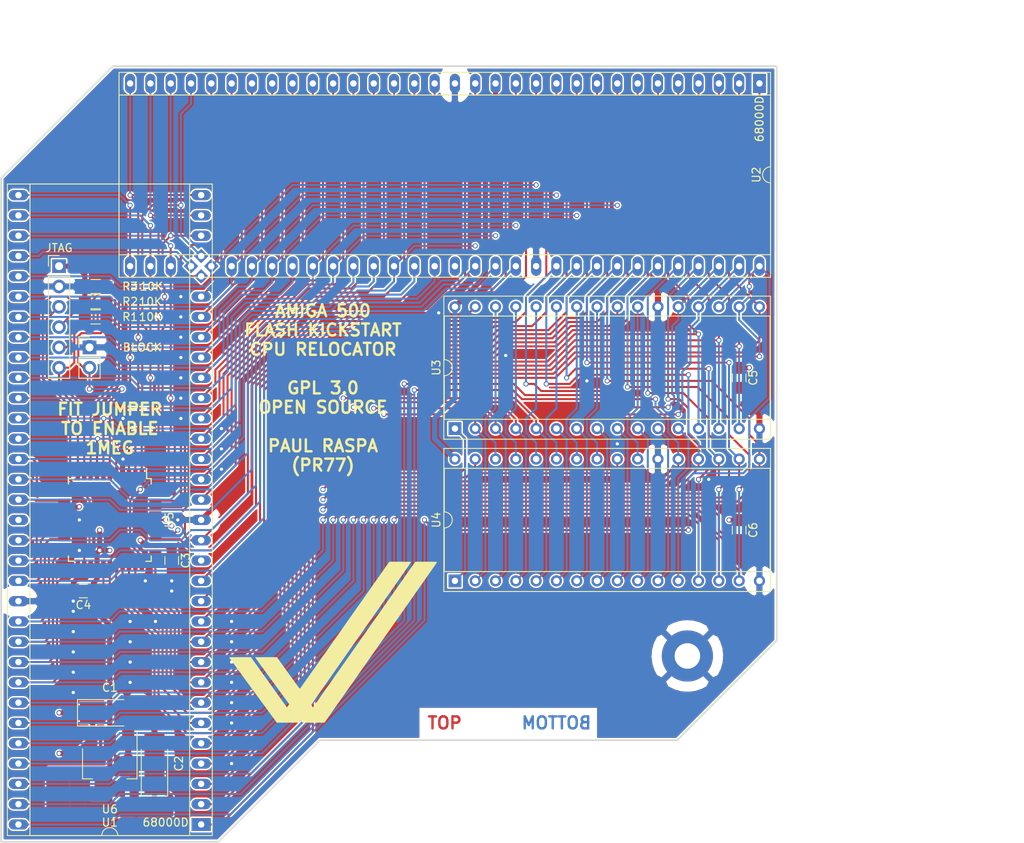
<source format=kicad_pcb>
(kicad_pcb (version 20171130) (host pcbnew 5.1.6+dfsg1-1)
  (title_block (title "68000 Relocator") (date 05/07/2017) (rev v1.0) (company AwesomeInferno) (comment 1 http://www.github.com/awesomeinferno) (comment 2 "Shifts a 68000 processor socket up and 90 degrees counter-clockwise"))
  (layers (0 F.Cu signal) (1 In1.Cu signal) (2 In2.Cu signal) (31 B.Cu signal) (35 F.Paste user) (37 F.SilkS user) (38 B.Mask user) (39 F.Mask user) (44 Edge.Cuts user))
  (net 0 "")
  (net 1 /D4)
  (net 2 /A5)
  (net 3 /D3)
  (net 4 /A6)
  (net 5 /D2)
  (net 6 /A7)
  (net 7 /D1)
  (net 8 /A8)
  (net 9 /D0)
  (net 10 /A9)
  (net 11 /A10)
  (net 12 /UDS)
  (net 13 /A11)
  (net 14 /LDS)
  (net 15 /A12)
  (net 16 /R/W)
  (net 17 /A13)
  (net 18 /DTACK)
  (net 19 /A14)
  (net 20 /BG)
  (net 21 /A15)
  (net 22 /BGACK)
  (net 23 /A16)
  (net 24 /BR)
  (net 25 /A17)
  (net 26 VCC)
  (net 27 /A18)
  (net 28 /CLK)
  (net 29 /A19)
  (net 30 GND)
  (net 31 /A20)
  (net 32 /HALT)
  (net 33 /RESET)
  (net 34 /A21)
  (net 35 /VMA)
  (net 36 /A22)
  (net 37 /E)
  (net 38 /A23)
  (net 39 /VPA)
  (net 40 /BERR)
  (net 41 /D15)
  (net 42 /IPL2)
  (net 43 /D14)
  (net 44 /IPL1)
  (net 45 /D13)
  (net 46 /IPL0)
  (net 47 /D12)
  (net 48 /FC2)
  (net 49 /D11)
  (net 50 /FC1)
  (net 51 /D10)
  (net 52 /FC0)
  (net 53 /D9)
  (net 54 /A1)
  (net 55 /D8)
  (net 56 /A2)
  (net 57 /D7)
  (net 58 /A3)
  (net 59 /D6)
  (net 60 /A4)
  (net 61 /D5)
  (net 62 +3V3)
  (net 63 /TCK)
  (net 64 /TDO)
  (net 65 /TDI)
  (net 66 /TMS)
  (net 67 /MB_AS)
  (net 68 /CPU_AS)
  (net 69 /ROM0_WR)
  (net 70 /ROM0_RD)
  (net 71 /ROM1_WR)
  (net 72 /ROM1_RD)
  (net 73 /BLOCK)
  (net 74 /FLASH_A19)
  (module Housings_DIP:DIP-32_W15.24mm_Socket (layer F.Cu) (at 159.512 103.124 90)
    (fp_text reference U3 (at 7.62 -2.33 90) (layer F.SilkS))
    (fp_text value SST39SF040)
    (pad 1 thru_hole rect (at 0 0 90) (size 1.6 1.6) (drill 0.8) (layers *.Cu *.Mask) (net 74 /FLASH_A19))
    (pad 17 thru_hole oval (at 15.24 38.1 90) (size 1.397 1.397) (drill 0.8) (layers *.Cu *.Mask) (net 3 /D3))
    (pad 2 thru_hole oval (at 0 2.54 90) (size 1.397 1.397) (drill 0.8) (layers *.Cu *.Mask) (net 25 /A17))
    (pad 18 thru_hole oval (at 15.24 35.56 90) (size 1.397 1.397) (drill 0.8) (layers *.Cu *.Mask) (net 1 /D4))
    (pad 3 thru_hole oval (at 0 5.08 90) (size 1.397 1.397) (drill 0.8) (layers *.Cu *.Mask) (net 23 /A16))
    (pad 19 thru_hole oval (at 15.24 33.02 90) (size 1.397 1.397) (drill 0.8) (layers *.Cu *.Mask) (net 61 /D5))
    (pad 4 thru_hole oval (at 0 7.62 90) (size 1.397 1.397) (drill 0.8) (layers *.Cu *.Mask) (net 17 /A13))
    (pad 20 thru_hole oval (at 15.24 30.48 90) (size 1.397 1.397) (drill 0.8) (layers *.Cu *.Mask) (net 59 /D6))
    (pad 5 thru_hole oval (at 0 10.16 90) (size 1.397 1.397) (drill 0.8) (layers *.Cu *.Mask) (net 8 /A8))
    (pad 21 thru_hole oval (at 15.24 27.94 90) (size 1.397 1.397) (drill 0.8) (layers *.Cu *.Mask) (net 57 /D7))
    (pad 6 thru_hole oval (at 0 12.7 90) (size 1.397 1.397) (drill 0.8) (layers *.Cu *.Mask) (net 6 /A7))
    (pad 22 thru_hole oval (at 15.24 25.4 90) (size 1.397 1.397) (drill 0.8) (layers *.Cu *.Mask) (net 30 GND))
    (pad 7 thru_hole oval (at 0 15.24 90) (size 1.397 1.397) (drill 0.8) (layers *.Cu *.Mask) (net 4 /A6))
    (pad 23 thru_hole oval (at 15.24 22.86 90) (size 1.397 1.397) (drill 0.8) (layers *.Cu *.Mask) (net 13 /A11))
    (pad 8 thru_hole oval (at 0 17.78 90) (size 1.397 1.397) (drill 0.8) (layers *.Cu *.Mask) (net 2 /A5))
    (pad 24 thru_hole oval (at 15.24 20.32 90) (size 1.397 1.397) (drill 0.8) (layers *.Cu *.Mask) (net 70 /ROM0_RD))
    (pad 9 thru_hole oval (at 0 20.32 90) (size 1.397 1.397) (drill 0.8) (layers *.Cu *.Mask) (net 60 /A4))
    (pad 25 thru_hole oval (at 15.24 17.78 90) (size 1.397 1.397) (drill 0.8) (layers *.Cu *.Mask) (net 15 /A12))
    (pad 10 thru_hole oval (at 0 22.86 90) (size 1.397 1.397) (drill 0.8) (layers *.Cu *.Mask) (net 58 /A3))
    (pad 26 thru_hole oval (at 15.24 15.24 90) (size 1.397 1.397) (drill 0.8) (layers *.Cu *.Mask) (net 11 /A10))
    (pad 11 thru_hole oval (at 0 25.4 90) (size 1.397 1.397) (drill 0.8) (layers *.Cu *.Mask) (net 56 /A2))
    (pad 27 thru_hole oval (at 15.24 12.7 90) (size 1.397 1.397) (drill 0.8) (layers *.Cu *.Mask) (net 10 /A9))
    (pad 12 thru_hole oval (at 0 27.94 90) (size 1.397 1.397) (drill 0.8) (layers *.Cu *.Mask) (net 54 /A1))
    (pad 28 thru_hole oval (at 15.24 10.16 90) (size 1.397 1.397) (drill 0.8) (layers *.Cu *.Mask) (net 19 /A14))
    (pad 13 thru_hole oval (at 0 30.48 90) (size 1.397 1.397) (drill 0.8) (layers *.Cu *.Mask) (net 9 /D0))
    (pad 29 thru_hole oval (at 15.24 7.62 90) (size 1.397 1.397) (drill 0.8) (layers *.Cu *.Mask) (net 21 /A15))
    (pad 14 thru_hole oval (at 0 33.02 90) (size 1.397 1.397) (drill 0.8) (layers *.Cu *.Mask) (net 7 /D1))
    (pad 30 thru_hole oval (at 15.24 5.08 90) (size 1.397 1.397) (drill 0.8) (layers *.Cu *.Mask) (net 27 /A18))
    (pad 15 thru_hole oval (at 0 35.56 90) (size 1.397 1.397) (drill 0.8) (layers *.Cu *.Mask) (net 5 /D2))
    (pad 31 thru_hole oval (at 15.24 2.54 90) (size 1.397 1.397) (drill 0.8) (layers *.Cu *.Mask) (net 69 /ROM0_WR))
    (pad 16 thru_hole oval (at 0 38.1 90) (size 1.397 1.397) (drill 0.8) (layers *.Cu *.Mask) (net 30 GND))
    (pad 32 thru_hole oval (at 15.24 0 90) (size 1.397 1.397) (drill 0.8) (layers *.Cu *.Mask) (net 26 VCC))
  )
  (module Housings_DIP:DIP-64_W22.86mm_Socket_LongPads (layer F.Cu) (at 127.762 152.654 180)
    (fp_text reference U1 (at 11.43 0.254 180) (layer F.SilkS))
    (fp_text value 68000D (at 4.445 0.254 180) (layer F.SilkS))
    (pad 1 thru_hole rect (at 0 0 180) (size 2.4 1.6) (drill 0.8) (layers *.Cu *.Mask) (net 1 /D4))
    (pad 33 thru_hole oval (at 22.86 78.74 180) (size 2.413 1.27) (drill 0.8) (layers *.Cu *.Mask) (net 2 /A5))
    (pad 2 thru_hole oval (at 0 2.54 180) (size 2.413 1.27) (drill 0.8) (layers *.Cu *.Mask) (net 3 /D3))
    (pad 34 thru_hole oval (at 22.86 76.2 180) (size 2.413 1.27) (drill 0.8) (layers *.Cu *.Mask) (net 4 /A6))
    (pad 3 thru_hole oval (at 0 5.08 180) (size 2.413 1.27) (drill 0.8) (layers *.Cu *.Mask) (net 5 /D2))
    (pad 35 thru_hole oval (at 22.86 73.66 180) (size 2.413 1.27) (drill 0.8) (layers *.Cu *.Mask) (net 6 /A7))
    (pad 4 thru_hole oval (at 0 7.62 180) (size 2.413 1.27) (drill 0.8) (layers *.Cu *.Mask) (net 7 /D1))
    (pad 36 thru_hole oval (at 22.86 71.12 180) (size 2.413 1.27) (drill 0.8) (layers *.Cu *.Mask) (net 8 /A8))
    (pad 5 thru_hole oval (at 0 10.16 180) (size 2.413 1.27) (drill 0.8) (layers *.Cu *.Mask) (net 9 /D0))
    (pad 37 thru_hole oval (at 22.86 68.58 180) (size 2.413 1.27) (drill 0.8) (layers *.Cu *.Mask) (net 10 /A9))
    (pad 6 thru_hole oval (at 0 12.7 180) (size 2.413 1.27) (drill 0.8) (layers *.Cu *.Mask) (net 67 /MB_AS))
    (pad 38 thru_hole oval (at 22.86 66.04 180) (size 2.413 1.27) (drill 0.8) (layers *.Cu *.Mask) (net 11 /A10))
    (pad 7 thru_hole oval (at 0 15.24 180) (size 2.413 1.27) (drill 0.8) (layers *.Cu *.Mask) (net 12 /UDS))
    (pad 39 thru_hole oval (at 22.86 63.5 180) (size 2.413 1.27) (drill 0.8) (layers *.Cu *.Mask) (net 13 /A11))
    (pad 8 thru_hole oval (at 0 17.78 180) (size 2.413 1.27) (drill 0.8) (layers *.Cu *.Mask) (net 14 /LDS))
    (pad 40 thru_hole oval (at 22.86 60.96 180) (size 2.413 1.27) (drill 0.8) (layers *.Cu *.Mask) (net 15 /A12))
    (pad 9 thru_hole oval (at 0 20.32 180) (size 2.413 1.27) (drill 0.8) (layers *.Cu *.Mask) (net 16 /R/W))
    (pad 41 thru_hole oval (at 22.86 58.42 180) (size 2.413 1.27) (drill 0.8) (layers *.Cu *.Mask) (net 17 /A13))
    (pad 10 thru_hole oval (at 0 22.86 180) (size 2.413 1.27) (drill 0.8) (layers *.Cu *.Mask) (net 18 /DTACK))
    (pad 42 thru_hole oval (at 22.86 55.88 180) (size 2.413 1.27) (drill 0.8) (layers *.Cu *.Mask) (net 19 /A14))
    (pad 11 thru_hole oval (at 0 25.4 180) (size 2.413 1.27) (drill 0.8) (layers *.Cu *.Mask) (net 20 /BG))
    (pad 43 thru_hole oval (at 22.86 53.34 180) (size 2.413 1.27) (drill 0.8) (layers *.Cu *.Mask) (net 21 /A15))
    (pad 12 thru_hole oval (at 0 27.94 180) (size 2.413 1.27) (drill 0.8) (layers *.Cu *.Mask) (net 22 /BGACK))
    (pad 44 thru_hole oval (at 22.86 50.8 180) (size 2.413 1.27) (drill 0.8) (layers *.Cu *.Mask) (net 23 /A16))
    (pad 13 thru_hole oval (at 0 30.48 180) (size 2.413 1.27) (drill 0.8) (layers *.Cu *.Mask) (net 24 /BR))
    (pad 45 thru_hole oval (at 22.86 48.26 180) (size 2.413 1.27) (drill 0.8) (layers *.Cu *.Mask) (net 25 /A17))
    (pad 14 thru_hole oval (at 0 33.02 180) (size 2.413 1.27) (drill 0.8) (layers *.Cu *.Mask) (net 26 VCC))
    (pad 46 thru_hole oval (at 22.86 45.72 180) (size 2.413 1.27) (drill 0.8) (layers *.Cu *.Mask) (net 27 /A18))
    (pad 15 thru_hole oval (at 0 35.56 180) (size 2.413 1.27) (drill 0.8) (layers *.Cu *.Mask) (net 28 /CLK))
    (pad 47 thru_hole oval (at 22.86 43.18 180) (size 2.413 1.27) (drill 0.8) (layers *.Cu *.Mask) (net 29 /A19))
    (pad 16 thru_hole oval (at 0 38.1 180) (size 2.413 1.27) (drill 0.8) (layers *.Cu *.Mask) (net 30 GND))
    (pad 48 thru_hole oval (at 22.86 40.64 180) (size 2.413 1.27) (drill 0.8) (layers *.Cu *.Mask) (net 31 /A20))
    (pad 17 thru_hole oval (at 0 40.64 180) (size 2.413 1.27) (drill 0.8) (layers *.Cu *.Mask) (net 32 /HALT))
    (pad 49 thru_hole oval (at 22.86 38.1 180) (size 2.413 1.27) (drill 0.8) (layers *.Cu *.Mask) (net 26 VCC))
    (pad 18 thru_hole oval (at 0 43.18 180) (size 2.413 1.27) (drill 0.8) (layers *.Cu *.Mask) (net 33 /RESET))
    (pad 50 thru_hole oval (at 22.86 35.56 180) (size 2.413 1.27) (drill 0.8) (layers *.Cu *.Mask) (net 34 /A21))
    (pad 19 thru_hole oval (at 0 45.72 180) (size 2.413 1.27) (drill 0.8) (layers *.Cu *.Mask) (net 35 /VMA))
    (pad 51 thru_hole oval (at 22.86 33.02 180) (size 2.413 1.27) (drill 0.8) (layers *.Cu *.Mask) (net 36 /A22))
    (pad 20 thru_hole oval (at 0 48.26 180) (size 2.413 1.27) (drill 0.8) (layers *.Cu *.Mask) (net 37 /E))
    (pad 52 thru_hole oval (at 22.86 30.48 180) (size 2.413 1.27) (drill 0.8) (layers *.Cu *.Mask) (net 38 /A23))
    (pad 21 thru_hole oval (at 0 50.8 180) (size 2.413 1.27) (drill 0.8) (layers *.Cu *.Mask) (net 39 /VPA))
    (pad 53 thru_hole oval (at 22.86 27.94 180) (size 2.413 1.27) (drill 0.8) (layers *.Cu *.Mask) (net 30 GND))
    (pad 22 thru_hole oval (at 0 53.34 180) (size 2.413 1.27) (drill 0.8) (layers *.Cu *.Mask) (net 40 /BERR))
    (pad 54 thru_hole oval (at 22.86 25.4 180) (size 2.413 1.27) (drill 0.8) (layers *.Cu *.Mask) (net 41 /D15))
    (pad 23 thru_hole oval (at 0 55.88 180) (size 2.413 1.27) (drill 0.8) (layers *.Cu *.Mask) (net 42 /IPL2))
    (pad 55 thru_hole oval (at 22.86 22.86 180) (size 2.413 1.27) (drill 0.8) (layers *.Cu *.Mask) (net 43 /D14))
    (pad 24 thru_hole oval (at 0 58.42 180) (size 2.413 1.27) (drill 0.8) (layers *.Cu *.Mask) (net 44 /IPL1))
    (pad 56 thru_hole oval (at 22.86 20.32 180) (size 2.413 1.27) (drill 0.8) (layers *.Cu *.Mask) (net 45 /D13))
    (pad 25 thru_hole oval (at 0 60.96 180) (size 2.413 1.27) (drill 0.8) (layers *.Cu *.Mask) (net 46 /IPL0))
    (pad 57 thru_hole oval (at 22.86 17.78 180) (size 2.413 1.27) (drill 0.8) (layers *.Cu *.Mask) (net 47 /D12))
    (pad 26 thru_hole oval (at 0 63.5 180) (size 2.413 1.27) (drill 0.8) (layers *.Cu *.Mask) (net 48 /FC2))
    (pad 58 thru_hole oval (at 22.86 15.24 180) (size 2.413 1.27) (drill 0.8) (layers *.Cu *.Mask) (net 49 /D11))
    (pad 27 thru_hole oval (at 0 66.04 180) (size 2.413 1.27) (drill 0.8) (layers *.Cu *.Mask) (net 50 /FC1))
    (pad 59 thru_hole oval (at 22.86 12.7 180) (size 2.413 1.27) (drill 0.8) (layers *.Cu *.Mask) (net 51 /D10))
    (pad 28 thru_hole trapezoid (at 0 68.58 225) (size 1.27 1.27) (drill 0.8) (layers *.Cu *.Mask) (net 52 /FC0))
    (pad 60 thru_hole oval (at 22.86 10.16 180) (size 2.413 1.27) (drill 0.8) (layers *.Cu *.Mask) (net 53 /D9))
    (pad 29 thru_hole trapezoid (at 0 71.12 225) (size 1.27 1.27) (drill 0.8) (layers *.Cu *.Mask) (net 54 /A1))
    (pad 61 thru_hole oval (at 22.86 7.62 180) (size 2.413 1.27) (drill 0.8) (layers *.Cu *.Mask) (net 55 /D8))
    (pad 30 thru_hole oval (at 0 73.66 180) (size 2.413 1.27) (drill 0.8) (layers *.Cu *.Mask) (net 56 /A2))
    (pad 62 thru_hole oval (at 22.86 5.08 180) (size 2.413 1.27) (drill 0.8) (layers *.Cu *.Mask) (net 57 /D7))
    (pad 31 thru_hole oval (at 0 76.2 180) (size 2.413 1.27) (drill 0.8) (layers *.Cu *.Mask) (net 58 /A3))
    (pad 63 thru_hole oval (at 22.86 2.54 180) (size 2.413 1.27) (drill 0.8) (layers *.Cu *.Mask) (net 59 /D6))
    (pad 32 thru_hole oval (at 0 78.74 180) (size 2.413 1.27) (drill 0.8) (layers *.Cu *.Mask) (net 60 /A4))
    (pad 64 thru_hole oval (at 22.86 0 180) (size 2.413 1.27) (drill 0.8) (layers *.Cu *.Mask) (net 61 /D5))
  )
  (module Housings_DIP:DIP-64_W22.86mm_Socket_LongPads (layer F.Cu) (at 197.612 59.944 270)
    (fp_text reference U2 (at 11.43 0.381 270) (layer F.SilkS))
    (fp_text value 68000D (at 4.445 0 270) (layer F.SilkS))
    (pad 1 thru_hole rect (at 0 0 270) (size 2.4 1.6) (drill 0.8) (layers *.Cu *.Mask) (net 1 /D4))
    (pad 33 thru_hole oval (at 22.86 78.74 270) (size 2.413 1.27) (drill 0.8) (layers *.Cu *.Mask) (net 2 /A5))
    (pad 2 thru_hole oval (at 0 2.54 270) (size 2.413 1.27) (drill 0.8) (layers *.Cu *.Mask) (net 3 /D3))
    (pad 34 thru_hole oval (at 22.86 76.2 270) (size 2.413 1.27) (drill 0.8) (layers *.Cu *.Mask) (net 4 /A6))
    (pad 3 thru_hole oval (at 0 5.08 270) (size 2.413 1.27) (drill 0.8) (layers *.Cu *.Mask) (net 5 /D2))
    (pad 35 thru_hole oval (at 22.86 73.66 270) (size 2.413 1.27) (drill 0.8) (layers *.Cu *.Mask) (net 6 /A7))
    (pad 4 thru_hole oval (at 0 7.62 270) (size 2.413 1.27) (drill 0.8) (layers *.Cu *.Mask) (net 7 /D1))
    (pad 36 thru_hole trapezoid (at 22.86 71.12 315) (size 1.27 1.27) (drill 0.8) (layers *.Cu *.Mask) (net 8 /A8))
    (pad 5 thru_hole oval (at 0 10.16 270) (size 2.413 1.27) (drill 0.8) (layers *.Cu *.Mask) (net 9 /D0))
    (pad 37 thru_hole trapezoid (at 22.86 68.58 315) (size 1.27 1.27) (drill 0.8) (layers *.Cu *.Mask) (net 10 /A9))
    (pad 6 thru_hole oval (at 0 12.7 270) (size 2.413 1.27) (drill 0.8) (layers *.Cu *.Mask) (net 68 /CPU_AS))
    (pad 38 thru_hole oval (at 22.86 66.04 270) (size 2.413 1.27) (drill 0.8) (layers *.Cu *.Mask) (net 11 /A10))
    (pad 7 thru_hole oval (at 0 15.24 270) (size 2.413 1.27) (drill 0.8) (layers *.Cu *.Mask) (net 12 /UDS))
    (pad 39 thru_hole oval (at 22.86 63.5 270) (size 2.413 1.27) (drill 0.8) (layers *.Cu *.Mask) (net 13 /A11))
    (pad 8 thru_hole oval (at 0 17.78 270) (size 2.413 1.27) (drill 0.8) (layers *.Cu *.Mask) (net 14 /LDS))
    (pad 40 thru_hole oval (at 22.86 60.96 270) (size 2.413 1.27) (drill 0.8) (layers *.Cu *.Mask) (net 15 /A12))
    (pad 9 thru_hole oval (at 0 20.32 270) (size 2.413 1.27) (drill 0.8) (layers *.Cu *.Mask) (net 16 /R/W))
    (pad 41 thru_hole oval (at 22.86 58.42 270) (size 2.413 1.27) (drill 0.8) (layers *.Cu *.Mask) (net 17 /A13))
    (pad 10 thru_hole oval (at 0 22.86 270) (size 2.413 1.27) (drill 0.8) (layers *.Cu *.Mask) (net 18 /DTACK))
    (pad 42 thru_hole oval (at 22.86 55.88 270) (size 2.413 1.27) (drill 0.8) (layers *.Cu *.Mask) (net 19 /A14))
    (pad 11 thru_hole oval (at 0 25.4 270) (size 2.413 1.27) (drill 0.8) (layers *.Cu *.Mask) (net 20 /BG))
    (pad 43 thru_hole oval (at 22.86 53.34 270) (size 2.413 1.27) (drill 0.8) (layers *.Cu *.Mask) (net 21 /A15))
    (pad 12 thru_hole oval (at 0 27.94 270) (size 2.413 1.27) (drill 0.8) (layers *.Cu *.Mask) (net 22 /BGACK))
    (pad 44 thru_hole oval (at 22.86 50.8 270) (size 2.413 1.27) (drill 0.8) (layers *.Cu *.Mask) (net 23 /A16))
    (pad 13 thru_hole oval (at 0 30.48 270) (size 2.413 1.27) (drill 0.8) (layers *.Cu *.Mask) (net 24 /BR))
    (pad 45 thru_hole oval (at 22.86 48.26 270) (size 2.413 1.27) (drill 0.8) (layers *.Cu *.Mask) (net 25 /A17))
    (pad 14 thru_hole oval (at 0 33.02 270) (size 2.413 1.27) (drill 0.8) (layers *.Cu *.Mask) (net 26 VCC))
    (pad 46 thru_hole oval (at 22.86 45.72 270) (size 2.413 1.27) (drill 0.8) (layers *.Cu *.Mask) (net 27 /A18))
    (pad 15 thru_hole oval (at 0 35.56 270) (size 2.413 1.27) (drill 0.8) (layers *.Cu *.Mask) (net 28 /CLK))
    (pad 47 thru_hole oval (at 22.86 43.18 270) (size 2.413 1.27) (drill 0.8) (layers *.Cu *.Mask) (net 29 /A19))
    (pad 16 thru_hole oval (at 0 38.1 270) (size 2.413 1.27) (drill 0.8) (layers *.Cu *.Mask) (net 30 GND))
    (pad 48 thru_hole oval (at 22.86 40.64 270) (size 2.413 1.27) (drill 0.8) (layers *.Cu *.Mask) (net 31 /A20))
    (pad 17 thru_hole oval (at 0 40.64 270) (size 2.413 1.27) (drill 0.8) (layers *.Cu *.Mask) (net 32 /HALT))
    (pad 49 thru_hole oval (at 22.86 38.1 270) (size 2.413 1.27) (drill 0.8) (layers *.Cu *.Mask) (net 26 VCC))
    (pad 18 thru_hole oval (at 0 43.18 270) (size 2.413 1.27) (drill 0.8) (layers *.Cu *.Mask) (net 33 /RESET))
    (pad 50 thru_hole oval (at 22.86 35.56 270) (size 2.413 1.27) (drill 0.8) (layers *.Cu *.Mask) (net 34 /A21))
    (pad 19 thru_hole oval (at 0 45.72 270) (size 2.413 1.27) (drill 0.8) (layers *.Cu *.Mask) (net 35 /VMA))
    (pad 51 thru_hole oval (at 22.86 33.02 270) (size 2.413 1.27) (drill 0.8) (layers *.Cu *.Mask) (net 36 /A22))
    (pad 20 thru_hole oval (at 0 48.26 270) (size 2.413 1.27) (drill 0.8) (layers *.Cu *.Mask) (net 37 /E))
    (pad 52 thru_hole oval (at 22.86 30.48 270) (size 2.413 1.27) (drill 0.8) (layers *.Cu *.Mask) (net 38 /A23))
    (pad 21 thru_hole oval (at 0 50.8 270) (size 2.413 1.27) (drill 0.8) (layers *.Cu *.Mask) (net 39 /VPA))
    (pad 53 thru_hole oval (at 22.86 27.94 270) (size 2.413 1.27) (drill 0.8) (layers *.Cu *.Mask) (net 30 GND))
    (pad 22 thru_hole oval (at 0 53.34 270) (size 2.413 1.27) (drill 0.8) (layers *.Cu *.Mask) (net 40 /BERR))
    (pad 54 thru_hole oval (at 22.86 25.4 270) (size 2.413 1.27) (drill 0.8) (layers *.Cu *.Mask) (net 41 /D15))
    (pad 23 thru_hole oval (at 0 55.88 270) (size 2.413 1.27) (drill 0.8) (layers *.Cu *.Mask) (net 42 /IPL2))
    (pad 55 thru_hole oval (at 22.86 22.86 270) (size 2.413 1.27) (drill 0.8) (layers *.Cu *.Mask) (net 43 /D14))
    (pad 24 thru_hole oval (at 0 58.42 270) (size 2.413 1.27) (drill 0.8) (layers *.Cu *.Mask) (net 44 /IPL1))
    (pad 56 thru_hole oval (at 22.86 20.32 270) (size 2.413 1.27) (drill 0.8) (layers *.Cu *.Mask) (net 45 /D13))
    (pad 25 thru_hole oval (at 0 60.96 270) (size 2.413 1.27) (drill 0.8) (layers *.Cu *.Mask) (net 46 /IPL0))
    (pad 57 thru_hole oval (at 22.86 17.78 270) (size 2.413 1.27) (drill 0.8) (layers *.Cu *.Mask) (net 47 /D12))
    (pad 26 thru_hole oval (at 0 63.5 270) (size 2.413 1.27) (drill 0.8) (layers *.Cu *.Mask) (net 48 /FC2))
    (pad 58 thru_hole oval (at 22.86 15.24 270) (size 2.413 1.27) (drill 0.8) (layers *.Cu *.Mask) (net 49 /D11))
    (pad 27 thru_hole oval (at 0 66.04 270) (size 2.413 1.27) (drill 0.8) (layers *.Cu *.Mask) (net 50 /FC1))
    (pad 59 thru_hole oval (at 22.86 12.7 270) (size 2.413 1.27) (drill 0.8) (layers *.Cu *.Mask) (net 51 /D10))
    (pad 28 thru_hole oval (at 0 68.58 270) (size 2.413 1.27) (drill 0.8) (layers *.Cu *.Mask) (net 52 /FC0))
    (pad 60 thru_hole oval (at 22.86 10.16 270) (size 2.413 1.27) (drill 0.8) (layers *.Cu *.Mask) (net 53 /D9))
    (pad 29 thru_hole oval (at 0 71.12 270) (size 2.413 1.27) (drill 0.8) (layers *.Cu *.Mask) (net 54 /A1))
    (pad 61 thru_hole oval (at 22.86 7.62 270) (size 2.413 1.27) (drill 0.8) (layers *.Cu *.Mask) (net 55 /D8))
    (pad 30 thru_hole oval (at 0 73.66 270) (size 2.413 1.27) (drill 0.8) (layers *.Cu *.Mask) (net 56 /A2))
    (pad 62 thru_hole oval (at 22.86 5.08 270) (size 2.413 1.27) (drill 0.8) (layers *.Cu *.Mask) (net 57 /D7))
    (pad 31 thru_hole oval (at 0 76.2 270) (size 2.413 1.27) (drill 0.8) (layers *.Cu *.Mask) (net 58 /A3))
    (pad 63 thru_hole oval (at 22.86 2.54 270) (size 2.413 1.27) (drill 0.8) (layers *.Cu *.Mask) (net 59 /D6))
    (pad 32 thru_hole oval (at 0 78.74 270) (size 2.413 1.27) (drill 0.8) (layers *.Cu *.Mask) (net 60 /A4))
    (pad 64 thru_hole oval (at 22.86 0 270) (size 2.413 1.27) (drill 0.8) (layers *.Cu *.Mask) (net 61 /D5))
  )
  (module Housings_DIP:DIP-32_W15.24mm_Socket (layer F.Cu) (at 159.512 122.174 90)
    (fp_text reference U4 (at 7.62 -2.33 90) (layer F.SilkS))
    (fp_text value SST39SF040)
    (pad 1 thru_hole rect (at 0 0 90) (size 1.6 1.6) (drill 0.8) (layers *.Cu *.Mask) (net 74 /FLASH_A19))
    (pad 17 thru_hole oval (at 15.24 38.1 90) (size 1.397 1.397) (drill 0.8) (layers *.Cu *.Mask) (net 49 /D11))
    (pad 2 thru_hole oval (at 0 2.54 90) (size 1.397 1.397) (drill 0.8) (layers *.Cu *.Mask) (net 25 /A17))
    (pad 18 thru_hole oval (at 15.24 35.56 90) (size 1.397 1.397) (drill 0.8) (layers *.Cu *.Mask) (net 47 /D12))
    (pad 3 thru_hole oval (at 0 5.08 90) (size 1.397 1.397) (drill 0.8) (layers *.Cu *.Mask) (net 23 /A16))
    (pad 19 thru_hole oval (at 15.24 33.02 90) (size 1.397 1.397) (drill 0.8) (layers *.Cu *.Mask) (net 45 /D13))
    (pad 4 thru_hole oval (at 0 7.62 90) (size 1.397 1.397) (drill 0.8) (layers *.Cu *.Mask) (net 17 /A13))
    (pad 20 thru_hole oval (at 15.24 30.48 90) (size 1.397 1.397) (drill 0.8) (layers *.Cu *.Mask) (net 43 /D14))
    (pad 5 thru_hole oval (at 0 10.16 90) (size 1.397 1.397) (drill 0.8) (layers *.Cu *.Mask) (net 8 /A8))
    (pad 21 thru_hole oval (at 15.24 27.94 90) (size 1.397 1.397) (drill 0.8) (layers *.Cu *.Mask) (net 41 /D15))
    (pad 6 thru_hole oval (at 0 12.7 90) (size 1.397 1.397) (drill 0.8) (layers *.Cu *.Mask) (net 6 /A7))
    (pad 22 thru_hole oval (at 15.24 25.4 90) (size 1.397 1.397) (drill 0.8) (layers *.Cu *.Mask) (net 30 GND))
    (pad 7 thru_hole oval (at 0 15.24 90) (size 1.397 1.397) (drill 0.8) (layers *.Cu *.Mask) (net 4 /A6))
    (pad 23 thru_hole oval (at 15.24 22.86 90) (size 1.397 1.397) (drill 0.8) (layers *.Cu *.Mask) (net 13 /A11))
    (pad 8 thru_hole oval (at 0 17.78 90) (size 1.397 1.397) (drill 0.8) (layers *.Cu *.Mask) (net 2 /A5))
    (pad 24 thru_hole oval (at 15.24 20.32 90) (size 1.397 1.397) (drill 0.8) (layers *.Cu *.Mask) (net 72 /ROM1_RD))
    (pad 9 thru_hole oval (at 0 20.32 90) (size 1.397 1.397) (drill 0.8) (layers *.Cu *.Mask) (net 60 /A4))
    (pad 25 thru_hole oval (at 15.24 17.78 90) (size 1.397 1.397) (drill 0.8) (layers *.Cu *.Mask) (net 15 /A12))
    (pad 10 thru_hole oval (at 0 22.86 90) (size 1.397 1.397) (drill 0.8) (layers *.Cu *.Mask) (net 58 /A3))
    (pad 26 thru_hole oval (at 15.24 15.24 90) (size 1.397 1.397) (drill 0.8) (layers *.Cu *.Mask) (net 11 /A10))
    (pad 11 thru_hole oval (at 0 25.4 90) (size 1.397 1.397) (drill 0.8) (layers *.Cu *.Mask) (net 56 /A2))
    (pad 27 thru_hole oval (at 15.24 12.7 90) (size 1.397 1.397) (drill 0.8) (layers *.Cu *.Mask) (net 10 /A9))
    (pad 12 thru_hole oval (at 0 27.94 90) (size 1.397 1.397) (drill 0.8) (layers *.Cu *.Mask) (net 54 /A1))
    (pad 28 thru_hole oval (at 15.24 10.16 90) (size 1.397 1.397) (drill 0.8) (layers *.Cu *.Mask) (net 19 /A14))
    (pad 13 thru_hole oval (at 0 30.48 90) (size 1.397 1.397) (drill 0.8) (layers *.Cu *.Mask) (net 55 /D8))
    (pad 29 thru_hole oval (at 15.24 7.62 90) (size 1.397 1.397) (drill 0.8) (layers *.Cu *.Mask) (net 21 /A15))
    (pad 14 thru_hole oval (at 0 33.02 90) (size 1.397 1.397) (drill 0.8) (layers *.Cu *.Mask) (net 53 /D9))
    (pad 30 thru_hole oval (at 15.24 5.08 90) (size 1.397 1.397) (drill 0.8) (layers *.Cu *.Mask) (net 27 /A18))
    (pad 15 thru_hole oval (at 0 35.56 90) (size 1.397 1.397) (drill 0.8) (layers *.Cu *.Mask) (net 51 /D10))
    (pad 31 thru_hole oval (at 15.24 2.54 90) (size 1.397 1.397) (drill 0.8) (layers *.Cu *.Mask) (net 71 /ROM1_WR))
    (pad 16 thru_hole oval (at 0 38.1 90) (size 1.397 1.397) (drill 0.8) (layers *.Cu *.Mask) (net 30 GND))
    (pad 32 thru_hole oval (at 15.24 0 90) (size 1.397 1.397) (drill 0.8) (layers *.Cu *.Mask) (net 26 VCC))
  )
  (module Pin_Headers:Pin_Header_Straight_1x06_Pitch2.54mm (layer F.Cu) (at 109.982 82.804)
    (fp_text reference J4 hide)
    (fp_text value JTAG (at 0 -2.286) (layer F.SilkS))
    (pad 1 thru_hole rect (at 0 0) (size 1.7 1.7) (drill 1) (layers *.Cu *.Mask) (net 62 +3V3))
    (pad 2 thru_hole oval (at 0 2.54) (size 1.7 1.7) (drill 1) (layers *.Cu *.Mask) (net 30 GND))
    (pad 3 thru_hole oval (at 0 5.08) (size 1.7 1.7) (drill 1) (layers *.Cu *.Mask) (net 63 /TCK))
    (pad 4 thru_hole oval (at 0 7.62) (size 1.7 1.7) (drill 1) (layers *.Cu *.Mask) (net 64 /TDO))
    (pad 5 thru_hole oval (at 0 10.16) (size 1.7 1.7) (drill 1) (layers *.Cu *.Mask) (net 65 /TDI))
    (pad 6 thru_hole oval (at 0 12.7) (size 1.7 1.7) (drill 1) (layers *.Cu *.Mask) (net 66 /TMS))
  )
  (module Capacitors_Tantalum_SMD:CP_Tantalum_Case-B_EIA-3528-21_Hand (layer F.Cu) (at 116.341 138.684)
    (fp_text reference C1 (at 0 -3.15) (layer F.SilkS))
    (fp_text value 10uF)
    (pad 1 smd rect (at -2.15 0) (size 3.2 2.5) (layers F.Cu F.Paste F.Mask) (net 26 VCC))
    (pad 2 smd rect (at 2.15 0) (size 3.2 2.5) (layers F.Cu F.Paste F.Mask) (net 30 GND))
  )
  (module Capacitors_Tantalum_SMD:CP_Tantalum_Case-B_EIA-3528-21_Hand (layer F.Cu) (at 121.92 145.034 90)
    (fp_text reference C2 (at 0 3.048 90) (layer F.SilkS))
    (fp_text value 10uF)
    (pad 1 smd rect (at -2.15 0 90) (size 3.2 2.5) (layers F.Cu F.Paste F.Mask) (net 62 +3V3))
    (pad 2 smd rect (at 2.15 0 90) (size 3.2 2.5) (layers F.Cu F.Paste F.Mask) (net 30 GND))
  )
  (module Capacitors_SMD:C_0805_HandSoldering (layer F.Cu) (at 124.079 119.634 270)
    (fp_text reference C3 (at 0 -1.75 270) (layer F.SilkS))
    (fp_text value 100nF)
    (pad 1 smd rect (at -1.25 0 270) (size 1.5 1.25) (layers F.Cu F.Paste F.Mask) (net 62 +3V3))
    (pad 2 smd rect (at 1.25 0 270) (size 1.5 1.25) (layers F.Cu F.Paste F.Mask) (net 30 GND))
  )
  (module Capacitors_SMD:C_0805_HandSoldering (layer F.Cu) (at 113.03 123.444 180)
    (fp_text reference C4 (at 0 -1.75 180) (layer F.SilkS))
    (fp_text value 100nF)
    (pad 1 smd rect (at -1.25 0 180) (size 1.5 1.25) (layers F.Cu F.Paste F.Mask) (net 62 +3V3))
    (pad 2 smd rect (at 1.25 0 180) (size 1.5 1.25) (layers F.Cu F.Paste F.Mask) (net 30 GND))
  )
  (module Capacitors_SMD:C_0805_HandSoldering (layer F.Cu) (at 195.072 96.774 270)
    (fp_text reference C5 (at 0 -1.75 270) (layer F.SilkS))
    (fp_text value 100nF)
    (pad 1 smd rect (at -1.25 0 270) (size 1.5 1.25) (layers F.Cu F.Paste F.Mask) (net 26 VCC))
    (pad 2 smd rect (at 1.25 0 270) (size 1.5 1.25) (layers F.Cu F.Paste F.Mask) (net 30 GND))
  )
  (module Capacitors_SMD:C_0805_HandSoldering (layer F.Cu) (at 195.072 115.824 270)
    (fp_text reference C6 (at 0 -1.75 270) (layer F.SilkS))
    (fp_text value 100nF)
    (pad 1 smd rect (at -1.25 0 270) (size 1.5 1.25) (layers F.Cu F.Paste F.Mask) (net 26 VCC))
    (pad 2 smd rect (at 1.25 0 270) (size 1.5 1.25) (layers F.Cu F.Paste F.Mask) (net 30 GND))
  )
  (module Pin_Headers:Pin_Header_Straight_1x02_Pitch2.54mm (layer F.Cu) (at 113.792 92.964)
    (fp_text reference J3 hide)
    (fp_text value BLOCK (at 6.604 0) (layer F.SilkS))
    (pad 1 thru_hole rect (at 0 0) (size 1.7 1.7) (drill 1) (layers *.Cu *.Mask) (net 30 GND))
    (pad 2 thru_hole oval (at 0 2.54) (size 1.7 1.7) (drill 1) (layers *.Cu *.Mask) (net 73 /BLOCK))
  )
  (module Resistors_SMD:R_0805_HandSoldering (layer F.Cu) (at 114.554 89.154)
    (fp_text reference R1 (at 4.318 0) (layer F.SilkS))
    (fp_text value 10K (at 6.858 0) (layer F.SilkS))
    (pad 1 smd rect (at -1.35 0) (size 1.5 1.3) (layers F.Cu F.Paste F.Mask) (net 62 +3V3))
    (pad 2 smd rect (at 1.35 0) (size 1.5 1.3) (layers F.Cu F.Paste F.Mask) (net 73 /BLOCK))
  )
  (module Resistors_SMD:R_0805_HandSoldering (layer F.Cu) (at 114.554 85.344)
    (fp_text reference R3 (at 4.318 0) (layer F.SilkS))
    (fp_text value 10K (at 6.985 0) (layer F.SilkS))
    (pad 1 smd rect (at -1.35 0) (size 1.5 1.3) (layers F.Cu F.Paste F.Mask) (net 62 +3V3))
    (pad 2 smd rect (at 1.35 0) (size 1.5 1.3) (layers F.Cu F.Paste F.Mask) (net 65 /TDI))
  )
  (module Resistors_SMD:R_0805_HandSoldering (layer F.Cu) (at 114.554 87.249)
    (fp_text reference R2 (at 4.318 0) (layer F.SilkS))
    (fp_text value 10K (at 6.858 0) (layer F.SilkS))
    (pad 1 smd rect (at -1.35 0) (size 1.5 1.3) (layers F.Cu F.Paste F.Mask) (net 62 +3V3))
    (pad 2 smd rect (at 1.35 0) (size 1.5 1.3) (layers F.Cu F.Paste F.Mask) (net 66 /TMS))
  )
  (module Housings_QFP:TQFP-44_10x10mm_Pitch0.8mm (layer F.Cu) (at 116.332 114.554 270)
    (fp_text reference U5 (at 0 -7.45 270) (layer F.SilkS))
    (fp_text value XC9572VQ44)
    (pad 1 smd rect (at -5.7 -4 270) (size 1.5 0.55) (layers F.Cu F.Paste F.Mask) (net 4 /A6))
    (pad 2 smd rect (at -5.7 -3.2 270) (size 1.5 0.55) (layers F.Cu F.Paste F.Mask) (net 54 /A1))
    (pad 3 smd rect (at -5.7 -2.4 270) (size 1.5 0.55) (layers F.Cu F.Paste F.Mask) (net 60 /A4))
    (pad 4 smd rect (at -5.7 -1.6 270) (size 1.5 0.55) (layers F.Cu F.Paste F.Mask) (net 30 GND))
    (pad 5 smd rect (at -5.7 -0.8 270) (size 1.5 0.55) (layers F.Cu F.Paste F.Mask) (net 2 /A5))
    (pad 6 smd rect (at -5.7 0 270) (size 1.5 0.55) (layers F.Cu F.Paste F.Mask) (net 73 /BLOCK))
    (pad 7 smd rect (at -5.7 0.8 270) (size 1.5 0.55) (layers F.Cu F.Paste F.Mask) (net 23 /A16))
    (pad 8 smd rect (at -5.7 1.6 270) (size 1.5 0.55) (layers F.Cu F.Paste F.Mask) (net 25 /A17))
    (pad 9 smd rect (at -5.7 2.4 270) (size 1.5 0.55) (layers F.Cu F.Paste F.Mask) (net 65 /TDI))
    (pad 10 smd rect (at -5.7 3.2 270) (size 1.5 0.55) (layers F.Cu F.Paste F.Mask) (net 66 /TMS))
    (pad 11 smd rect (at -5.7 4 270) (size 1.5 0.55) (layers F.Cu F.Paste F.Mask) (net 63 /TCK))
    (pad 12 smd rect (at -4 5.7) (size 1.5 0.55) (layers F.Cu F.Paste F.Mask) (net 27 /A18))
    (pad 13 smd rect (at -3.2 5.7) (size 1.5 0.55) (layers F.Cu F.Paste F.Mask) (net 29 /A19))
    (pad 14 smd rect (at -2.4 5.7) (size 1.5 0.55) (layers F.Cu F.Paste F.Mask) (net 31 /A20))
    (pad 15 smd rect (at -1.6 5.7) (size 1.5 0.55) (layers F.Cu F.Paste F.Mask) (net 62 +3V3))
    (pad 16 smd rect (at -0.8 5.7) (size 1.5 0.55) (layers F.Cu F.Paste F.Mask) (net 34 /A21))
    (pad 17 smd rect (at 0 5.7) (size 1.5 0.55) (layers F.Cu F.Paste F.Mask) (net 30 GND))
    (pad 18 smd rect (at 0.8 5.7) (size 1.5 0.55) (layers F.Cu F.Paste F.Mask) (net 36 /A22))
    (pad 19 smd rect (at 1.6 5.7) (size 1.5 0.55) (layers F.Cu F.Paste F.Mask) (net 38 /A23))
    (pad 20 smd rect (at 2.4 5.7) (size 1.5 0.55) (layers F.Cu F.Paste F.Mask) (net 41 /D15))
    (pad 21 smd rect (at 3.2 5.7) (size 1.5 0.55) (layers F.Cu F.Paste F.Mask) (net 43 /D14))
    (pad 22 smd rect (at 4 5.7) (size 1.5 0.55) (layers F.Cu F.Paste F.Mask) (net 45 /D13))
    (pad 23 smd rect (at 5.7 4 270) (size 1.5 0.55) (layers F.Cu F.Paste F.Mask) (net 47 /D12))
    (pad 24 smd rect (at 5.7 3.2 270) (size 1.5 0.55) (layers F.Cu F.Paste F.Mask) (net 64 /TDO))
    (pad 25 smd rect (at 5.7 2.4 270) (size 1.5 0.55) (layers F.Cu F.Paste F.Mask) (net 30 GND))
    (pad 26 smd rect (at 5.7 1.6 270) (size 1.5 0.55) (layers F.Cu F.Paste F.Mask) (net 62 +3V3))
    (pad 27 smd rect (at 5.7 0.8 270) (size 1.5 0.55) (layers F.Cu F.Paste F.Mask) (net 68 /CPU_AS))
    (pad 28 smd rect (at 5.7 0 270) (size 1.5 0.55) (layers F.Cu F.Paste F.Mask) (net 67 /MB_AS))
    (pad 29 smd rect (at 5.7 -0.8 270) (size 1.5 0.55) (layers F.Cu F.Paste F.Mask) (net 70 /ROM0_RD))
    (pad 30 smd rect (at 5.7 -1.6 270) (size 1.5 0.55) (layers F.Cu F.Paste F.Mask) (net 12 /UDS))
    (pad 31 smd rect (at 5.7 -2.4 270) (size 1.5 0.55) (layers F.Cu F.Paste F.Mask) (net 14 /LDS))
    (pad 32 smd rect (at 5.7 -3.2 270) (size 1.5 0.55) (layers F.Cu F.Paste F.Mask) (net 16 /R/W))
    (pad 33 smd rect (at 5.7 -4 270) (size 1.5 0.55) (layers F.Cu F.Paste F.Mask) (net 33 /RESET))
    (pad 34 smd rect (at 4 -5.7) (size 1.5 0.55) (layers F.Cu F.Paste F.Mask) (net 18 /DTACK))
    (pad 35 smd rect (at 3.2 -5.7) (size 1.5 0.55) (layers F.Cu F.Paste F.Mask) (net 62 +3V3))
    (pad 36 smd rect (at 2.4 -5.7) (size 1.5 0.55) (layers F.Cu F.Paste F.Mask) (net 69 /ROM0_WR))
    (pad 37 smd rect (at 1.6 -5.7) (size 1.5 0.55) (layers F.Cu F.Paste F.Mask) (net 72 /ROM1_RD))
    (pad 38 smd rect (at 0.8 -5.7) (size 1.5 0.55) (layers F.Cu F.Paste F.Mask) (net 71 /ROM1_WR))
    (pad 39 smd rect (at 0 -5.7) (size 1.5 0.55) (layers F.Cu F.Paste F.Mask) (net 74 /FLASH_A19))
    (pad 40 smd rect (at -0.8 -5.7) (size 1.5 0.55) (layers F.Cu F.Paste F.Mask) (net 28 /CLK))
    (pad 41 smd rect (at -1.6 -5.7) (size 1.5 0.55) (layers F.Cu F.Paste F.Mask) (net 37 /E))
    (pad 42 smd rect (at -2.4 -5.7) (size 1.5 0.55) (layers F.Cu F.Paste F.Mask) (net 6 /A7))
    (pad 43 smd rect (at -3.2 -5.7) (size 1.5 0.55) (layers F.Cu F.Paste F.Mask) (net 56 /A2))
    (pad 44 smd rect (at -4 -5.7) (size 1.5 0.55) (layers F.Cu F.Paste F.Mask) (net 58 /A3))
  )
  (module TO_SOT_Packages_SMD:SOT-223-3_TabPin2 (layer F.Cu) (at 116.332 145.034 270)
    (fp_text reference U6 (at 5.715 0 180) (layer F.SilkS))
    (fp_text value LM1117-3.3)
    (pad 2 smd rect (at 3.15 0 270) (size 2 3.8) (layers F.Cu F.Paste F.Mask) (net 62 +3V3))
    (pad 2 smd rect (at -3.15 0 270) (size 2 1.5) (layers F.Cu F.Paste F.Mask) (net 62 +3V3))
    (pad 3 smd rect (at -3.15 2.3 270) (size 2 1.5) (layers F.Cu F.Paste F.Mask) (net 26 VCC))
    (pad 1 smd rect (at -3.15 -2.3 270) (size 2 1.5) (layers F.Cu F.Paste F.Mask) (net 30 GND))
  )
  (module Mounting_Holes:MountingHole_3.2mm_M3_Pad (layer F.Cu) (at 188.595 131.572)
    (fp_text reference H1 hide)
    (fp_text value MountingHole_Pad)
    (pad 1 thru_hole circle (at 0 0) (size 6.4 6.4) (drill 3.2) (layers *.Cu *.Mask) (net 30 GND))
  )
  (module "Hardware:Commodore Logo" (layer F.Cu) (at 227.33 115.824)
    (fp_text reference G*** hide)
    (fp_text value LOGO hide)
  )
  (module "Hardware:Commodore Logo" (layer F.Cu) (at 144.272 129.794)
    (fp_text reference G*** hide)
    (fp_text value LOGO hide)
  )
  (gr_text "FIT JUMPER\nTO ENABLE\n1MEG" (at 116.332 103.124) (layer F.SilkS) (effects (font (size 1.5 1.5) (thickness 0.3))))
  (gr_text "AMIGA 500\nFLASH KICKSTART\nCPU RELOCATOR\n\nGPL 3.0\nOPEN SOURCE\n\nPAUL RASPA\n(PR77)" (at 143.002 98.044) (layer F.SilkS) (effects (font (size 1.5 1.5) (thickness 0.3))))
  (gr_text BOTTOM (at 172.212 139.954) (layer B.Cu) (effects (font (size 1.5 1.5) (thickness 0.3)) (justify mirror)))
  (gr_text TOP (at 158.242 139.954) (layer F.Cu) (effects (font (size 1.5 1.5) (thickness 0.3))))
  (gr_line (start 102.743 154.813) (end 129.921 154.813) (layer Edge.Cuts) (width 0.2))
  (gr_line (start 102.743 71.755) (end 102.743 154.813) (layer Edge.Cuts) (width 0.2))
  (gr_line (start 199.771 57.785) (end 116.713 57.785) (layer Edge.Cuts) (width 0.2))
  (gr_line (start 199.771 129.667) (end 199.771 57.785) (layer Edge.Cuts) (width 0.2))
  (gr_line (start 142.621 142.113) (end 187.325 142.113) (layer Edge.Cuts) (width 0.2))
  (gr_line (start 187.325 142.113) (end 199.771 129.667) (layer Edge.Cuts) (width 0.2))
  (gr_line (start 129.921 154.813) (end 142.621 142.113) (layer Edge.Cuts) (width 0.2))
  (gr_line (start 102.743 71.755) (end 116.713 57.785) (layer Edge.Cuts) (width 0.2))
  (segment (start 197.612 62.484) (end 197.612 59.944) (width 0.254) (layer F.Cu) (net 1))
  (segment (start 196.342 63.754) (end 197.612 62.484) (width 0.254) (layer F.Cu) (net 1))
  (segment (start 196.342 84.074) (end 196.342 63.754) (width 0.254) (layer F.Cu) (net 1))
  (via (at 196.342 85.344) (size 0.635) (drill 0.4064) (layers F.Cu B.Cu) (net 1))
  (segment (start 196.342 84.074) (end 196.342 85.344) (width 0.254) (layer F.Cu) (net 1))
  (segment (start 196.342 86.614) (end 195.072 87.884) (width 0.254) (layer B.Cu) (net 1))
  (segment (start 196.342 85.344) (end 196.342 86.614) (width 0.254) (layer B.Cu) (net 1))
  (segment (start 127.762 152.654) (end 130.175 152.654) (width 0.254) (layer F.Cu) (net 1))
  (segment (start 130.175 152.654) (end 141.732 141.097) (width 0.254) (layer F.Cu) (net 1))
  (segment (start 141.732 141.097) (end 141.732 101.346) (width 0.254) (layer F.Cu) (net 1))
  (segment (start 141.732 101.346) (end 146.304 96.774) (width 0.254) (layer F.Cu) (net 1))
  (segment (start 146.304 96.774) (end 149.86 96.774) (width 0.254) (layer F.Cu) (net 1))
  (segment (start 149.86 96.774) (end 172.085 96.774) (width 0.254) (layer F.Cu) (net 1))
  (segment (start 172.085 96.774) (end 174.752 94.107) (width 0.254) (layer F.Cu) (net 1))
  (segment (start 174.752 94.107) (end 197.612 94.107) (width 0.254) (layer F.Cu) (net 1))
  (via (at 197.612 94.107) (size 0.635) (drill 0.4064) (layers F.Cu B.Cu) (net 1))
  (segment (start 197.612 94.107) (end 197.612 92.075) (width 0.254) (layer B.Cu) (net 1))
  (segment (start 195.072 89.535) (end 195.072 87.884) (width 0.254) (layer B.Cu) (net 1))
  (segment (start 197.612 92.075) (end 195.072 89.535) (width 0.254) (layer B.Cu) (net 1))
  (via (at 118.872 75.184) (size 0.635) (drill 0.4064) (layers F.Cu B.Cu) (net 2))
  (segment (start 104.902 73.914) (end 117.602 73.914) (width 0.254) (layer B.Cu) (net 2))
  (segment (start 117.602 73.914) (end 118.872 75.184) (width 0.254) (layer B.Cu) (net 2))
  (segment (start 118.872 75.184) (end 118.872 82.804) (width 0.254) (layer F.Cu) (net 2))
  (segment (start 118.872 82.804) (end 118.872 103.632) (width 0.254) (layer F.Cu) (net 2))
  (segment (start 117.132 105.372) (end 117.132 108.854) (width 0.254) (layer F.Cu) (net 2))
  (segment (start 118.872 103.632) (end 117.132 105.372) (width 0.254) (layer F.Cu) (net 2))
  (segment (start 177.292 103.124) (end 178.562 104.394) (width 0.254) (layer B.Cu) (net 2))
  (segment (start 178.562 120.904) (end 177.292 122.174) (width 0.254) (layer B.Cu) (net 2))
  (segment (start 178.562 104.394) (end 178.562 120.904) (width 0.254) (layer B.Cu) (net 2))
  (via (at 118.872 94.234) (size 0.635) (drill 0.4064) (layers F.Cu B.Cu) (net 2))
  (segment (start 195.072 62.484) (end 195.072 59.944) (width 0.254) (layer F.Cu) (net 3))
  (segment (start 193.802 84.074) (end 193.802 63.754) (width 0.254) (layer F.Cu) (net 3))
  (segment (start 193.802 63.754) (end 195.072 62.484) (width 0.254) (layer F.Cu) (net 3))
  (segment (start 193.802 84.074) (end 197.612 87.884) (width 0.254) (layer F.Cu) (net 3))
  (segment (start 197.612 92.075) (end 197.612 87.884) (width 0.254) (layer F.Cu) (net 3))
  (segment (start 196.088 93.599) (end 197.612 92.075) (width 0.254) (layer F.Cu) (net 3))
  (segment (start 174.498 93.599) (end 196.088 93.599) (width 0.254) (layer F.Cu) (net 3))
  (segment (start 130.175 150.114) (end 141.224 139.065) (width 0.254) (layer F.Cu) (net 3))
  (segment (start 141.224 101.092) (end 146.05 96.266) (width 0.254) (layer F.Cu) (net 3))
  (segment (start 127.762 150.114) (end 130.175 150.114) (width 0.254) (layer F.Cu) (net 3))
  (segment (start 146.05 96.266) (end 171.831 96.266) (width 0.254) (layer F.Cu) (net 3))
  (segment (start 141.224 139.065) (end 141.224 101.092) (width 0.254) (layer F.Cu) (net 3))
  (segment (start 171.831 96.266) (end 174.498 93.599) (width 0.254) (layer F.Cu) (net 3))
  (via (at 121.412 77.724) (size 0.635) (drill 0.4064) (layers F.Cu B.Cu) (net 4))
  (segment (start 104.902 76.454) (end 120.142 76.454) (width 0.254) (layer B.Cu) (net 4))
  (segment (start 120.142 76.454) (end 121.412 77.724) (width 0.254) (layer B.Cu) (net 4))
  (segment (start 121.412 77.724) (end 121.412 82.804) (width 0.254) (layer F.Cu) (net 4))
  (segment (start 120.332 104.712) (end 120.332 108.854) (width 0.254) (layer F.Cu) (net 4))
  (segment (start 121.412 82.804) (end 121.412 103.632) (width 0.254) (layer F.Cu) (net 4))
  (segment (start 121.412 103.632) (end 120.332 104.712) (width 0.254) (layer F.Cu) (net 4))
  (segment (start 174.752 103.124) (end 176.022 104.394) (width 0.254) (layer B.Cu) (net 4))
  (segment (start 176.022 120.904) (end 174.752 122.174) (width 0.254) (layer B.Cu) (net 4))
  (segment (start 176.022 104.394) (end 176.022 120.904) (width 0.254) (layer B.Cu) (net 4))
  (via (at 121.412 96.774) (size 0.635) (drill 0.4064) (layers F.Cu B.Cu) (net 4))
  (segment (start 192.532 62.484) (end 192.532 59.944) (width 0.254) (layer F.Cu) (net 5))
  (segment (start 191.262 63.754) (end 192.532 62.484) (width 0.254) (layer F.Cu) (net 5))
  (segment (start 191.262 84.074) (end 191.262 63.754) (width 0.254) (layer F.Cu) (net 5))
  (via (at 195.072 92.837) (size 0.635) (drill 0.4064) (layers F.Cu B.Cu) (net 5))
  (segment (start 195.072 103.124) (end 195.072 92.837) (width 0.254) (layer B.Cu) (net 5))
  (segment (start 130.175 147.574) (end 127.762 147.574) (width 0.254) (layer F.Cu) (net 5))
  (segment (start 174.498 92.837) (end 171.577 95.758) (width 0.254) (layer F.Cu) (net 5))
  (segment (start 195.072 92.837) (end 174.498 92.837) (width 0.254) (layer F.Cu) (net 5))
  (segment (start 171.577 95.758) (end 145.796 95.758) (width 0.254) (layer F.Cu) (net 5))
  (segment (start 145.796 95.758) (end 140.716 100.838) (width 0.254) (layer F.Cu) (net 5))
  (segment (start 140.716 100.838) (end 140.716 137.033) (width 0.254) (layer F.Cu) (net 5))
  (segment (start 140.716 137.033) (end 130.175 147.574) (width 0.254) (layer F.Cu) (net 5))
  (segment (start 191.262 84.074) (end 193.802 86.614) (width 0.254) (layer F.Cu) (net 5))
  (segment (start 193.802 86.614) (end 193.802 90.043) (width 0.254) (layer F.Cu) (net 5))
  (segment (start 195.072 91.313) (end 195.072 92.837) (width 0.254) (layer F.Cu) (net 5))
  (segment (start 193.802 90.043) (end 195.072 91.313) (width 0.254) (layer F.Cu) (net 5))
  (via (at 123.952 80.264) (size 0.635) (drill 0.4064) (layers F.Cu B.Cu) (net 6))
  (segment (start 104.902 78.994) (end 122.682 78.994) (width 0.254) (layer B.Cu) (net 6))
  (segment (start 122.682 78.994) (end 123.952 80.264) (width 0.254) (layer B.Cu) (net 6))
  (segment (start 123.952 80.264) (end 123.952 82.804) (width 0.254) (layer F.Cu) (net 6))
  (segment (start 123.952 82.804) (end 123.952 103.632) (width 0.254) (layer F.Cu) (net 6))
  (segment (start 123.952 103.632) (end 125.222 104.902) (width 0.254) (layer F.Cu) (net 6))
  (segment (start 125.222 104.902) (end 125.222 111.76) (width 0.254) (layer F.Cu) (net 6))
  (segment (start 124.828 112.154) (end 122.032 112.154) (width 0.254) (layer F.Cu) (net 6))
  (segment (start 125.222 111.76) (end 124.828 112.154) (width 0.254) (layer F.Cu) (net 6))
  (segment (start 172.212 103.124) (end 173.482 104.394) (width 0.254) (layer B.Cu) (net 6))
  (segment (start 173.482 120.904) (end 172.212 122.174) (width 0.254) (layer B.Cu) (net 6))
  (segment (start 173.482 104.394) (end 173.482 120.904) (width 0.254) (layer B.Cu) (net 6))
  (via (at 123.952 99.314) (size 0.635) (drill 0.4064) (layers F.Cu B.Cu) (net 6))
  (segment (start 189.992 62.484) (end 189.992 59.944) (width 0.254) (layer F.Cu) (net 7))
  (segment (start 188.722 84.074) (end 188.722 63.754) (width 0.254) (layer F.Cu) (net 7))
  (segment (start 188.722 63.754) (end 189.992 62.484) (width 0.254) (layer F.Cu) (net 7))
  (segment (start 188.722 84.074) (end 191.262 86.614) (width 0.254) (layer F.Cu) (net 7))
  (segment (start 191.262 86.614) (end 191.262 90.043) (width 0.254) (layer F.Cu) (net 7))
  (segment (start 191.262 90.043) (end 192.532 91.313) (width 0.254) (layer F.Cu) (net 7))
  (via (at 192.532 92.075) (size 0.635) (drill 0.4064) (layers F.Cu B.Cu) (net 7))
  (segment (start 192.532 91.313) (end 192.532 92.075) (width 0.254) (layer F.Cu) (net 7))
  (segment (start 192.532 92.075) (end 192.532 103.124) (width 0.254) (layer B.Cu) (net 7))
  (segment (start 130.175 145.034) (end 127.762 145.034) (width 0.254) (layer F.Cu) (net 7))
  (segment (start 174.498 92.075) (end 171.323 95.25) (width 0.254) (layer F.Cu) (net 7))
  (segment (start 171.323 95.25) (end 145.542 95.25) (width 0.254) (layer F.Cu) (net 7))
  (segment (start 192.532 92.075) (end 174.498 92.075) (width 0.254) (layer F.Cu) (net 7))
  (segment (start 140.208 100.584) (end 140.208 135.001) (width 0.254) (layer F.Cu) (net 7))
  (segment (start 145.542 95.25) (end 140.208 100.584) (width 0.254) (layer F.Cu) (net 7))
  (segment (start 140.208 135.001) (end 130.175 145.034) (width 0.254) (layer F.Cu) (net 7))
  (segment (start 124.714 81.026) (end 126.492 82.804) (width 0.254) (layer B.Cu) (net 8))
  (segment (start 124.714 81.026) (end 107.95 81.026) (width 0.254) (layer B.Cu) (net 8))
  (segment (start 107.442 81.534) (end 104.902 81.534) (width 0.254) (layer B.Cu) (net 8))
  (segment (start 107.95 81.026) (end 107.442 81.534) (width 0.254) (layer B.Cu) (net 8))
  (segment (start 169.672 103.124) (end 170.942 104.394) (width 0.254) (layer B.Cu) (net 8))
  (segment (start 170.942 120.904) (end 169.672 122.174) (width 0.254) (layer B.Cu) (net 8))
  (segment (start 170.942 104.394) (end 170.942 120.904) (width 0.254) (layer B.Cu) (net 8))
  (segment (start 169.672 103.124) (end 169.672 101.981) (width 0.254) (layer F.Cu) (net 8))
  (segment (start 169.672 101.981) (end 167.259 99.568) (width 0.254) (layer F.Cu) (net 8))
  (via (at 145.542 99.314) (size 0.635) (drill 0.4064) (layers F.Cu B.Cu) (net 8))
  (segment (start 167.259 99.568) (end 167.005 99.314) (width 0.254) (layer F.Cu) (net 8))
  (segment (start 167.005 99.314) (end 145.542 99.314) (width 0.254) (layer F.Cu) (net 8))
  (segment (start 187.452 59.944) (end 187.452 62.484) (width 0.254) (layer F.Cu) (net 9))
  (segment (start 187.452 62.484) (end 186.182 63.754) (width 0.254) (layer F.Cu) (net 9))
  (segment (start 189.992 103.124) (end 189.992 93.726) (width 0.254) (layer B.Cu) (net 9))
  (segment (start 127.762 142.494) (end 130.175 142.494) (width 0.254) (layer F.Cu) (net 9))
  (segment (start 130.175 142.494) (end 139.7 132.969) (width 0.254) (layer F.Cu) (net 9))
  (segment (start 139.7 132.969) (end 139.7 100.33) (width 0.254) (layer F.Cu) (net 9))
  (segment (start 139.7 100.33) (end 145.288 94.742) (width 0.254) (layer F.Cu) (net 9))
  (segment (start 145.288 94.742) (end 149.86 94.742) (width 0.254) (layer F.Cu) (net 9))
  (segment (start 149.86 94.742) (end 171.069 94.742) (width 0.254) (layer F.Cu) (net 9))
  (segment (start 171.069 94.742) (end 174.498 91.313) (width 0.254) (layer F.Cu) (net 9))
  (via (at 189.992 91.313) (size 0.635) (drill 0.4064) (layers F.Cu B.Cu) (net 9))
  (segment (start 174.498 91.313) (end 189.992 91.313) (width 0.254) (layer F.Cu) (net 9))
  (segment (start 189.992 91.313) (end 189.992 103.124) (width 0.254) (layer B.Cu) (net 9))
  (segment (start 189.992 91.313) (end 188.722 90.043) (width 0.254) (layer F.Cu) (net 9))
  (segment (start 188.722 90.043) (end 188.722 86.614) (width 0.254) (layer F.Cu) (net 9))
  (segment (start 188.722 86.614) (end 186.182 84.074) (width 0.254) (layer F.Cu) (net 9))
  (segment (start 186.182 84.074) (end 186.182 63.754) (width 0.254) (layer F.Cu) (net 9))
  (segment (start 129.032 84.582) (end 129.032 82.804) (width 0.254) (layer B.Cu) (net 10))
  (segment (start 128.27 85.344) (end 129.032 84.582) (width 0.254) (layer B.Cu) (net 10))
  (segment (start 104.902 84.074) (end 116.332 84.074) (width 0.254) (layer B.Cu) (net 10))
  (segment (start 117.602 85.344) (end 128.27 85.344) (width 0.254) (layer B.Cu) (net 10))
  (segment (start 116.332 84.074) (end 117.602 85.344) (width 0.254) (layer B.Cu) (net 10))
  (segment (start 172.212 87.884) (end 172.212 100.584) (width 0.254) (layer B.Cu) (net 10))
  (segment (start 172.212 100.584) (end 170.942 101.854) (width 0.254) (layer B.Cu) (net 10))
  (segment (start 170.942 101.854) (end 170.942 103.632) (width 0.254) (layer B.Cu) (net 10))
  (segment (start 172.212 104.902) (end 172.212 106.934) (width 0.254) (layer B.Cu) (net 10))
  (segment (start 170.942 103.632) (end 172.212 104.902) (width 0.254) (layer B.Cu) (net 10))
  (segment (start 137.922 73.914) (end 129.032 82.804) (width 0.254) (layer B.Cu) (net 10))
  (via (at 169.672 72.644) (size 0.635) (drill 0.4064) (layers F.Cu B.Cu) (net 10))
  (segment (start 139.192 72.644) (end 137.922 73.914) (width 0.254) (layer B.Cu) (net 10))
  (segment (start 169.672 72.644) (end 139.192 72.644) (width 0.254) (layer B.Cu) (net 10))
  (segment (start 131.572 85.344) (end 131.572 82.804) (width 0.254) (layer B.Cu) (net 11))
  (segment (start 129.032 87.884) (end 131.572 85.344) (width 0.254) (layer B.Cu) (net 11))
  (segment (start 117.602 87.884) (end 129.032 87.884) (width 0.254) (layer B.Cu) (net 11))
  (segment (start 104.902 86.614) (end 116.332 86.614) (width 0.254) (layer B.Cu) (net 11))
  (segment (start 116.332 86.614) (end 117.602 87.884) (width 0.254) (layer B.Cu) (net 11))
  (segment (start 174.752 87.884) (end 174.752 100.584) (width 0.254) (layer B.Cu) (net 11))
  (segment (start 174.752 100.584) (end 173.482 101.854) (width 0.254) (layer B.Cu) (net 11))
  (segment (start 173.482 101.854) (end 173.482 103.632) (width 0.254) (layer B.Cu) (net 11))
  (segment (start 174.752 104.902) (end 174.752 106.934) (width 0.254) (layer B.Cu) (net 11))
  (segment (start 173.482 103.632) (end 174.752 104.902) (width 0.254) (layer B.Cu) (net 11))
  (via (at 172.212 73.914) (size 0.635) (drill 0.4064) (layers F.Cu B.Cu) (net 11))
  (segment (start 140.462 73.914) (end 131.572 82.804) (width 0.254) (layer B.Cu) (net 11))
  (segment (start 172.212 73.914) (end 140.462 73.914) (width 0.254) (layer B.Cu) (net 11))
  (segment (start 182.372 62.484) (end 182.372 59.944) (width 0.254) (layer F.Cu) (net 12))
  (segment (start 181.102 84.074) (end 181.102 63.754) (width 0.254) (layer F.Cu) (net 12))
  (segment (start 178.562 86.614) (end 181.102 84.074) (width 0.254) (layer F.Cu) (net 12))
  (segment (start 178.562 88.519) (end 178.562 86.614) (width 0.254) (layer F.Cu) (net 12))
  (segment (start 177.292 89.789) (end 178.562 88.519) (width 0.254) (layer F.Cu) (net 12))
  (segment (start 173.736 89.789) (end 177.292 89.789) (width 0.254) (layer F.Cu) (net 12))
  (segment (start 127.762 137.414) (end 138.176 127) (width 0.254) (layer F.Cu) (net 12))
  (segment (start 138.176 99.568) (end 144.526 93.218) (width 0.254) (layer F.Cu) (net 12))
  (segment (start 144.526 93.218) (end 163.957 93.218) (width 0.254) (layer F.Cu) (net 12))
  (segment (start 181.102 63.754) (end 182.372 62.484) (width 0.254) (layer F.Cu) (net 12))
  (segment (start 171.704 91.821) (end 173.736 89.789) (width 0.254) (layer F.Cu) (net 12))
  (segment (start 163.957 93.218) (end 165.354 91.821) (width 0.254) (layer F.Cu) (net 12))
  (segment (start 138.176 127) (end 138.176 99.568) (width 0.254) (layer F.Cu) (net 12))
  (segment (start 165.354 91.821) (end 171.704 91.821) (width 0.254) (layer F.Cu) (net 12))
  (segment (start 117.932 122.758) (end 117.932 120.254) (width 0.254) (layer F.Cu) (net 12))
  (segment (start 123.444 126.746) (end 120.777 124.079) (width 0.254) (layer F.Cu) (net 12))
  (segment (start 120.777 124.079) (end 119.253 124.079) (width 0.254) (layer F.Cu) (net 12))
  (segment (start 119.253 124.079) (end 117.932 122.758) (width 0.254) (layer F.Cu) (net 12))
  (segment (start 123.444 126.746) (end 123.444 134.874) (width 0.254) (layer F.Cu) (net 12))
  (segment (start 125.984 137.414) (end 127.762 137.414) (width 0.254) (layer F.Cu) (net 12))
  (segment (start 123.444 134.874) (end 125.984 137.414) (width 0.254) (layer F.Cu) (net 12))
  (segment (start 116.332 89.154) (end 104.902 89.154) (width 0.254) (layer B.Cu) (net 13))
  (segment (start 117.602 90.424) (end 116.332 89.154) (width 0.254) (layer B.Cu) (net 13))
  (segment (start 134.112 84.709) (end 133.477 85.344) (width 0.254) (layer B.Cu) (net 13))
  (segment (start 134.112 82.804) (end 134.112 84.709) (width 0.254) (layer B.Cu) (net 13))
  (segment (start 128.905 90.424) (end 117.602 90.424) (width 0.254) (layer B.Cu) (net 13))
  (segment (start 133.477 85.344) (end 132.334 85.344) (width 0.254) (layer B.Cu) (net 13))
  (segment (start 132.334 85.344) (end 129.54 88.138) (width 0.254) (layer B.Cu) (net 13))
  (segment (start 129.54 88.138) (end 129.54 89.789) (width 0.254) (layer B.Cu) (net 13))
  (segment (start 129.54 89.789) (end 128.905 90.424) (width 0.254) (layer B.Cu) (net 13))
  (segment (start 182.372 104.902) (end 182.372 106.934) (width 0.254) (layer B.Cu) (net 13))
  (segment (start 181.102 103.632) (end 182.372 104.902) (width 0.254) (layer B.Cu) (net 13))
  (segment (start 181.102 101.854) (end 181.102 103.632) (width 0.254) (layer B.Cu) (net 13))
  (segment (start 182.372 87.884) (end 182.372 100.584) (width 0.254) (layer B.Cu) (net 13))
  (segment (start 182.372 100.584) (end 181.102 101.854) (width 0.254) (layer B.Cu) (net 13))
  (via (at 179.832 75.184) (size 0.635) (drill 0.4064) (layers F.Cu B.Cu) (net 13))
  (segment (start 141.732 75.184) (end 134.112 82.804) (width 0.254) (layer B.Cu) (net 13))
  (segment (start 179.832 75.184) (end 141.732 75.184) (width 0.254) (layer B.Cu) (net 13))
  (segment (start 179.832 62.484) (end 179.832 59.944) (width 0.254) (layer F.Cu) (net 14))
  (segment (start 178.562 63.754) (end 179.832 62.484) (width 0.254) (layer F.Cu) (net 14))
  (segment (start 137.668 124.968) (end 137.668 99.314) (width 0.254) (layer F.Cu) (net 14))
  (segment (start 127.762 134.874) (end 137.668 124.968) (width 0.254) (layer F.Cu) (net 14))
  (segment (start 137.668 99.314) (end 144.272 92.71) (width 0.254) (layer F.Cu) (net 14))
  (segment (start 144.272 92.71) (end 163.703 92.71) (width 0.254) (layer F.Cu) (net 14))
  (segment (start 163.703 92.71) (end 165.1 91.313) (width 0.254) (layer F.Cu) (net 14))
  (segment (start 165.1 91.313) (end 171.45 91.313) (width 0.254) (layer F.Cu) (net 14))
  (segment (start 171.45 91.313) (end 173.482 89.281) (width 0.254) (layer F.Cu) (net 14))
  (segment (start 173.482 89.281) (end 175.26 89.281) (width 0.254) (layer F.Cu) (net 14))
  (segment (start 175.26 89.281) (end 176.022 88.519) (width 0.254) (layer F.Cu) (net 14))
  (segment (start 176.022 88.519) (end 176.022 86.614) (width 0.254) (layer F.Cu) (net 14))
  (segment (start 176.022 86.614) (end 178.562 84.074) (width 0.254) (layer F.Cu) (net 14))
  (segment (start 178.562 84.074) (end 178.562 63.754) (width 0.254) (layer F.Cu) (net 14))
  (segment (start 118.732 122.796) (end 118.732 120.254) (width 0.254) (layer F.Cu) (net 14))
  (segment (start 124.46 134.874) (end 123.952 134.366) (width 0.254) (layer F.Cu) (net 14))
  (segment (start 127.762 134.874) (end 124.46 134.874) (width 0.254) (layer F.Cu) (net 14))
  (segment (start 123.952 134.366) (end 123.952 126.492) (width 0.254) (layer F.Cu) (net 14))
  (segment (start 123.952 126.492) (end 121.031 123.571) (width 0.254) (layer F.Cu) (net 14))
  (segment (start 121.031 123.571) (end 119.507 123.571) (width 0.254) (layer F.Cu) (net 14))
  (segment (start 119.507 123.571) (end 118.732 122.796) (width 0.254) (layer F.Cu) (net 14))
  (segment (start 136.652 84.836) (end 136.652 82.804) (width 0.254) (layer B.Cu) (net 15))
  (segment (start 135.636 85.852) (end 136.652 84.836) (width 0.254) (layer B.Cu) (net 15))
  (segment (start 132.588 85.852) (end 135.636 85.852) (width 0.254) (layer B.Cu) (net 15))
  (segment (start 104.902 91.694) (end 116.332 91.694) (width 0.254) (layer B.Cu) (net 15))
  (segment (start 116.332 91.694) (end 117.602 92.964) (width 0.254) (layer B.Cu) (net 15))
  (segment (start 130.048 88.392) (end 132.588 85.852) (width 0.254) (layer B.Cu) (net 15))
  (segment (start 130.048 88.392) (end 130.048 91.948) (width 0.254) (layer B.Cu) (net 15))
  (segment (start 130.048 91.948) (end 129.032 92.964) (width 0.254) (layer B.Cu) (net 15))
  (segment (start 129.032 92.964) (end 117.602 92.964) (width 0.254) (layer B.Cu) (net 15))
  (segment (start 177.292 87.884) (end 177.292 100.584) (width 0.254) (layer B.Cu) (net 15))
  (segment (start 177.292 100.584) (end 176.022 101.854) (width 0.254) (layer B.Cu) (net 15))
  (segment (start 176.022 101.854) (end 176.022 103.632) (width 0.254) (layer B.Cu) (net 15))
  (segment (start 177.292 104.902) (end 177.292 106.934) (width 0.254) (layer B.Cu) (net 15))
  (segment (start 176.022 103.632) (end 177.292 104.902) (width 0.254) (layer B.Cu) (net 15))
  (via (at 174.752 76.454) (size 0.635) (drill 0.4064) (layers F.Cu B.Cu) (net 15))
  (segment (start 143.002 76.454) (end 136.652 82.804) (width 0.254) (layer B.Cu) (net 15))
  (segment (start 174.752 76.454) (end 143.002 76.454) (width 0.254) (layer B.Cu) (net 15))
  (segment (start 177.292 62.484) (end 177.292 59.944) (width 0.254) (layer F.Cu) (net 16))
  (segment (start 176.022 63.754) (end 177.292 62.484) (width 0.254) (layer F.Cu) (net 16))
  (segment (start 176.022 84.074) (end 176.022 63.754) (width 0.254) (layer F.Cu) (net 16))
  (segment (start 173.482 86.614) (end 176.022 84.074) (width 0.254) (layer F.Cu) (net 16))
  (segment (start 173.482 88.519) (end 173.482 86.614) (width 0.254) (layer F.Cu) (net 16))
  (segment (start 171.196 90.805) (end 173.482 88.519) (width 0.254) (layer F.Cu) (net 16))
  (segment (start 137.16 122.936) (end 137.16 99.06) (width 0.254) (layer F.Cu) (net 16))
  (segment (start 127.762 132.334) (end 137.16 122.936) (width 0.254) (layer F.Cu) (net 16))
  (segment (start 137.16 99.06) (end 144.018 92.202) (width 0.254) (layer F.Cu) (net 16))
  (segment (start 144.018 92.202) (end 163.449 92.202) (width 0.254) (layer F.Cu) (net 16))
  (segment (start 163.449 92.202) (end 164.846 90.805) (width 0.254) (layer F.Cu) (net 16))
  (segment (start 164.846 90.805) (end 171.196 90.805) (width 0.254) (layer F.Cu) (net 16))
  (segment (start 119.532 122.707) (end 119.532 120.254) (width 0.254) (layer F.Cu) (net 16))
  (segment (start 124.968 132.334) (end 124.46 131.826) (width 0.254) (layer F.Cu) (net 16))
  (segment (start 127.762 132.334) (end 124.968 132.334) (width 0.254) (layer F.Cu) (net 16))
  (segment (start 124.46 131.826) (end 124.46 126.238) (width 0.254) (layer F.Cu) (net 16))
  (segment (start 124.46 126.238) (end 121.285 123.063) (width 0.254) (layer F.Cu) (net 16))
  (segment (start 121.285 123.063) (end 119.888 123.063) (width 0.254) (layer F.Cu) (net 16))
  (segment (start 119.888 123.063) (end 119.532 122.707) (width 0.254) (layer F.Cu) (net 16))
  (segment (start 139.192 84.836) (end 139.192 82.804) (width 0.254) (layer B.Cu) (net 17))
  (segment (start 137.668 86.36) (end 139.192 84.836) (width 0.254) (layer B.Cu) (net 17))
  (segment (start 132.842 86.36) (end 137.668 86.36) (width 0.254) (layer B.Cu) (net 17))
  (segment (start 116.332 94.234) (end 117.602 95.504) (width 0.254) (layer B.Cu) (net 17))
  (segment (start 104.902 94.234) (end 116.332 94.234) (width 0.254) (layer B.Cu) (net 17))
  (segment (start 130.556 88.646) (end 132.842 86.36) (width 0.254) (layer B.Cu) (net 17))
  (segment (start 130.556 88.646) (end 130.556 93.98) (width 0.254) (layer B.Cu) (net 17))
  (segment (start 129.032 95.504) (end 117.602 95.504) (width 0.254) (layer B.Cu) (net 17))
  (segment (start 130.556 93.98) (end 129.032 95.504) (width 0.254) (layer B.Cu) (net 17))
  (segment (start 167.132 103.124) (end 168.402 104.394) (width 0.254) (layer B.Cu) (net 17))
  (segment (start 168.402 120.904) (end 167.132 122.174) (width 0.254) (layer B.Cu) (net 17))
  (segment (start 168.402 104.394) (end 168.402 120.904) (width 0.254) (layer B.Cu) (net 17))
  (segment (start 167.132 103.124) (end 167.132 101.981) (width 0.254) (layer F.Cu) (net 17))
  (segment (start 167.132 101.981) (end 165.227 100.076) (width 0.254) (layer F.Cu) (net 17))
  (segment (start 165.227 100.076) (end 164.973 99.822) (width 0.254) (layer F.Cu) (net 17))
  (via (at 146.812 100.457) (size 0.635) (drill 0.4064) (layers F.Cu B.Cu) (net 17))
  (segment (start 164.973 99.822) (end 147.447 99.822) (width 0.254) (layer F.Cu) (net 17))
  (segment (start 147.447 99.822) (end 146.812 100.457) (width 0.254) (layer F.Cu) (net 17))
  (segment (start 173.482 63.754) (end 174.752 62.484) (width 0.254) (layer F.Cu) (net 18))
  (segment (start 136.652 120.904) (end 136.652 98.806) (width 0.254) (layer F.Cu) (net 18))
  (segment (start 127.762 129.794) (end 136.652 120.904) (width 0.254) (layer F.Cu) (net 18))
  (segment (start 174.752 62.484) (end 174.752 59.944) (width 0.254) (layer F.Cu) (net 18))
  (segment (start 136.652 98.806) (end 143.764 91.694) (width 0.254) (layer F.Cu) (net 18))
  (segment (start 143.764 91.694) (end 163.068 91.694) (width 0.254) (layer F.Cu) (net 18))
  (segment (start 163.068 91.694) (end 164.465 90.297) (width 0.254) (layer F.Cu) (net 18))
  (segment (start 164.465 90.297) (end 169.164 90.297) (width 0.254) (layer F.Cu) (net 18))
  (segment (start 169.164 90.297) (end 170.942 88.519) (width 0.254) (layer F.Cu) (net 18))
  (segment (start 170.942 88.519) (end 170.942 86.614) (width 0.254) (layer F.Cu) (net 18))
  (segment (start 170.942 86.614) (end 173.482 84.074) (width 0.254) (layer F.Cu) (net 18))
  (segment (start 173.482 84.074) (end 173.482 63.754) (width 0.254) (layer F.Cu) (net 18))
  (segment (start 122.032 123.048) (end 122.032 118.554) (width 0.254) (layer F.Cu) (net 18))
  (segment (start 124.968 125.984) (end 122.032 123.048) (width 0.254) (layer F.Cu) (net 18))
  (segment (start 124.968 129.286) (end 124.968 125.984) (width 0.254) (layer F.Cu) (net 18))
  (segment (start 127.762 129.794) (end 125.476 129.794) (width 0.254) (layer F.Cu) (net 18))
  (segment (start 125.476 129.794) (end 124.968 129.286) (width 0.254) (layer F.Cu) (net 18))
  (segment (start 141.732 82.804) (end 141.732 84.836) (width 0.254) (layer B.Cu) (net 19))
  (segment (start 141.732 84.836) (end 139.7 86.868) (width 0.254) (layer B.Cu) (net 19))
  (segment (start 139.7 86.868) (end 133.096 86.868) (width 0.254) (layer B.Cu) (net 19))
  (segment (start 104.902 96.774) (end 118.872 96.774) (width 0.254) (layer B.Cu) (net 19))
  (segment (start 118.872 96.774) (end 120.142 98.044) (width 0.254) (layer B.Cu) (net 19))
  (segment (start 131.064 88.9) (end 133.096 86.868) (width 0.254) (layer B.Cu) (net 19))
  (segment (start 131.064 88.9) (end 131.064 96.012) (width 0.254) (layer B.Cu) (net 19))
  (segment (start 129.032 98.044) (end 120.142 98.044) (width 0.254) (layer B.Cu) (net 19))
  (segment (start 131.064 96.012) (end 129.032 98.044) (width 0.254) (layer B.Cu) (net 19))
  (segment (start 169.672 87.884) (end 169.672 100.584) (width 0.254) (layer B.Cu) (net 19))
  (segment (start 169.672 100.584) (end 168.402 101.854) (width 0.254) (layer B.Cu) (net 19))
  (segment (start 168.402 101.854) (end 168.402 103.632) (width 0.254) (layer B.Cu) (net 19))
  (segment (start 169.672 104.902) (end 169.672 106.934) (width 0.254) (layer B.Cu) (net 19))
  (segment (start 168.402 103.632) (end 169.672 104.902) (width 0.254) (layer B.Cu) (net 19))
  (via (at 167.132 77.724) (size 0.635) (drill 0.4064) (layers F.Cu B.Cu) (net 19))
  (segment (start 146.812 77.724) (end 141.732 82.804) (width 0.254) (layer B.Cu) (net 19))
  (segment (start 167.132 77.724) (end 146.812 77.724) (width 0.254) (layer B.Cu) (net 19))
  (segment (start 170.942 63.754) (end 172.212 62.484) (width 0.254) (layer F.Cu) (net 20))
  (segment (start 136.144 118.872) (end 136.144 98.552) (width 0.254) (layer F.Cu) (net 20))
  (segment (start 127.762 127.254) (end 136.144 118.872) (width 0.254) (layer F.Cu) (net 20))
  (segment (start 136.144 98.552) (end 143.51 91.186) (width 0.254) (layer F.Cu) (net 20))
  (segment (start 172.212 62.484) (end 172.212 59.944) (width 0.254) (layer F.Cu) (net 20))
  (segment (start 143.51 91.186) (end 162.814 91.186) (width 0.254) (layer F.Cu) (net 20))
  (segment (start 162.814 91.186) (end 164.211 89.789) (width 0.254) (layer F.Cu) (net 20))
  (segment (start 164.211 89.789) (end 167.132 89.789) (width 0.254) (layer F.Cu) (net 20))
  (segment (start 167.132 89.789) (end 168.402 88.519) (width 0.254) (layer F.Cu) (net 20))
  (segment (start 168.402 88.519) (end 168.402 86.614) (width 0.254) (layer F.Cu) (net 20))
  (segment (start 170.942 84.074) (end 170.942 63.754) (width 0.254) (layer F.Cu) (net 20))
  (segment (start 168.402 86.614) (end 170.942 84.074) (width 0.254) (layer F.Cu) (net 20))
  (segment (start 116.332 99.314) (end 104.902 99.314) (width 0.254) (layer B.Cu) (net 21))
  (segment (start 144.272 84.836) (end 141.732 87.376) (width 0.254) (layer B.Cu) (net 21))
  (segment (start 144.272 82.804) (end 144.272 84.836) (width 0.254) (layer B.Cu) (net 21))
  (segment (start 141.732 87.376) (end 133.35 87.376) (width 0.254) (layer B.Cu) (net 21))
  (segment (start 133.35 87.376) (end 131.572 89.154) (width 0.254) (layer B.Cu) (net 21))
  (segment (start 117.602 100.584) (end 116.332 99.314) (width 0.254) (layer B.Cu) (net 21))
  (segment (start 131.572 89.154) (end 131.572 98.044) (width 0.254) (layer B.Cu) (net 21))
  (segment (start 129.032 100.584) (end 117.602 100.584) (width 0.254) (layer B.Cu) (net 21))
  (segment (start 131.572 98.044) (end 129.032 100.584) (width 0.254) (layer B.Cu) (net 21))
  (segment (start 167.132 87.884) (end 167.132 100.584) (width 0.254) (layer B.Cu) (net 21))
  (segment (start 167.132 100.584) (end 165.862 101.854) (width 0.254) (layer B.Cu) (net 21))
  (segment (start 165.862 101.854) (end 165.862 103.632) (width 0.254) (layer B.Cu) (net 21))
  (segment (start 167.132 104.902) (end 167.132 106.934) (width 0.254) (layer B.Cu) (net 21))
  (segment (start 165.862 103.632) (end 167.132 104.902) (width 0.254) (layer B.Cu) (net 21))
  (via (at 164.592 78.994) (size 0.635) (drill 0.4064) (layers F.Cu B.Cu) (net 21))
  (segment (start 148.082 78.994) (end 144.272 82.804) (width 0.254) (layer B.Cu) (net 21))
  (segment (start 164.592 78.994) (end 148.082 78.994) (width 0.254) (layer B.Cu) (net 21))
  (segment (start 169.672 62.484) (end 169.672 59.944) (width 0.254) (layer F.Cu) (net 22))
  (segment (start 168.402 63.754) (end 169.672 62.484) (width 0.254) (layer F.Cu) (net 22))
  (segment (start 168.402 84.074) (end 168.402 63.754) (width 0.254) (layer F.Cu) (net 22))
  (segment (start 165.862 88.519) (end 165.862 86.614) (width 0.254) (layer F.Cu) (net 22))
  (segment (start 165.862 86.614) (end 168.402 84.074) (width 0.254) (layer F.Cu) (net 22))
  (segment (start 165.1 89.281) (end 165.862 88.519) (width 0.254) (layer F.Cu) (net 22))
  (segment (start 135.636 116.84) (end 135.636 98.298) (width 0.254) (layer F.Cu) (net 22))
  (segment (start 127.762 124.714) (end 135.636 116.84) (width 0.254) (layer F.Cu) (net 22))
  (segment (start 135.636 98.298) (end 143.256 90.678) (width 0.254) (layer F.Cu) (net 22))
  (segment (start 143.256 90.678) (end 162.56 90.678) (width 0.254) (layer F.Cu) (net 22))
  (segment (start 162.56 90.678) (end 163.957 89.281) (width 0.254) (layer F.Cu) (net 22))
  (segment (start 163.957 89.281) (end 165.1 89.281) (width 0.254) (layer F.Cu) (net 22))
  (segment (start 114.3 101.854) (end 104.902 101.854) (width 0.254) (layer B.Cu) (net 23))
  (segment (start 114.3 101.854) (end 115.57 101.854) (width 0.254) (layer B.Cu) (net 23))
  (via (at 115.57 101.854) (size 0.635) (drill 0.4064) (layers F.Cu B.Cu) (net 23))
  (segment (start 115.532 108.854) (end 115.532 101.892) (width 0.254) (layer F.Cu) (net 23))
  (segment (start 115.532 101.892) (end 115.57 101.854) (width 0.254) (layer F.Cu) (net 23))
  (segment (start 115.57 101.854) (end 116.332 101.854) (width 0.254) (layer B.Cu) (net 23))
  (segment (start 116.332 101.854) (end 117.602 103.124) (width 0.254) (layer B.Cu) (net 23))
  (segment (start 132.08 89.408) (end 133.604 87.884) (width 0.254) (layer B.Cu) (net 23))
  (segment (start 133.604 87.884) (end 143.764 87.884) (width 0.254) (layer B.Cu) (net 23))
  (segment (start 146.812 84.836) (end 146.812 82.804) (width 0.254) (layer B.Cu) (net 23))
  (segment (start 143.764 87.884) (end 146.812 84.836) (width 0.254) (layer B.Cu) (net 23))
  (segment (start 132.08 89.408) (end 132.08 100.076) (width 0.254) (layer B.Cu) (net 23))
  (segment (start 132.08 100.076) (end 129.032 103.124) (width 0.254) (layer B.Cu) (net 23))
  (segment (start 129.032 103.124) (end 117.602 103.124) (width 0.254) (layer B.Cu) (net 23))
  (segment (start 164.592 103.124) (end 165.862 104.394) (width 0.254) (layer B.Cu) (net 23))
  (segment (start 165.862 120.904) (end 164.592 122.174) (width 0.254) (layer B.Cu) (net 23))
  (segment (start 165.862 104.394) (end 165.862 120.904) (width 0.254) (layer B.Cu) (net 23))
  (segment (start 164.592 103.124) (end 164.592 101.981) (width 0.254) (layer F.Cu) (net 23))
  (segment (start 164.592 101.981) (end 163.195 100.584) (width 0.254) (layer F.Cu) (net 23))
  (segment (start 163.195 100.584) (end 149.352 100.584) (width 0.254) (layer F.Cu) (net 23))
  (via (at 149.352 100.584) (size 0.635) (drill 0.4064) (layers F.Cu B.Cu) (net 23))
  (segment (start 167.132 62.484) (end 167.132 59.944) (width 0.254) (layer F.Cu) (net 24))
  (segment (start 165.862 63.754) (end 167.132 62.484) (width 0.254) (layer F.Cu) (net 24))
  (segment (start 135.128 114.808) (end 135.128 98.044) (width 0.254) (layer F.Cu) (net 24))
  (segment (start 127.762 122.174) (end 135.128 114.808) (width 0.254) (layer F.Cu) (net 24))
  (segment (start 135.128 98.044) (end 143.002 90.17) (width 0.254) (layer F.Cu) (net 24))
  (segment (start 143.002 90.17) (end 162.306 90.17) (width 0.254) (layer F.Cu) (net 24))
  (segment (start 162.306 90.17) (end 163.322 89.154) (width 0.254) (layer F.Cu) (net 24))
  (segment (start 163.322 89.154) (end 163.322 86.614) (width 0.254) (layer F.Cu) (net 24))
  (segment (start 165.862 84.074) (end 165.862 63.754) (width 0.254) (layer F.Cu) (net 24))
  (segment (start 163.322 86.614) (end 165.862 84.074) (width 0.254) (layer F.Cu) (net 24))
  (segment (start 113.665 104.394) (end 104.902 104.394) (width 0.254) (layer B.Cu) (net 25))
  (via (at 114.808 104.394) (size 0.635) (drill 0.4064) (layers F.Cu B.Cu) (net 25))
  (segment (start 114.732 104.47) (end 114.808 104.394) (width 0.254) (layer F.Cu) (net 25))
  (segment (start 114.732 108.854) (end 114.732 104.47) (width 0.254) (layer F.Cu) (net 25))
  (segment (start 113.665 104.394) (end 114.808 104.394) (width 0.254) (layer B.Cu) (net 25))
  (segment (start 116.332 104.394) (end 114.808 104.394) (width 0.254) (layer B.Cu) (net 25))
  (segment (start 132.588 89.662) (end 132.588 102.108) (width 0.254) (layer B.Cu) (net 25))
  (segment (start 149.352 84.709) (end 148.717 85.344) (width 0.254) (layer B.Cu) (net 25))
  (segment (start 149.352 82.804) (end 149.352 84.709) (width 0.254) (layer B.Cu) (net 25))
  (segment (start 148.717 85.344) (end 147.066 85.344) (width 0.254) (layer B.Cu) (net 25))
  (segment (start 147.066 85.344) (end 144.018 88.392) (width 0.254) (layer B.Cu) (net 25))
  (segment (start 144.018 88.392) (end 133.858 88.392) (width 0.254) (layer B.Cu) (net 25))
  (segment (start 133.858 88.392) (end 132.588 89.662) (width 0.254) (layer B.Cu) (net 25))
  (segment (start 132.588 102.108) (end 129.032 105.664) (width 0.254) (layer B.Cu) (net 25))
  (segment (start 129.032 105.664) (end 117.602 105.664) (width 0.254) (layer B.Cu) (net 25))
  (segment (start 117.602 105.664) (end 116.332 104.394) (width 0.254) (layer B.Cu) (net 25))
  (segment (start 162.052 103.124) (end 163.322 104.394) (width 0.254) (layer B.Cu) (net 25))
  (segment (start 163.322 120.904) (end 162.052 122.174) (width 0.254) (layer B.Cu) (net 25))
  (segment (start 163.322 104.394) (end 163.322 120.904) (width 0.254) (layer B.Cu) (net 25))
  (segment (start 162.052 103.124) (end 162.052 101.981) (width 0.254) (layer F.Cu) (net 25))
  (segment (start 162.052 101.981) (end 161.417 101.346) (width 0.254) (layer F.Cu) (net 25))
  (segment (start 161.417 101.346) (end 150.622 101.346) (width 0.254) (layer F.Cu) (net 25))
  (via (at 150.622 101.346) (size 0.635) (drill 0.4064) (layers F.Cu B.Cu) (net 25))
  (segment (start 114.191 141.725) (end 114.032 141.884) (width 0.635) (layer F.Cu) (net 26))
  (segment (start 114.191 138.684) (end 114.191 141.725) (width 0.635) (layer F.Cu) (net 26))
  (via (at 193.802 114.554) (size 0.635) (drill 0.4064) (layers F.Cu B.Cu) (net 26))
  (segment (start 195.072 114.574) (end 193.822 114.574) (width 0.635) (layer F.Cu) (net 26))
  (segment (start 193.822 114.574) (end 193.802 114.554) (width 0.635) (layer F.Cu) (net 26))
  (via (at 196.342 95.504) (size 0.635) (drill 0.4064) (layers F.Cu B.Cu) (net 26))
  (segment (start 195.072 95.524) (end 196.322 95.524) (width 0.635) (layer F.Cu) (net 26))
  (segment (start 196.322 95.524) (end 196.342 95.504) (width 0.635) (layer F.Cu) (net 26))
  (segment (start 164.592 62.611) (end 164.592 59.944) (width 0.635) (layer F.Cu) (net 26))
  (segment (start 163.322 63.881) (end 164.592 62.611) (width 0.635) (layer F.Cu) (net 26))
  (segment (start 159.512 87.884) (end 163.322 84.074) (width 0.635) (layer F.Cu) (net 26))
  (segment (start 163.322 84.074) (end 163.322 63.881) (width 0.635) (layer F.Cu) (net 26))
  (segment (start 159.512 106.934) (end 156.972 104.394) (width 0.635) (layer B.Cu) (net 26))
  (segment (start 156.972 104.394) (end 156.972 101.854) (width 0.635) (layer B.Cu) (net 26))
  (segment (start 156.972 101.854) (end 159.512 99.314) (width 0.635) (layer B.Cu) (net 26))
  (segment (start 159.512 99.314) (end 159.512 87.884) (width 0.635) (layer B.Cu) (net 26))
  (via (at 109.982 138.684) (size 0.635) (drill 0.4064) (layers F.Cu B.Cu) (net 26))
  (segment (start 110.617 138.684) (end 114.191 138.684) (width 0.635) (layer F.Cu) (net 26))
  (segment (start 109.982 138.684) (end 110.617 138.684) (width 0.635) (layer F.Cu) (net 26))
  (via (at 109.982 143.764) (size 0.635) (drill 0.4064) (layers F.Cu B.Cu) (net 26))
  (segment (start 112.152 143.764) (end 114.032 141.884) (width 0.635) (layer F.Cu) (net 26))
  (segment (start 109.982 143.764) (end 112.152 143.764) (width 0.635) (layer F.Cu) (net 26))
  (segment (start 108.014 110.554) (end 110.632 110.554) (width 0.254) (layer F.Cu) (net 27))
  (segment (start 104.902 106.934) (end 116.332 106.934) (width 0.254) (layer B.Cu) (net 27))
  (segment (start 116.332 106.934) (end 117.602 108.204) (width 0.254) (layer B.Cu) (net 27))
  (segment (start 117.602 108.204) (end 129.032 108.204) (width 0.254) (layer B.Cu) (net 27))
  (segment (start 129.032 108.204) (end 133.096 104.14) (width 0.254) (layer B.Cu) (net 27))
  (segment (start 133.096 104.14) (end 133.096 89.916) (width 0.254) (layer B.Cu) (net 27))
  (segment (start 133.096 89.916) (end 134.112 88.9) (width 0.254) (layer B.Cu) (net 27))
  (segment (start 134.112 88.9) (end 144.272 88.9) (width 0.254) (layer B.Cu) (net 27))
  (segment (start 144.272 88.9) (end 147.32 85.852) (width 0.254) (layer B.Cu) (net 27))
  (segment (start 147.32 85.852) (end 150.749 85.852) (width 0.254) (layer B.Cu) (net 27))
  (segment (start 151.892 84.709) (end 151.892 82.804) (width 0.254) (layer B.Cu) (net 27))
  (segment (start 150.749 85.852) (end 151.892 84.709) (width 0.254) (layer B.Cu) (net 27))
  (segment (start 164.592 87.884) (end 164.592 100.584) (width 0.254) (layer B.Cu) (net 27))
  (segment (start 164.592 100.584) (end 163.322 101.854) (width 0.254) (layer B.Cu) (net 27))
  (segment (start 163.322 101.854) (end 163.322 103.632) (width 0.254) (layer B.Cu) (net 27))
  (segment (start 164.592 104.902) (end 164.592 106.934) (width 0.254) (layer B.Cu) (net 27))
  (segment (start 163.322 103.632) (end 164.592 104.902) (width 0.254) (layer B.Cu) (net 27))
  (segment (start 108.014 110.554) (end 107.188 109.728) (width 0.254) (layer F.Cu) (net 27))
  (segment (start 107.188 109.728) (end 107.188 107.442) (width 0.254) (layer F.Cu) (net 27))
  (segment (start 106.68 106.934) (end 104.902 106.934) (width 0.254) (layer F.Cu) (net 27))
  (segment (start 107.188 107.442) (end 106.68 106.934) (width 0.254) (layer F.Cu) (net 27))
  (via (at 162.052 80.264) (size 0.635) (drill 0.4064) (layers F.Cu B.Cu) (net 27))
  (segment (start 154.432 80.264) (end 151.892 82.804) (width 0.254) (layer B.Cu) (net 27))
  (segment (start 162.052 80.264) (end 154.432 80.264) (width 0.254) (layer B.Cu) (net 27))
  (segment (start 127.762 117.094) (end 126.238 117.094) (width 0.254) (layer F.Cu) (net 28))
  (segment (start 126.238 117.094) (end 125.73 116.586) (width 0.254) (layer F.Cu) (net 28))
  (segment (start 122.032 113.754) (end 125.184 113.754) (width 0.254) (layer F.Cu) (net 28))
  (segment (start 125.184 113.754) (end 125.73 114.3) (width 0.254) (layer F.Cu) (net 28))
  (segment (start 125.73 114.3) (end 125.73 116.586) (width 0.254) (layer F.Cu) (net 28))
  (segment (start 133.604 97.536) (end 142.494 88.646) (width 0.254) (layer F.Cu) (net 28))
  (segment (start 142.494 88.646) (end 156.21 88.646) (width 0.254) (layer F.Cu) (net 28))
  (segment (start 156.21 88.646) (end 160.782 84.074) (width 0.254) (layer F.Cu) (net 28))
  (segment (start 160.782 84.074) (end 160.782 63.754) (width 0.254) (layer F.Cu) (net 28))
  (segment (start 162.052 62.484) (end 162.052 59.944) (width 0.254) (layer F.Cu) (net 28))
  (segment (start 160.782 63.754) (end 162.052 62.484) (width 0.254) (layer F.Cu) (net 28))
  (segment (start 133.604 111.252) (end 133.604 97.536) (width 0.254) (layer F.Cu) (net 28))
  (segment (start 127.762 117.094) (end 133.604 111.252) (width 0.254) (layer F.Cu) (net 28))
  (segment (start 107.544 111.354) (end 110.632 111.354) (width 0.254) (layer F.Cu) (net 29))
  (segment (start 107.544 111.354) (end 106.68 110.49) (width 0.254) (layer F.Cu) (net 29))
  (segment (start 106.68 110.49) (end 106.68 109.855) (width 0.254) (layer F.Cu) (net 29))
  (segment (start 106.299 109.474) (end 104.902 109.474) (width 0.254) (layer F.Cu) (net 29))
  (segment (start 106.68 109.855) (end 106.299 109.474) (width 0.254) (layer F.Cu) (net 29))
  (segment (start 152.781 86.36) (end 154.432 84.709) (width 0.254) (layer B.Cu) (net 29))
  (segment (start 144.526 89.408) (end 147.574 86.36) (width 0.254) (layer B.Cu) (net 29))
  (segment (start 154.432 84.709) (end 154.432 82.804) (width 0.254) (layer B.Cu) (net 29))
  (segment (start 134.366 89.408) (end 144.526 89.408) (width 0.254) (layer B.Cu) (net 29))
  (segment (start 133.604 90.17) (end 134.366 89.408) (width 0.254) (layer B.Cu) (net 29))
  (segment (start 133.604 106.172) (end 133.604 90.17) (width 0.254) (layer B.Cu) (net 29))
  (segment (start 116.332 109.474) (end 118.872 112.014) (width 0.254) (layer B.Cu) (net 29))
  (segment (start 104.902 109.474) (end 116.332 109.474) (width 0.254) (layer B.Cu) (net 29))
  (segment (start 147.574 86.36) (end 152.781 86.36) (width 0.254) (layer B.Cu) (net 29))
  (segment (start 118.872 112.014) (end 123.952 112.014) (width 0.254) (layer B.Cu) (net 29))
  (segment (start 123.952 112.014) (end 125.222 110.744) (width 0.254) (layer B.Cu) (net 29))
  (segment (start 125.222 110.744) (end 129.032 110.744) (width 0.254) (layer B.Cu) (net 29))
  (segment (start 129.032 110.744) (end 133.604 106.172) (width 0.254) (layer B.Cu) (net 29))
  (via (at 130.302 103.124) (size 0.635) (drill 0.4064) (layers F.Cu B.Cu) (net 30))
  (via (at 130.302 105.664) (size 0.635) (drill 0.4064) (layers F.Cu B.Cu) (net 30))
  (via (at 130.302 108.204) (size 0.635) (drill 0.4064) (layers F.Cu B.Cu) (net 30))
  (via (at 125.222 99.314) (size 0.635) (drill 0.4064) (layers F.Cu B.Cu) (net 30))
  (via (at 120.777 122.174) (size 0.635) (drill 0.4064) (layers F.Cu B.Cu) (net 30))
  (via (at 131.572 145.034) (size 0.635) (drill 0.4064) (layers F.Cu B.Cu) (net 30))
  (via (at 131.572 127.254) (size 0.635) (drill 0.4064) (layers F.Cu B.Cu) (net 30))
  (via (at 131.572 129.794) (size 0.635) (drill 0.4064) (layers F.Cu B.Cu) (net 30))
  (via (at 131.572 132.334) (size 0.635) (drill 0.4064) (layers F.Cu B.Cu) (net 30))
  (via (at 131.572 134.874) (size 0.635) (drill 0.4064) (layers F.Cu B.Cu) (net 30))
  (via (at 131.572 137.414) (size 0.635) (drill 0.4064) (layers F.Cu B.Cu) (net 30))
  (via (at 131.572 139.954) (size 0.635) (drill 0.4064) (layers F.Cu B.Cu) (net 30))
  (via (at 176.022 97.155) (size 0.635) (drill 0.4064) (layers F.Cu B.Cu) (net 30))
  (via (at 191.262 109.474) (size 0.635) (drill 0.4064) (layers F.Cu B.Cu) (net 30))
  (via (at 165.862 93.98) (size 0.635) (drill 0.4064) (layers F.Cu B.Cu) (net 30))
  (segment (start 165.862 93.853) (end 165.862 93.98) (width 0.254) (layer F.Cu) (net 30))
  (via (at 112.522 118.364) (size 0.635) (drill 0.4064) (layers F.Cu B.Cu) (net 30))
  (via (at 112.522 114.554) (size 0.635) (drill 0.4064) (layers F.Cu B.Cu) (net 30))
  (via (at 118.872 134.874) (size 0.635) (drill 0.4064) (layers F.Cu B.Cu) (net 30))
  (via (at 118.872 132.334) (size 0.635) (drill 0.4064) (layers F.Cu B.Cu) (net 30))
  (via (at 118.872 129.794) (size 0.635) (drill 0.4064) (layers F.Cu B.Cu) (net 30))
  (via (at 118.872 127.254) (size 0.635) (drill 0.4064) (layers F.Cu B.Cu) (net 30))
  (via (at 111.76 128.524) (size 0.635) (drill 0.4064) (layers F.Cu B.Cu) (net 30))
  (via (at 111.76 131.064) (size 0.635) (drill 0.4064) (layers F.Cu B.Cu) (net 30))
  (via (at 111.76 133.604) (size 0.635) (drill 0.4064) (layers F.Cu B.Cu) (net 30))
  (via (at 111.76 136.144) (size 0.635) (drill 0.4064) (layers F.Cu B.Cu) (net 30))
  (via (at 157.48 88.646) (size 0.635) (drill 0.4064) (layers F.Cu B.Cu) (net 30))
  (via (at 122.047 127.254) (size 0.635) (drill 0.4064) (layers F.Cu B.Cu) (net 30))
  (segment (start 118.482 141.734) (end 118.632 141.884) (width 0.635) (layer F.Cu) (net 30))
  (segment (start 118.491 141.743) (end 118.632 141.884) (width 0.635) (layer F.Cu) (net 30))
  (segment (start 118.491 138.684) (end 118.491 141.743) (width 0.635) (layer F.Cu) (net 30))
  (segment (start 119.632 142.884) (end 118.632 141.884) (width 0.635) (layer F.Cu) (net 30))
  (segment (start 121.92 142.884) (end 119.632 142.884) (width 0.635) (layer F.Cu) (net 30))
  (segment (start 113.932 121.272) (end 113.932 120.254) (width 0.508) (layer F.Cu) (net 30))
  (segment (start 113.284 121.92) (end 113.932 121.272) (width 0.508) (layer F.Cu) (net 30))
  (segment (start 111.78 123.444) (end 111.78 122.408) (width 0.635) (layer F.Cu) (net 30))
  (segment (start 112.268 121.92) (end 113.284 121.92) (width 0.635) (layer F.Cu) (net 30))
  (segment (start 111.78 122.408) (end 112.268 121.92) (width 0.635) (layer F.Cu) (net 30))
  (segment (start 132.842 97.282) (end 142.24 87.884) (width 0.635) (layer F.Cu) (net 30))
  (segment (start 142.24 87.884) (end 154.813 87.884) (width 0.635) (layer F.Cu) (net 30))
  (segment (start 154.813 87.884) (end 158.242 84.455) (width 0.635) (layer F.Cu) (net 30))
  (segment (start 158.242 84.455) (end 158.242 63.754) (width 0.635) (layer F.Cu) (net 30))
  (segment (start 159.512 62.484) (end 159.512 59.944) (width 0.635) (layer F.Cu) (net 30))
  (segment (start 158.242 63.754) (end 159.512 62.484) (width 0.635) (layer F.Cu) (net 30))
  (segment (start 132.842 109.474) (end 132.842 97.282) (width 0.635) (layer F.Cu) (net 30))
  (segment (start 127.762 114.554) (end 132.842 109.474) (width 0.635) (layer F.Cu) (net 30))
  (segment (start 197.612 103.124) (end 197.612 100.564) (width 0.635) (layer F.Cu) (net 30))
  (via (at 111.76 124.714) (size 0.635) (drill 0.4064) (layers F.Cu B.Cu) (net 30))
  (segment (start 111.78 123.444) (end 111.78 124.694) (width 0.635) (layer F.Cu) (net 30))
  (segment (start 111.78 124.694) (end 111.76 124.714) (width 0.635) (layer F.Cu) (net 30))
  (via (at 111.76 125.984) (size 0.635) (drill 0.4064) (layers F.Cu B.Cu) (net 30))
  (via (at 124.079 122.174) (size 0.635) (drill 0.4064) (layers F.Cu B.Cu) (net 30))
  (segment (start 124.079 120.884) (end 124.079 122.174) (width 0.635) (layer F.Cu) (net 30))
  (via (at 124.079 123.444) (size 0.635) (drill 0.4064) (layers F.Cu B.Cu) (net 30))
  (via (at 117.983 106.934) (size 0.635) (drill 0.4064) (layers F.Cu B.Cu) (net 30))
  (segment (start 118.872 127.254) (end 122.047 127.254) (width 0.635) (layer B.Cu) (net 30))
  (via (at 124.841 114.554) (size 0.635) (drill 0.4064) (layers F.Cu B.Cu) (net 30))
  (segment (start 127.762 114.554) (end 124.841 114.554) (width 0.635) (layer B.Cu) (net 30))
  (segment (start 120.777 122.174) (end 124.079 122.174) (width 0.635) (layer B.Cu) (net 30))
  (segment (start 118.491 135.255) (end 118.872 134.874) (width 0.635) (layer F.Cu) (net 30))
  (segment (start 118.491 138.684) (end 118.491 135.255) (width 0.635) (layer F.Cu) (net 30))
  (segment (start 110.632 114.554) (end 112.522 114.554) (width 0.635) (layer F.Cu) (net 30))
  (segment (start 117.932 106.985) (end 117.983 106.934) (width 0.635) (layer F.Cu) (net 30))
  (segment (start 117.932 108.854) (end 117.932 106.985) (width 0.635) (layer F.Cu) (net 30))
  (via (at 179.832 105.029) (size 0.635) (drill 0.4064) (layers F.Cu B.Cu) (net 30))
  (via (at 125.222 101.854) (size 0.635) (drill 0.4064) (layers F.Cu B.Cu) (net 30))
  (via (at 125.222 96.774) (size 0.635) (drill 0.4064) (layers F.Cu B.Cu) (net 30))
  (via (at 125.222 94.234) (size 0.635) (drill 0.4064) (layers F.Cu B.Cu) (net 30))
  (via (at 125.222 91.694) (size 0.635) (drill 0.4064) (layers F.Cu B.Cu) (net 30))
  (via (at 125.222 89.154) (size 0.635) (drill 0.4064) (layers F.Cu B.Cu) (net 30))
  (via (at 125.222 86.614) (size 0.635) (drill 0.4064) (layers F.Cu B.Cu) (net 30))
  (via (at 117.983 101.854) (size 0.635) (drill 0.4064) (layers F.Cu B.Cu) (net 30))
  (segment (start 197.612 122.174) (end 197.612 117.094) (width 0.635) (layer F.Cu) (net 30))
  (segment (start 197.592 117.074) (end 197.612 117.094) (width 0.635) (layer F.Cu) (net 30))
  (segment (start 195.072 117.074) (end 197.592 117.074) (width 0.635) (layer F.Cu) (net 30))
  (segment (start 195.072 98.024) (end 197.592 98.024) (width 0.635) (layer F.Cu) (net 30))
  (segment (start 197.612 98.044) (end 197.612 100.564) (width 0.635) (layer F.Cu) (net 30))
  (segment (start 197.592 98.024) (end 197.612 98.044) (width 0.635) (layer F.Cu) (net 30))
  (segment (start 104.902 112.014) (end 106.934 112.014) (width 0.254) (layer F.Cu) (net 31))
  (segment (start 107.074 112.154) (end 110.632 112.154) (width 0.254) (layer F.Cu) (net 31))
  (segment (start 106.934 112.014) (end 107.074 112.154) (width 0.254) (layer F.Cu) (net 31))
  (segment (start 104.902 112.014) (end 116.332 112.014) (width 0.254) (layer B.Cu) (net 31))
  (segment (start 116.332 112.014) (end 117.602 113.284) (width 0.254) (layer B.Cu) (net 31))
  (segment (start 117.602 113.284) (end 129.032 113.284) (width 0.254) (layer B.Cu) (net 31))
  (segment (start 129.032 113.284) (end 134.112 108.204) (width 0.254) (layer B.Cu) (net 31))
  (segment (start 134.112 108.204) (end 134.112 91.694) (width 0.254) (layer B.Cu) (net 31))
  (segment (start 134.112 91.694) (end 135.89 89.916) (width 0.254) (layer B.Cu) (net 31))
  (segment (start 135.89 89.916) (end 144.78 89.916) (width 0.254) (layer B.Cu) (net 31))
  (segment (start 144.78 89.916) (end 147.828 86.868) (width 0.254) (layer B.Cu) (net 31))
  (segment (start 147.828 86.868) (end 154.813 86.868) (width 0.254) (layer B.Cu) (net 31))
  (segment (start 154.813 86.868) (end 156.972 84.709) (width 0.254) (layer B.Cu) (net 31))
  (segment (start 156.972 84.709) (end 156.972 82.804) (width 0.254) (layer B.Cu) (net 31))
  (segment (start 127.762 112.014) (end 132.08 107.696) (width 0.254) (layer F.Cu) (net 32))
  (segment (start 132.08 107.696) (end 132.08 97.028) (width 0.254) (layer F.Cu) (net 32))
  (segment (start 132.08 97.028) (end 141.986 87.122) (width 0.254) (layer F.Cu) (net 32))
  (segment (start 141.986 87.122) (end 152.654 87.122) (width 0.254) (layer F.Cu) (net 32))
  (segment (start 152.654 87.122) (end 155.702 84.074) (width 0.254) (layer F.Cu) (net 32))
  (segment (start 155.702 84.074) (end 155.702 63.754) (width 0.254) (layer F.Cu) (net 32))
  (segment (start 156.972 62.484) (end 156.972 59.944) (width 0.254) (layer F.Cu) (net 32))
  (segment (start 155.702 63.754) (end 156.972 62.484) (width 0.254) (layer F.Cu) (net 32))
  (segment (start 127.762 109.474) (end 131.572 105.664) (width 0.254) (layer F.Cu) (net 33))
  (segment (start 131.572 105.664) (end 131.572 96.774) (width 0.254) (layer F.Cu) (net 33))
  (segment (start 131.572 96.774) (end 141.732 86.614) (width 0.254) (layer F.Cu) (net 33))
  (segment (start 141.732 86.614) (end 150.622 86.614) (width 0.254) (layer F.Cu) (net 33))
  (segment (start 150.622 86.614) (end 153.162 84.074) (width 0.254) (layer F.Cu) (net 33))
  (segment (start 153.162 84.074) (end 153.162 63.754) (width 0.254) (layer F.Cu) (net 33))
  (segment (start 154.432 62.484) (end 154.432 59.944) (width 0.254) (layer F.Cu) (net 33))
  (segment (start 153.162 63.754) (end 154.432 62.484) (width 0.254) (layer F.Cu) (net 33))
  (via (at 120.142 110.744) (size 0.635) (drill 0.4064) (layers F.Cu B.Cu) (net 33))
  (segment (start 127.762 109.474) (end 121.412 109.474) (width 0.254) (layer B.Cu) (net 33))
  (segment (start 121.412 109.474) (end 120.142 110.744) (width 0.254) (layer B.Cu) (net 33))
  (segment (start 120.332 120.254) (end 120.332 119.062) (width 0.254) (layer F.Cu) (net 33))
  (segment (start 120.332 119.062) (end 118.872 117.602) (width 0.254) (layer F.Cu) (net 33))
  (segment (start 118.872 112.014) (end 120.142 110.744) (width 0.254) (layer F.Cu) (net 33))
  (segment (start 118.872 117.602) (end 118.872 112.014) (width 0.254) (layer F.Cu) (net 33))
  (segment (start 104.902 117.094) (end 106.172 117.094) (width 0.254) (layer F.Cu) (net 34))
  (segment (start 106.172 117.094) (end 106.68 116.586) (width 0.254) (layer F.Cu) (net 34))
  (segment (start 106.68 116.586) (end 106.68 114.554) (width 0.254) (layer F.Cu) (net 34))
  (segment (start 107.48 113.754) (end 110.632 113.754) (width 0.254) (layer F.Cu) (net 34))
  (segment (start 106.68 114.554) (end 107.48 113.754) (width 0.254) (layer F.Cu) (net 34))
  (segment (start 148.082 87.376) (end 155.067 87.376) (width 0.254) (layer B.Cu) (net 34))
  (segment (start 145.034 90.424) (end 148.082 87.376) (width 0.254) (layer B.Cu) (net 34))
  (segment (start 155.067 87.376) (end 157.861 84.582) (width 0.254) (layer B.Cu) (net 34))
  (segment (start 136.144 90.424) (end 145.034 90.424) (width 0.254) (layer B.Cu) (net 34))
  (segment (start 116.332 117.094) (end 117.602 115.824) (width 0.254) (layer B.Cu) (net 34))
  (segment (start 157.861 84.582) (end 160.274 84.582) (width 0.254) (layer B.Cu) (net 34))
  (segment (start 104.902 117.094) (end 116.332 117.094) (width 0.254) (layer B.Cu) (net 34))
  (segment (start 129.032 115.824) (end 134.62 110.236) (width 0.254) (layer B.Cu) (net 34))
  (segment (start 160.274 84.582) (end 162.052 82.804) (width 0.254) (layer B.Cu) (net 34))
  (segment (start 134.62 110.236) (end 134.62 91.948) (width 0.254) (layer B.Cu) (net 34))
  (segment (start 134.62 91.948) (end 136.144 90.424) (width 0.254) (layer B.Cu) (net 34))
  (segment (start 117.602 115.824) (end 120.142 115.824) (width 0.254) (layer B.Cu) (net 34))
  (segment (start 120.142 115.824) (end 121.412 117.094) (width 0.254) (layer B.Cu) (net 34))
  (segment (start 121.412 117.094) (end 125.222 117.094) (width 0.254) (layer B.Cu) (net 34))
  (segment (start 126.492 115.824) (end 129.032 115.824) (width 0.254) (layer B.Cu) (net 34))
  (segment (start 125.222 117.094) (end 126.492 115.824) (width 0.254) (layer B.Cu) (net 34))
  (segment (start 127.762 106.934) (end 131.064 103.632) (width 0.254) (layer F.Cu) (net 35))
  (segment (start 131.064 103.632) (end 131.064 96.52) (width 0.254) (layer F.Cu) (net 35))
  (segment (start 131.064 96.52) (end 141.478 86.106) (width 0.254) (layer F.Cu) (net 35))
  (segment (start 151.892 62.484) (end 151.892 59.944) (width 0.254) (layer F.Cu) (net 35))
  (segment (start 150.622 63.754) (end 151.892 62.484) (width 0.254) (layer F.Cu) (net 35))
  (segment (start 141.478 86.106) (end 148.59 86.106) (width 0.254) (layer F.Cu) (net 35))
  (segment (start 148.59 86.106) (end 150.622 84.074) (width 0.254) (layer F.Cu) (net 35))
  (segment (start 150.622 84.074) (end 150.622 63.754) (width 0.254) (layer F.Cu) (net 35))
  (segment (start 104.902 119.634) (end 106.68 119.634) (width 0.254) (layer F.Cu) (net 36))
  (segment (start 106.68 119.634) (end 107.188 119.126) (width 0.254) (layer F.Cu) (net 36))
  (segment (start 107.188 119.126) (end 107.188 116.332) (width 0.254) (layer F.Cu) (net 36))
  (segment (start 108.166 115.354) (end 110.632 115.354) (width 0.254) (layer F.Cu) (net 36))
  (segment (start 107.188 116.332) (end 108.166 115.354) (width 0.254) (layer F.Cu) (net 36))
  (segment (start 162.306 85.09) (end 164.592 82.804) (width 0.254) (layer B.Cu) (net 36))
  (segment (start 158.115 85.09) (end 162.306 85.09) (width 0.254) (layer B.Cu) (net 36))
  (segment (start 155.321 87.884) (end 158.115 85.09) (width 0.254) (layer B.Cu) (net 36))
  (segment (start 148.336 87.884) (end 155.321 87.884) (width 0.254) (layer B.Cu) (net 36))
  (segment (start 136.398 90.932) (end 145.288 90.932) (width 0.254) (layer B.Cu) (net 36))
  (segment (start 116.332 119.634) (end 117.602 118.364) (width 0.254) (layer B.Cu) (net 36))
  (segment (start 104.902 119.634) (end 116.332 119.634) (width 0.254) (layer B.Cu) (net 36))
  (segment (start 145.288 90.932) (end 148.336 87.884) (width 0.254) (layer B.Cu) (net 36))
  (segment (start 117.602 118.364) (end 129.032 118.364) (width 0.254) (layer B.Cu) (net 36))
  (segment (start 129.032 118.364) (end 135.128 112.268) (width 0.254) (layer B.Cu) (net 36))
  (segment (start 135.128 112.268) (end 135.128 92.202) (width 0.254) (layer B.Cu) (net 36))
  (segment (start 135.128 92.202) (end 136.398 90.932) (width 0.254) (layer B.Cu) (net 36))
  (segment (start 127.762 104.394) (end 126.238 104.394) (width 0.254) (layer F.Cu) (net 37))
  (segment (start 126.238 104.394) (end 125.73 104.902) (width 0.254) (layer F.Cu) (net 37))
  (segment (start 125.73 104.902) (end 125.73 112.522) (width 0.254) (layer F.Cu) (net 37))
  (segment (start 125.298 112.954) (end 122.032 112.954) (width 0.254) (layer F.Cu) (net 37))
  (segment (start 125.73 112.522) (end 125.298 112.954) (width 0.254) (layer F.Cu) (net 37))
  (segment (start 127.762 104.394) (end 130.556 101.6) (width 0.254) (layer F.Cu) (net 37))
  (segment (start 130.556 101.6) (end 130.556 96.266) (width 0.254) (layer F.Cu) (net 37))
  (segment (start 130.556 96.266) (end 141.224 85.598) (width 0.254) (layer F.Cu) (net 37))
  (segment (start 141.224 85.598) (end 146.558 85.598) (width 0.254) (layer F.Cu) (net 37))
  (segment (start 146.558 85.598) (end 148.082 84.074) (width 0.254) (layer F.Cu) (net 37))
  (segment (start 148.082 84.074) (end 148.082 63.754) (width 0.254) (layer F.Cu) (net 37))
  (segment (start 149.352 62.484) (end 149.352 59.944) (width 0.254) (layer F.Cu) (net 37))
  (segment (start 148.082 63.754) (end 149.352 62.484) (width 0.254) (layer F.Cu) (net 37))
  (segment (start 104.902 122.174) (end 107.188 122.174) (width 0.254) (layer F.Cu) (net 38))
  (segment (start 107.188 122.174) (end 107.696 121.666) (width 0.254) (layer F.Cu) (net 38))
  (segment (start 107.696 121.666) (end 107.696 117.094) (width 0.254) (layer F.Cu) (net 38))
  (segment (start 108.636 116.154) (end 110.632 116.154) (width 0.254) (layer F.Cu) (net 38))
  (segment (start 107.696 117.094) (end 108.636 116.154) (width 0.254) (layer F.Cu) (net 38))
  (segment (start 104.902 122.174) (end 116.332 122.174) (width 0.254) (layer B.Cu) (net 38))
  (segment (start 116.332 122.174) (end 117.602 120.904) (width 0.254) (layer B.Cu) (net 38))
  (segment (start 117.602 120.904) (end 129.032 120.904) (width 0.254) (layer B.Cu) (net 38))
  (segment (start 129.032 120.904) (end 135.636 114.3) (width 0.254) (layer B.Cu) (net 38))
  (segment (start 135.636 114.3) (end 135.636 92.456) (width 0.254) (layer B.Cu) (net 38))
  (segment (start 135.636 92.456) (end 136.652 91.44) (width 0.254) (layer B.Cu) (net 38))
  (segment (start 136.652 91.44) (end 145.542 91.44) (width 0.254) (layer B.Cu) (net 38))
  (segment (start 145.542 91.44) (end 148.59 88.392) (width 0.254) (layer B.Cu) (net 38))
  (segment (start 148.59 88.392) (end 155.575 88.392) (width 0.254) (layer B.Cu) (net 38))
  (segment (start 155.575 88.392) (end 158.369 85.598) (width 0.254) (layer B.Cu) (net 38))
  (segment (start 164.338 85.598) (end 167.132 82.804) (width 0.254) (layer B.Cu) (net 38))
  (segment (start 158.369 85.598) (end 164.338 85.598) (width 0.254) (layer B.Cu) (net 38))
  (segment (start 127.762 101.854) (end 130.048 99.568) (width 0.254) (layer F.Cu) (net 39))
  (segment (start 130.048 99.568) (end 130.048 96.012) (width 0.254) (layer F.Cu) (net 39))
  (segment (start 130.048 96.012) (end 140.97 85.09) (width 0.254) (layer F.Cu) (net 39))
  (segment (start 140.97 85.09) (end 144.526 85.09) (width 0.254) (layer F.Cu) (net 39))
  (segment (start 144.526 85.09) (end 145.542 84.074) (width 0.254) (layer F.Cu) (net 39))
  (segment (start 145.542 84.074) (end 145.542 63.754) (width 0.254) (layer F.Cu) (net 39))
  (segment (start 146.812 62.484) (end 146.812 59.944) (width 0.254) (layer F.Cu) (net 39))
  (segment (start 145.542 63.754) (end 146.812 62.484) (width 0.254) (layer F.Cu) (net 39))
  (segment (start 143.002 63.754) (end 144.272 62.484) (width 0.254) (layer F.Cu) (net 40))
  (segment (start 127.762 99.314) (end 129.54 97.536) (width 0.254) (layer F.Cu) (net 40))
  (segment (start 129.54 97.536) (end 129.54 95.758) (width 0.254) (layer F.Cu) (net 40))
  (segment (start 129.54 95.758) (end 140.716 84.582) (width 0.254) (layer F.Cu) (net 40))
  (segment (start 144.272 62.484) (end 144.272 59.944) (width 0.254) (layer F.Cu) (net 40))
  (segment (start 140.716 84.582) (end 142.494 84.582) (width 0.254) (layer F.Cu) (net 40))
  (segment (start 142.494 84.582) (end 143.002 84.074) (width 0.254) (layer F.Cu) (net 40))
  (segment (start 143.002 84.074) (end 143.002 63.754) (width 0.254) (layer F.Cu) (net 40))
  (segment (start 104.902 127.254) (end 107.696 127.254) (width 0.254) (layer F.Cu) (net 41))
  (segment (start 107.696 127.254) (end 108.204 126.746) (width 0.254) (layer F.Cu) (net 41))
  (segment (start 108.204 126.746) (end 108.204 117.602) (width 0.254) (layer F.Cu) (net 41))
  (segment (start 108.852 116.954) (end 110.632 116.954) (width 0.254) (layer F.Cu) (net 41))
  (segment (start 108.204 117.602) (end 108.852 116.954) (width 0.254) (layer F.Cu) (net 41))
  (segment (start 187.452 106.934) (end 187.452 104.902) (width 0.254) (layer B.Cu) (net 41))
  (segment (start 187.452 104.902) (end 186.182 103.632) (width 0.254) (layer B.Cu) (net 41))
  (segment (start 186.182 103.632) (end 186.182 101.981) (width 0.254) (layer B.Cu) (net 41))
  (segment (start 168.402 86.614) (end 172.212 82.804) (width 0.254) (layer B.Cu) (net 41))
  (via (at 184.6072 99.441) (size 0.635) (drill 0.4064) (layers F.Cu B.Cu) (net 41))
  (segment (start 186.182 101.981) (end 184.6072 100.4062) (width 0.254) (layer B.Cu) (net 41))
  (segment (start 187.452 108.077) (end 187.452 106.934) (width 0.254) (layer F.Cu) (net 41))
  (segment (start 158.75 110.236) (end 185.293 110.236) (width 0.254) (layer F.Cu) (net 41))
  (segment (start 185.293 110.236) (end 187.452 108.077) (width 0.254) (layer F.Cu) (net 41))
  (via (at 168.402 97.536) (size 0.635) (drill 0.4064) (layers F.Cu B.Cu) (net 41))
  (segment (start 168.402 86.614) (end 168.402 97.536) (width 0.254) (layer B.Cu) (net 41))
  (via (at 143.002 114.554) (size 0.635) (drill 0.4064) (layers F.Cu B.Cu) (net 41))
  (segment (start 158.75 110.236) (end 147.32 110.236) (width 0.254) (layer F.Cu) (net 41))
  (segment (start 147.32 110.236) (end 143.002 114.554) (width 0.254) (layer F.Cu) (net 41))
  (segment (start 143.002 114.554) (end 143.002 118.364) (width 0.254) (layer B.Cu) (net 41))
  (segment (start 143.002 118.364) (end 135.382 125.984) (width 0.254) (layer B.Cu) (net 41))
  (segment (start 135.382 125.984) (end 117.602 125.984) (width 0.254) (layer B.Cu) (net 41))
  (segment (start 117.602 125.984) (end 116.332 127.254) (width 0.254) (layer B.Cu) (net 41))
  (segment (start 116.332 127.254) (end 104.902 127.254) (width 0.254) (layer B.Cu) (net 41))
  (segment (start 180.594 99.441) (end 184.6072 99.441) (width 0.254) (layer F.Cu) (net 41))
  (segment (start 179.578 98.425) (end 180.594 99.441) (width 0.254) (layer F.Cu) (net 41))
  (segment (start 170.307 98.425) (end 179.578 98.425) (width 0.254) (layer F.Cu) (net 41))
  (segment (start 168.402 97.536) (end 169.418 97.536) (width 0.254) (layer F.Cu) (net 41))
  (segment (start 169.418 97.536) (end 170.307 98.425) (width 0.254) (layer F.Cu) (net 41))
  (segment (start 184.6072 100.4062) (end 184.6072 99.441) (width 0.254) (layer B.Cu) (net 41))
  (segment (start 127.762 96.774) (end 140.462 84.074) (width 0.254) (layer F.Cu) (net 42))
  (segment (start 140.462 84.074) (end 140.462 63.754) (width 0.254) (layer F.Cu) (net 42))
  (segment (start 140.462 63.754) (end 141.732 62.484) (width 0.254) (layer F.Cu) (net 42))
  (segment (start 141.732 62.484) (end 141.732 59.944) (width 0.254) (layer F.Cu) (net 42))
  (segment (start 109.322 117.754) (end 110.632 117.754) (width 0.254) (layer F.Cu) (net 43))
  (segment (start 108.712 118.364) (end 109.322 117.754) (width 0.254) (layer F.Cu) (net 43))
  (segment (start 108.712 129.286) (end 108.712 118.364) (width 0.254) (layer F.Cu) (net 43))
  (segment (start 104.902 129.794) (end 108.204 129.794) (width 0.254) (layer F.Cu) (net 43))
  (segment (start 108.204 129.794) (end 108.712 129.286) (width 0.254) (layer F.Cu) (net 43))
  (segment (start 189.992 106.934) (end 189.992 104.902) (width 0.254) (layer B.Cu) (net 43))
  (segment (start 189.992 104.902) (end 188.722 103.632) (width 0.254) (layer B.Cu) (net 43))
  (segment (start 170.942 86.614) (end 174.752 82.804) (width 0.254) (layer B.Cu) (net 43))
  (via (at 188.722 96.393) (size 0.635) (drill 0.4064) (layers F.Cu B.Cu) (net 43))
  (segment (start 188.722 103.632) (end 188.722 96.393) (width 0.254) (layer B.Cu) (net 43))
  (segment (start 188.722 96.393) (end 175.006 96.393) (width 0.254) (layer F.Cu) (net 43))
  (via (at 170.942 97.536) (size 0.635) (drill 0.4064) (layers F.Cu B.Cu) (net 43))
  (segment (start 175.006 96.393) (end 173.863 97.536) (width 0.254) (layer F.Cu) (net 43))
  (segment (start 173.863 97.536) (end 170.942 97.536) (width 0.254) (layer F.Cu) (net 43))
  (segment (start 170.942 97.536) (end 170.942 86.614) (width 0.254) (layer B.Cu) (net 43))
  (via (at 144.272 114.554) (size 0.635) (drill 0.4064) (layers F.Cu B.Cu) (net 43))
  (segment (start 148.082 110.744) (end 144.272 114.554) (width 0.254) (layer F.Cu) (net 43))
  (segment (start 187.325 110.744) (end 148.082 110.744) (width 0.254) (layer F.Cu) (net 43))
  (segment (start 189.992 106.934) (end 189.992 108.077) (width 0.254) (layer F.Cu) (net 43))
  (segment (start 189.992 108.077) (end 187.325 110.744) (width 0.254) (layer F.Cu) (net 43))
  (segment (start 144.272 114.554) (end 144.272 119.634) (width 0.254) (layer B.Cu) (net 43))
  (segment (start 144.272 119.634) (end 135.382 128.524) (width 0.254) (layer B.Cu) (net 43))
  (segment (start 135.382 128.524) (end 117.602 128.524) (width 0.254) (layer B.Cu) (net 43))
  (segment (start 117.602 128.524) (end 116.332 129.794) (width 0.254) (layer B.Cu) (net 43))
  (segment (start 116.332 129.794) (end 104.902 129.794) (width 0.254) (layer B.Cu) (net 43))
  (segment (start 139.192 62.484) (end 139.192 59.944) (width 0.254) (layer F.Cu) (net 44))
  (segment (start 137.922 63.754) (end 139.192 62.484) (width 0.254) (layer F.Cu) (net 44))
  (segment (start 127.762 94.234) (end 137.922 84.074) (width 0.254) (layer F.Cu) (net 44))
  (segment (start 137.922 84.074) (end 137.922 63.754) (width 0.254) (layer F.Cu) (net 44))
  (segment (start 110.632 118.554) (end 110.3 118.554) (width 0.254) (layer F.Cu) (net 45))
  (segment (start 110.3 118.554) (end 109.22 119.634) (width 0.254) (layer F.Cu) (net 45))
  (segment (start 109.22 131.826) (end 108.712 132.334) (width 0.254) (layer F.Cu) (net 45))
  (segment (start 109.22 119.634) (end 109.22 131.826) (width 0.254) (layer F.Cu) (net 45))
  (segment (start 104.902 132.334) (end 108.712 132.334) (width 0.254) (layer F.Cu) (net 45))
  (segment (start 177.292 82.804) (end 173.482 86.614) (width 0.254) (layer B.Cu) (net 45))
  (segment (start 192.532 106.934) (end 191.262 105.664) (width 0.254) (layer B.Cu) (net 45))
  (via (at 191.262 95.631) (size 0.635) (drill 0.4064) (layers F.Cu B.Cu) (net 45))
  (segment (start 191.262 105.664) (end 191.262 95.631) (width 0.254) (layer B.Cu) (net 45))
  (via (at 173.482 96.774) (size 0.635) (drill 0.4064) (layers F.Cu B.Cu) (net 45))
  (segment (start 191.262 95.631) (end 174.625 95.631) (width 0.254) (layer F.Cu) (net 45))
  (segment (start 174.625 95.631) (end 173.482 96.774) (width 0.254) (layer F.Cu) (net 45))
  (segment (start 173.482 96.774) (end 173.482 86.614) (width 0.254) (layer B.Cu) (net 45))
  (via (at 145.542 114.554) (size 0.635) (drill 0.4064) (layers F.Cu B.Cu) (net 45))
  (segment (start 148.844 111.252) (end 145.542 114.554) (width 0.254) (layer F.Cu) (net 45))
  (segment (start 190.754 111.252) (end 148.844 111.252) (width 0.254) (layer F.Cu) (net 45))
  (segment (start 192.532 106.934) (end 192.532 109.474) (width 0.254) (layer F.Cu) (net 45))
  (segment (start 192.532 109.474) (end 190.754 111.252) (width 0.254) (layer F.Cu) (net 45))
  (segment (start 145.542 114.554) (end 145.542 120.904) (width 0.254) (layer B.Cu) (net 45))
  (segment (start 145.542 120.904) (end 135.382 131.064) (width 0.254) (layer B.Cu) (net 45))
  (segment (start 135.382 131.064) (end 117.602 131.064) (width 0.254) (layer B.Cu) (net 45))
  (segment (start 117.602 131.064) (end 116.332 132.334) (width 0.254) (layer B.Cu) (net 45))
  (segment (start 116.332 132.334) (end 104.902 132.334) (width 0.254) (layer B.Cu) (net 45))
  (segment (start 136.652 62.484) (end 136.652 59.944) (width 0.254) (layer F.Cu) (net 46))
  (segment (start 135.382 63.754) (end 136.652 62.484) (width 0.254) (layer F.Cu) (net 46))
  (segment (start 127.762 91.694) (end 135.382 84.074) (width 0.254) (layer F.Cu) (net 46))
  (segment (start 135.382 84.074) (end 135.382 63.754) (width 0.254) (layer F.Cu) (net 46))
  (segment (start 112.332 120.254) (end 112.332 120.84) (width 0.254) (layer F.Cu) (net 47))
  (segment (start 112.332 120.84) (end 111.252 121.92) (width 0.254) (layer F.Cu) (net 47))
  (segment (start 104.902 134.874) (end 109.22 134.874) (width 0.254) (layer F.Cu) (net 47))
  (segment (start 109.22 134.874) (end 109.728 134.366) (width 0.254) (layer F.Cu) (net 47))
  (segment (start 109.728 134.366) (end 109.728 122.428) (width 0.254) (layer F.Cu) (net 47))
  (segment (start 109.728 122.428) (end 110.236 121.92) (width 0.254) (layer F.Cu) (net 47))
  (segment (start 110.236 121.92) (end 111.252 121.92) (width 0.254) (layer F.Cu) (net 47))
  (segment (start 179.832 82.804) (end 176.022 86.614) (width 0.254) (layer B.Cu) (net 47))
  (segment (start 195.072 106.934) (end 193.802 105.664) (width 0.254) (layer B.Cu) (net 47))
  (segment (start 176.022 93.599) (end 176.022 86.614) (width 0.254) (layer B.Cu) (net 47))
  (segment (start 193.802 105.664) (end 193.802 98.044) (width 0.254) (layer B.Cu) (net 47))
  (via (at 193.802 94.869) (size 0.635) (drill 0.4064) (layers F.Cu B.Cu) (net 47))
  (segment (start 193.802 98.044) (end 193.802 94.869) (width 0.254) (layer B.Cu) (net 47))
  (via (at 176.022 94.869) (size 0.635) (drill 0.4064) (layers F.Cu B.Cu) (net 47))
  (segment (start 193.802 94.869) (end 176.022 94.869) (width 0.254) (layer F.Cu) (net 47))
  (segment (start 176.022 93.599) (end 176.022 94.869) (width 0.254) (layer B.Cu) (net 47))
  (via (at 146.812 114.554) (size 0.635) (drill 0.4064) (layers F.Cu B.Cu) (net 47))
  (segment (start 149.606 111.76) (end 146.812 114.554) (width 0.254) (layer F.Cu) (net 47))
  (segment (start 192.786 111.76) (end 149.606 111.76) (width 0.254) (layer F.Cu) (net 47))
  (segment (start 195.072 106.934) (end 195.072 109.474) (width 0.254) (layer F.Cu) (net 47))
  (segment (start 195.072 109.474) (end 192.786 111.76) (width 0.254) (layer F.Cu) (net 47))
  (segment (start 146.812 114.554) (end 146.812 122.174) (width 0.254) (layer B.Cu) (net 47))
  (segment (start 146.812 122.174) (end 135.382 133.604) (width 0.254) (layer B.Cu) (net 47))
  (segment (start 135.382 133.604) (end 117.602 133.604) (width 0.254) (layer B.Cu) (net 47))
  (segment (start 117.602 133.604) (end 116.332 134.874) (width 0.254) (layer B.Cu) (net 47))
  (segment (start 116.332 134.874) (end 104.902 134.874) (width 0.254) (layer B.Cu) (net 47))
  (segment (start 134.112 62.484) (end 134.112 59.944) (width 0.254) (layer F.Cu) (net 48))
  (segment (start 132.842 63.754) (end 134.112 62.484) (width 0.254) (layer F.Cu) (net 48))
  (segment (start 127.762 89.154) (end 132.842 84.074) (width 0.254) (layer F.Cu) (net 48))
  (segment (start 132.842 84.074) (end 132.842 63.754) (width 0.254) (layer F.Cu) (net 48))
  (segment (start 182.372 82.804) (end 178.562 86.614) (width 0.254) (layer B.Cu) (net 49))
  (via (at 178.562 97.155) (size 0.635) (drill 0.4064) (layers F.Cu B.Cu) (net 49))
  (segment (start 178.562 97.155) (end 178.562 86.614) (width 0.254) (layer B.Cu) (net 49))
  (segment (start 197.612 105.156) (end 197.612 106.934) (width 0.254) (layer F.Cu) (net 49))
  (segment (start 196.342 103.886) (end 197.612 105.156) (width 0.254) (layer F.Cu) (net 49))
  (segment (start 196.342 101.854) (end 196.342 103.886) (width 0.254) (layer F.Cu) (net 49))
  (segment (start 178.562 97.155) (end 191.643 97.155) (width 0.254) (layer F.Cu) (net 49))
  (segment (start 191.643 97.155) (end 196.342 101.854) (width 0.254) (layer F.Cu) (net 49))
  (segment (start 148.082 123.444) (end 135.382 136.144) (width 0.254) (layer B.Cu) (net 49))
  (segment (start 135.382 136.144) (end 117.602 136.144) (width 0.254) (layer B.Cu) (net 49))
  (segment (start 117.602 136.144) (end 116.332 137.414) (width 0.254) (layer B.Cu) (net 49))
  (segment (start 116.332 137.414) (end 104.902 137.414) (width 0.254) (layer B.Cu) (net 49))
  (segment (start 148.082 114.554) (end 148.082 123.444) (width 0.254) (layer B.Cu) (net 49))
  (via (at 148.082 114.554) (size 0.635) (drill 0.4064) (layers F.Cu B.Cu) (net 49))
  (segment (start 150.368 112.268) (end 148.082 114.554) (width 0.254) (layer F.Cu) (net 49))
  (segment (start 197.612 106.934) (end 197.612 109.474) (width 0.254) (layer F.Cu) (net 49))
  (segment (start 197.612 109.474) (end 194.818 112.268) (width 0.254) (layer F.Cu) (net 49))
  (segment (start 150.368 112.268) (end 194.818 112.268) (width 0.254) (layer F.Cu) (net 49))
  (segment (start 127.762 86.614) (end 130.302 84.074) (width 0.254) (layer F.Cu) (net 50))
  (segment (start 130.302 84.074) (end 130.302 80.264) (width 0.254) (layer F.Cu) (net 50))
  (segment (start 130.302 80.264) (end 131.572 78.994) (width 0.254) (layer F.Cu) (net 50))
  (segment (start 131.572 78.994) (end 131.572 65.024) (width 0.254) (layer F.Cu) (net 50))
  (segment (start 131.572 65.024) (end 131.572 59.944) (width 0.254) (layer F.Cu) (net 50))
  (segment (start 191.008 99.06) (end 193.802 101.854) (width 0.254) (layer F.Cu) (net 51))
  (segment (start 181.102 86.614) (end 184.912 82.804) (width 0.254) (layer B.Cu) (net 51))
  (via (at 181.102 97.917) (size 0.635) (drill 0.4064) (layers F.Cu B.Cu) (net 51))
  (segment (start 191.008 99.06) (end 189.865 97.917) (width 0.254) (layer F.Cu) (net 51))
  (segment (start 189.865 97.917) (end 181.102 97.917) (width 0.254) (layer F.Cu) (net 51))
  (segment (start 181.102 97.917) (end 181.102 86.614) (width 0.254) (layer B.Cu) (net 51))
  (segment (start 193.802 101.854) (end 193.802 103.886) (width 0.254) (layer F.Cu) (net 51))
  (segment (start 193.802 103.886) (end 196.342 106.426) (width 0.254) (layer F.Cu) (net 51))
  (via (at 195.072 110.744) (size 0.635) (drill 0.4064) (layers F.Cu B.Cu) (net 51))
  (segment (start 196.342 106.426) (end 196.342 109.474) (width 0.254) (layer F.Cu) (net 51))
  (segment (start 196.342 109.474) (end 195.072 110.744) (width 0.254) (layer F.Cu) (net 51))
  (segment (start 195.072 110.744) (end 195.072 122.174) (width 0.254) (layer B.Cu) (net 51))
  (segment (start 195.072 122.174) (end 195.072 121.031) (width 0.254) (layer F.Cu) (net 51))
  (segment (start 195.072 121.031) (end 195.072 120.904) (width 0.254) (layer F.Cu) (net 51))
  (segment (start 195.072 120.904) (end 193.802 119.634) (width 0.254) (layer F.Cu) (net 51))
  (segment (start 193.802 119.634) (end 193.802 117.094) (width 0.254) (layer F.Cu) (net 51))
  (segment (start 193.802 117.094) (end 192.532 115.824) (width 0.254) (layer F.Cu) (net 51))
  (segment (start 192.532 115.824) (end 192.532 114.046) (width 0.254) (layer F.Cu) (net 51))
  (segment (start 192.532 114.046) (end 191.262 112.776) (width 0.254) (layer F.Cu) (net 51))
  (via (at 149.352 114.554) (size 0.635) (drill 0.4064) (layers F.Cu B.Cu) (net 51))
  (segment (start 191.262 112.776) (end 151.13 112.776) (width 0.254) (layer F.Cu) (net 51))
  (segment (start 151.13 112.776) (end 149.352 114.554) (width 0.254) (layer F.Cu) (net 51))
  (segment (start 149.352 114.554) (end 149.352 124.714) (width 0.254) (layer B.Cu) (net 51))
  (segment (start 149.352 124.714) (end 135.382 138.684) (width 0.254) (layer B.Cu) (net 51))
  (segment (start 135.382 138.684) (end 117.602 138.684) (width 0.254) (layer B.Cu) (net 51))
  (segment (start 117.602 138.684) (end 116.332 139.954) (width 0.254) (layer B.Cu) (net 51))
  (segment (start 116.332 139.954) (end 104.902 139.954) (width 0.254) (layer B.Cu) (net 51))
  (segment (start 129.032 62.484) (end 129.032 59.944) (width 0.254) (layer F.Cu) (net 52))
  (segment (start 130.302 78.994) (end 130.302 63.754) (width 0.254) (layer F.Cu) (net 52))
  (segment (start 125.984 84.074) (end 125.222 83.312) (width 0.254) (layer F.Cu) (net 52))
  (segment (start 127.762 84.074) (end 125.984 84.074) (width 0.254) (layer F.Cu) (net 52))
  (segment (start 125.222 83.312) (end 125.222 81.534) (width 0.254) (layer F.Cu) (net 52))
  (segment (start 125.222 81.534) (end 126.619 80.137) (width 0.254) (layer F.Cu) (net 52))
  (segment (start 130.302 63.754) (end 129.032 62.484) (width 0.254) (layer F.Cu) (net 52))
  (segment (start 126.619 80.137) (end 129.159 80.137) (width 0.254) (layer F.Cu) (net 52))
  (segment (start 129.159 80.137) (end 130.302 78.994) (width 0.254) (layer F.Cu) (net 52))
  (segment (start 187.452 82.804) (end 183.642 86.614) (width 0.254) (layer B.Cu) (net 53))
  (via (at 183.642 98.679) (size 0.635) (drill 0.4064) (layers F.Cu B.Cu) (net 53))
  (segment (start 183.642 98.679) (end 183.642 86.614) (width 0.254) (layer B.Cu) (net 53))
  (via (at 192.532 110.744) (size 0.635) (drill 0.4064) (layers F.Cu B.Cu) (net 53))
  (segment (start 192.532 110.744) (end 192.532 122.174) (width 0.254) (layer B.Cu) (net 53))
  (segment (start 192.532 122.174) (end 192.532 117.094) (width 0.254) (layer F.Cu) (net 53))
  (segment (start 192.532 117.094) (end 191.262 115.824) (width 0.254) (layer F.Cu) (net 53))
  (segment (start 191.262 115.824) (end 191.262 114.554) (width 0.254) (layer F.Cu) (net 53))
  (segment (start 191.262 114.554) (end 189.992 113.284) (width 0.254) (layer F.Cu) (net 53))
  (via (at 150.622 114.554) (size 0.635) (drill 0.4064) (layers F.Cu B.Cu) (net 53))
  (segment (start 189.992 113.284) (end 151.892 113.284) (width 0.254) (layer F.Cu) (net 53))
  (segment (start 151.892 113.284) (end 150.622 114.554) (width 0.254) (layer F.Cu) (net 53))
  (segment (start 150.622 114.554) (end 150.622 125.984) (width 0.254) (layer B.Cu) (net 53))
  (segment (start 150.622 125.984) (end 135.382 141.224) (width 0.254) (layer B.Cu) (net 53))
  (segment (start 135.382 141.224) (end 117.602 141.224) (width 0.254) (layer B.Cu) (net 53))
  (segment (start 117.602 141.224) (end 116.332 142.494) (width 0.254) (layer B.Cu) (net 53))
  (segment (start 116.332 142.494) (end 104.902 142.494) (width 0.254) (layer B.Cu) (net 53))
  (segment (start 188.087 98.679) (end 183.642 98.679) (width 0.254) (layer F.Cu) (net 53))
  (segment (start 193.802 106.426) (end 193.802 109.474) (width 0.254) (layer F.Cu) (net 53))
  (segment (start 193.802 109.474) (end 192.532 110.744) (width 0.254) (layer F.Cu) (net 53))
  (segment (start 189.23 99.822) (end 188.087 98.679) (width 0.254) (layer F.Cu) (net 53))
  (segment (start 191.262 103.886) (end 193.802 106.426) (width 0.254) (layer F.Cu) (net 53))
  (segment (start 191.262 101.854) (end 191.262 103.886) (width 0.254) (layer F.Cu) (net 53))
  (segment (start 191.262 101.854) (end 189.23 99.822) (width 0.254) (layer F.Cu) (net 53))
  (via (at 125.222 75.184) (size 0.635) (drill 0.4064) (layers F.Cu B.Cu) (net 54))
  (segment (start 119.532 104.496) (end 119.532 108.854) (width 0.254) (layer F.Cu) (net 54))
  (segment (start 120.396 103.632) (end 119.532 104.496) (width 0.254) (layer F.Cu) (net 54))
  (segment (start 121.666 75.184) (end 120.396 76.454) (width 0.254) (layer F.Cu) (net 54))
  (segment (start 121.666 75.184) (end 125.222 75.184) (width 0.254) (layer F.Cu) (net 54))
  (segment (start 125.222 78.994) (end 127.762 81.534) (width 0.254) (layer B.Cu) (net 54))
  (segment (start 125.222 75.184) (end 125.222 78.994) (width 0.254) (layer B.Cu) (net 54))
  (segment (start 125.222 75.184) (end 125.222 63.754) (width 0.254) (layer B.Cu) (net 54))
  (segment (start 126.492 62.484) (end 126.492 59.944) (width 0.254) (layer B.Cu) (net 54))
  (segment (start 125.222 63.754) (end 126.492 62.484) (width 0.254) (layer B.Cu) (net 54))
  (segment (start 187.452 103.124) (end 188.722 104.394) (width 0.254) (layer B.Cu) (net 54))
  (segment (start 120.396 103.632) (end 120.396 93.345) (width 0.254) (layer F.Cu) (net 54))
  (segment (start 120.396 93.345) (end 120.904 92.837) (width 0.254) (layer F.Cu) (net 54))
  (segment (start 120.904 92.837) (end 120.904 90.678) (width 0.254) (layer F.Cu) (net 54))
  (segment (start 120.904 90.678) (end 120.396 90.17) (width 0.254) (layer F.Cu) (net 54))
  (segment (start 120.396 90.17) (end 120.396 76.454) (width 0.254) (layer F.Cu) (net 54))
  (segment (start 187.452 122.174) (end 187.452 109.347) (width 0.254) (layer B.Cu) (net 54))
  (segment (start 188.722 108.077) (end 188.722 104.394) (width 0.254) (layer B.Cu) (net 54))
  (segment (start 187.452 109.347) (end 188.722 108.077) (width 0.254) (layer B.Cu) (net 54))
  (segment (start 189.992 82.804) (end 186.182 86.614) (width 0.254) (layer B.Cu) (net 55))
  (segment (start 189.992 122.174) (end 189.992 109.474) (width 0.254) (layer B.Cu) (net 55))
  (via (at 186.182 99.441) (size 0.635) (drill 0.4064) (layers F.Cu B.Cu) (net 55))
  (segment (start 186.2328 99.3648) (end 186.182 99.3648) (width 0.254) (layer F.Cu) (net 55))
  (via (at 189.992 109.474) (size 0.635) (drill 0.4064) (layers F.Cu B.Cu) (net 55))
  (segment (start 189.992 122.174) (end 189.992 115.062) (width 0.254) (layer F.Cu) (net 55))
  (segment (start 189.992 115.062) (end 188.722 113.792) (width 0.254) (layer F.Cu) (net 55))
  (via (at 151.892 114.554) (size 0.635) (drill 0.4064) (layers F.Cu B.Cu) (net 55))
  (segment (start 188.722 113.792) (end 152.654 113.792) (width 0.254) (layer F.Cu) (net 55))
  (segment (start 152.654 113.792) (end 151.892 114.554) (width 0.254) (layer F.Cu) (net 55))
  (segment (start 151.892 114.554) (end 151.892 127.254) (width 0.254) (layer B.Cu) (net 55))
  (segment (start 151.892 127.254) (end 135.382 143.764) (width 0.254) (layer B.Cu) (net 55))
  (segment (start 135.382 143.764) (end 117.602 143.764) (width 0.254) (layer B.Cu) (net 55))
  (segment (start 117.602 143.764) (end 116.332 145.034) (width 0.254) (layer B.Cu) (net 55))
  (segment (start 116.332 145.034) (end 104.902 145.034) (width 0.254) (layer B.Cu) (net 55))
  (segment (start 186.182 99.441) (end 187.579 99.441) (width 0.254) (layer F.Cu) (net 55))
  (segment (start 186.182 99.441) (end 186.182 86.614) (width 0.254) (layer B.Cu) (net 55))
  (segment (start 187.579 99.441) (end 188.722 100.584) (width 0.254) (layer F.Cu) (net 55))
  (segment (start 188.722 103.886) (end 188.722 100.584) (width 0.254) (layer F.Cu) (net 55))
  (segment (start 189.992 109.474) (end 191.262 108.204) (width 0.254) (layer F.Cu) (net 55))
  (segment (start 191.262 106.426) (end 188.722 103.886) (width 0.254) (layer F.Cu) (net 55))
  (segment (start 191.262 108.204) (end 191.262 106.426) (width 0.254) (layer F.Cu) (net 55))
  (via (at 123.952 78.994) (size 0.635) (drill 0.4064) (layers F.Cu B.Cu) (net 56))
  (segment (start 127.762 78.994) (end 123.952 78.994) (width 0.254) (layer F.Cu) (net 56))
  (segment (start 123.952 78.994) (end 123.952 59.944) (width 0.254) (layer B.Cu) (net 56))
  (segment (start 124.29479 111.354) (end 122.032 111.354) (width 0.254) (layer F.Cu) (net 56))
  (segment (start 124.46 111.18879) (end 124.29479 111.354) (width 0.254) (layer F.Cu) (net 56))
  (segment (start 124.46 104.902) (end 124.46 111.18879) (width 0.254) (layer F.Cu) (net 56))
  (segment (start 122.936 103.378) (end 124.46 104.902) (width 0.254) (layer F.Cu) (net 56))
  (segment (start 123.952 78.994) (end 122.936 80.01) (width 0.254) (layer F.Cu) (net 56))
  (segment (start 184.912 103.124) (end 186.182 104.394) (width 0.254) (layer B.Cu) (net 56))
  (segment (start 186.182 120.904) (end 184.912 122.174) (width 0.254) (layer B.Cu) (net 56))
  (segment (start 186.182 104.394) (end 186.182 120.904) (width 0.254) (layer B.Cu) (net 56))
  (segment (start 122.936 103.378) (end 122.936 90.678) (width 0.254) (layer F.Cu) (net 56))
  (via (at 123.19 86.614) (size 0.635) (drill 0.4064) (layers F.Cu B.Cu) (net 56))
  (segment (start 123.19 87.757) (end 123.19 86.614) (width 0.254) (layer F.Cu) (net 56))
  (segment (start 123.19 86.614) (end 123.19 85.598) (width 0.254) (layer F.Cu) (net 56))
  (segment (start 122.936 85.344) (end 122.936 80.01) (width 0.254) (layer F.Cu) (net 56))
  (segment (start 123.19 85.598) (end 122.936 85.344) (width 0.254) (layer F.Cu) (net 56))
  (segment (start 123.19 90.424) (end 122.936 90.678) (width 0.254) (layer F.Cu) (net 56))
  (segment (start 123.19 87.757) (end 123.19 90.424) (width 0.254) (layer F.Cu) (net 56))
  (segment (start 187.452 87.884) (end 192.532 82.804) (width 0.254) (layer B.Cu) (net 57))
  (segment (start 104.902 147.574) (end 116.332 147.574) (width 0.254) (layer B.Cu) (net 57))
  (segment (start 116.332 147.574) (end 117.602 146.304) (width 0.254) (layer B.Cu) (net 57))
  (segment (start 117.602 146.304) (end 127.762 146.304) (width 0.254) (layer B.Cu) (net 57))
  (segment (start 127.762 146.304) (end 132.842 146.304) (width 0.254) (layer B.Cu) (net 57))
  (segment (start 132.842 146.304) (end 133.985 146.304) (width 0.254) (layer B.Cu) (net 57))
  (segment (start 133.985 146.304) (end 137.033 143.256) (width 0.254) (layer B.Cu) (net 57))
  (segment (start 137.033 143.256) (end 153.162 127.127) (width 0.254) (layer B.Cu) (net 57))
  (via (at 153.162 97.536) (size 0.635) (drill 0.4064) (layers F.Cu B.Cu) (net 57))
  (segment (start 153.162 127.127) (end 153.162 97.536) (width 0.254) (layer B.Cu) (net 57))
  (segment (start 153.162 97.536) (end 166.878 97.536) (width 0.254) (layer F.Cu) (net 57))
  (segment (start 166.878 97.536) (end 168.275 98.933) (width 0.254) (layer F.Cu) (net 57))
  (segment (start 168.275 98.933) (end 179.324 98.933) (width 0.254) (layer F.Cu) (net 57))
  (via (at 186.182 100.457) (size 0.635) (drill 0.4064) (layers F.Cu B.Cu) (net 57))
  (segment (start 180.848 100.457) (end 186.182 100.457) (width 0.254) (layer F.Cu) (net 57))
  (segment (start 179.324 98.933) (end 180.848 100.457) (width 0.254) (layer F.Cu) (net 57))
  (segment (start 186.182 100.457) (end 186.944 99.695) (width 0.254) (layer B.Cu) (net 57))
  (segment (start 186.944 99.695) (end 186.944 99.06) (width 0.254) (layer B.Cu) (net 57))
  (segment (start 186.944 99.06) (end 186.69 98.806) (width 0.254) (layer B.Cu) (net 57))
  (segment (start 187.452 87.884) (end 187.452 89.535) (width 0.254) (layer B.Cu) (net 57))
  (segment (start 186.69 90.297) (end 186.69 98.806) (width 0.254) (layer B.Cu) (net 57))
  (segment (start 187.452 89.535) (end 186.69 90.297) (width 0.254) (layer B.Cu) (net 57))
  (via (at 121.412 76.454) (size 0.635) (drill 0.4064) (layers F.Cu B.Cu) (net 58))
  (segment (start 127.762 76.454) (end 121.412 76.454) (width 0.254) (layer F.Cu) (net 58))
  (segment (start 121.412 76.454) (end 121.412 59.944) (width 0.254) (layer B.Cu) (net 58))
  (segment (start 121.412 76.454) (end 122.428 77.47) (width 0.254) (layer F.Cu) (net 58))
  (segment (start 122.428 77.47) (end 122.428 103.632) (width 0.254) (layer F.Cu) (net 58))
  (segment (start 122.428 103.632) (end 123.698 104.902) (width 0.254) (layer F.Cu) (net 58))
  (segment (start 123.38 110.554) (end 122.032 110.554) (width 0.254) (layer F.Cu) (net 58))
  (segment (start 123.698 110.236) (end 123.38 110.554) (width 0.254) (layer F.Cu) (net 58))
  (segment (start 123.698 104.902) (end 123.698 110.236) (width 0.254) (layer F.Cu) (net 58))
  (segment (start 182.372 103.124) (end 183.642 104.394) (width 0.254) (layer B.Cu) (net 58))
  (segment (start 183.642 120.904) (end 182.372 122.174) (width 0.254) (layer B.Cu) (net 58))
  (segment (start 183.642 104.394) (end 183.642 120.904) (width 0.254) (layer B.Cu) (net 58))
  (via (at 122.428 89.154) (size 0.635) (drill 0.4064) (layers F.Cu B.Cu) (net 58))
  (segment (start 189.992 87.884) (end 195.072 82.804) (width 0.254) (layer B.Cu) (net 59))
  (segment (start 104.902 150.114) (end 116.332 150.114) (width 0.254) (layer B.Cu) (net 59))
  (segment (start 116.332 150.114) (end 117.602 148.844) (width 0.254) (layer B.Cu) (net 59))
  (segment (start 117.602 148.844) (end 123.825 148.844) (width 0.254) (layer B.Cu) (net 59))
  (segment (start 123.825 148.844) (end 130.556 148.844) (width 0.254) (layer B.Cu) (net 59))
  (segment (start 130.556 148.844) (end 132.715 148.844) (width 0.254) (layer B.Cu) (net 59))
  (segment (start 132.715 148.844) (end 137.414 144.145) (width 0.254) (layer B.Cu) (net 59))
  (segment (start 137.414 144.145) (end 154.432 127.127) (width 0.254) (layer B.Cu) (net 59))
  (via (at 154.432 98.298) (size 0.635) (drill 0.4064) (layers F.Cu B.Cu) (net 59))
  (segment (start 154.432 127.127) (end 154.432 98.298) (width 0.254) (layer B.Cu) (net 59))
  (via (at 187.452 101.346) (size 0.635) (drill 0.4064) (layers F.Cu B.Cu) (net 59))
  (segment (start 187.96 100.838) (end 187.452 101.346) (width 0.254) (layer B.Cu) (net 59))
  (segment (start 187.96 96.012) (end 187.96 100.838) (width 0.254) (layer B.Cu) (net 59))
  (segment (start 188.976 94.996) (end 187.96 96.012) (width 0.254) (layer B.Cu) (net 59))
  (segment (start 188.976 90.551) (end 188.976 94.996) (width 0.254) (layer B.Cu) (net 59))
  (segment (start 189.992 87.884) (end 189.992 89.535) (width 0.254) (layer B.Cu) (net 59))
  (segment (start 189.992 89.535) (end 188.976 90.551) (width 0.254) (layer B.Cu) (net 59))
  (segment (start 186.944 101.346) (end 187.452 101.346) (width 0.254) (layer F.Cu) (net 59))
  (segment (start 180.975 101.346) (end 186.944 101.346) (width 0.254) (layer F.Cu) (net 59))
  (segment (start 179.07 99.441) (end 180.975 101.346) (width 0.254) (layer F.Cu) (net 59))
  (segment (start 167.894 99.441) (end 179.07 99.441) (width 0.254) (layer F.Cu) (net 59))
  (segment (start 154.432 98.298) (end 166.751 98.298) (width 0.254) (layer F.Cu) (net 59))
  (segment (start 166.751 98.298) (end 167.894 99.441) (width 0.254) (layer F.Cu) (net 59))
  (via (at 118.872 73.914) (size 0.635) (drill 0.4064) (layers F.Cu B.Cu) (net 60))
  (segment (start 127.762 73.914) (end 118.872 73.914) (width 0.254) (layer F.Cu) (net 60))
  (segment (start 118.872 73.914) (end 118.872 59.944) (width 0.254) (layer B.Cu) (net 60))
  (segment (start 118.872 73.914) (end 119.888 74.93) (width 0.254) (layer F.Cu) (net 60))
  (segment (start 119.888 74.93) (end 119.888 103.378) (width 0.254) (layer F.Cu) (net 60))
  (segment (start 118.732 104.534) (end 118.732 108.854) (width 0.254) (layer F.Cu) (net 60))
  (segment (start 119.888 103.378) (end 118.732 104.534) (width 0.254) (layer F.Cu) (net 60))
  (segment (start 179.832 103.124) (end 181.102 104.394) (width 0.254) (layer B.Cu) (net 60))
  (segment (start 181.102 120.904) (end 179.832 122.174) (width 0.254) (layer B.Cu) (net 60))
  (segment (start 181.102 104.394) (end 181.102 120.904) (width 0.254) (layer B.Cu) (net 60))
  (via (at 119.888 91.694) (size 0.635) (drill 0.4064) (layers F.Cu B.Cu) (net 60))
  (segment (start 192.532 87.884) (end 193.929 86.487) (width 0.254) (layer B.Cu) (net 61))
  (segment (start 193.929 86.487) (end 197.612 82.804) (width 0.254) (layer B.Cu) (net 61))
  (segment (start 197.612 82.804) (end 198.882 84.074) (width 0.254) (layer B.Cu) (net 61))
  (segment (start 198.882 84.074) (end 198.882 99.314) (width 0.254) (layer B.Cu) (net 61))
  (segment (start 198.882 99.314) (end 196.342 101.854) (width 0.254) (layer B.Cu) (net 61))
  (segment (start 196.342 101.854) (end 196.342 107.569) (width 0.254) (layer B.Cu) (net 61))
  (segment (start 196.342 107.569) (end 196.342 107.95) (width 0.254) (layer B.Cu) (net 61))
  (segment (start 196.342 107.95) (end 195.58 108.712) (width 0.254) (layer B.Cu) (net 61))
  (segment (start 195.58 108.712) (end 189.357 108.712) (width 0.254) (layer B.Cu) (net 61))
  (via (at 188.722 115.824) (size 0.635) (drill 0.4064) (layers F.Cu B.Cu) (net 61))
  (segment (start 189.357 108.712) (end 188.722 109.347) (width 0.254) (layer B.Cu) (net 61))
  (segment (start 188.722 109.347) (end 188.722 115.824) (width 0.254) (layer B.Cu) (net 61))
  (via (at 155.702 114.554) (size 0.635) (drill 0.4064) (layers F.Cu B.Cu) (net 61))
  (segment (start 188.722 115.824) (end 156.972 115.824) (width 0.254) (layer F.Cu) (net 61))
  (segment (start 156.972 115.824) (end 155.702 114.554) (width 0.254) (layer F.Cu) (net 61))
  (segment (start 155.702 127.127) (end 155.702 114.554) (width 0.254) (layer B.Cu) (net 61))
  (segment (start 131.445 151.384) (end 155.702 127.127) (width 0.254) (layer B.Cu) (net 61))
  (segment (start 117.602 151.384) (end 131.445 151.384) (width 0.254) (layer B.Cu) (net 61))
  (segment (start 104.902 152.654) (end 116.332 152.654) (width 0.254) (layer B.Cu) (net 61))
  (segment (start 116.332 152.654) (end 117.602 151.384) (width 0.254) (layer B.Cu) (net 61))
  (segment (start 113.204 85.344) (end 113.204 87.249) (width 0.635) (layer F.Cu) (net 62))
  (segment (start 113.204 87.249) (end 113.204 89.154) (width 0.635) (layer F.Cu) (net 62))
  (segment (start 122.027701 117.758299) (end 122.032 117.754) (width 0.635) (layer F.Cu) (net 62))
  (segment (start 116.332 141.884) (end 116.332 148.184) (width 0.635) (layer F.Cu) (net 62))
  (segment (start 114.28 123.444) (end 114.28 122.448) (width 0.635) (layer F.Cu) (net 62))
  (segment (start 114.732 121.996) (end 114.732 120.254) (width 0.635) (layer F.Cu) (net 62))
  (segment (start 114.28 122.448) (end 114.732 121.996) (width 0.635) (layer F.Cu) (net 62))
  (segment (start 114.28 125.71) (end 114.28 123.444) (width 0.635) (layer F.Cu) (net 62))
  (segment (start 116.332 141.884) (end 116.332 127.762) (width 0.635) (layer F.Cu) (net 62))
  (segment (start 116.332 127.762) (end 114.28 125.71) (width 0.635) (layer F.Cu) (net 62))
  (segment (start 109.982 82.804) (end 112.141 82.804) (width 0.635) (layer F.Cu) (net 62))
  (segment (start 113.204 83.867) (end 113.204 85.344) (width 0.635) (layer F.Cu) (net 62))
  (segment (start 112.141 82.804) (end 113.204 83.867) (width 0.635) (layer F.Cu) (net 62))
  (segment (start 123.449 117.754) (end 124.079 118.384) (width 0.635) (layer F.Cu) (net 62))
  (segment (start 122.032 117.754) (end 123.449 117.754) (width 0.635) (layer F.Cu) (net 62))
  (via (at 112.522 112.903) (size 0.635) (drill 0.4064) (layers F.Cu B.Cu) (net 62))
  (segment (start 110.632 112.954) (end 112.471 112.954) (width 0.635) (layer F.Cu) (net 62))
  (segment (start 112.471 112.954) (end 112.522 112.903) (width 0.635) (layer F.Cu) (net 62))
  (via (at 120.142 117.094) (size 0.635) (drill 0.4064) (layers F.Cu B.Cu) (net 62))
  (segment (start 122.032 117.754) (end 120.802 117.754) (width 0.635) (layer F.Cu) (net 62))
  (segment (start 120.802 117.754) (end 120.142 117.094) (width 0.635) (layer F.Cu) (net 62))
  (via (at 115.062 118.364) (size 0.635) (drill 0.4064) (layers F.Cu B.Cu) (net 62))
  (segment (start 114.732 120.254) (end 114.732 118.694) (width 0.635) (layer F.Cu) (net 62))
  (segment (start 114.732 118.694) (end 115.062 118.364) (width 0.635) (layer F.Cu) (net 62))
  (via (at 115.062 115.824) (size 0.635) (drill 0.4064) (layers F.Cu B.Cu) (net 62))
  (segment (start 115.062 118.364) (end 115.062 115.824) (width 0.635) (layer F.Cu) (net 62))
  (via (at 116.332 118.364) (size 0.635) (drill 0.4064) (layers F.Cu B.Cu) (net 62))
  (segment (start 115.062 118.364) (end 116.332 118.364) (width 0.635) (layer F.Cu) (net 62))
  (segment (start 116.332 148.184) (end 116.332 151.384) (width 0.635) (layer F.Cu) (net 62))
  (segment (start 119.634 151.384) (end 116.332 151.384) (width 0.635) (layer F.Cu) (net 62))
  (segment (start 119.77 147.184) (end 119.634 147.32) (width 0.635) (layer F.Cu) (net 62))
  (segment (start 121.92 147.184) (end 119.77 147.184) (width 0.635) (layer F.Cu) (net 62))
  (segment (start 119.634 146.304) (end 119.634 147.32) (width 0.635) (layer F.Cu) (net 62))
  (segment (start 119.634 147.32) (end 119.634 151.384) (width 0.635) (layer F.Cu) (net 62))
  (segment (start 121.92 147.184) (end 121.92 151.384) (width 0.635) (layer F.Cu) (net 62))
  (segment (start 121.92 151.384) (end 119.634 151.384) (width 0.635) (layer F.Cu) (net 62))
  (segment (start 109.982 146.304) (end 108.712 146.304) (width 0.635) (layer F.Cu) (net 62))
  (segment (start 121.92 151.384) (end 123.952 151.384) (width 0.635) (layer F.Cu) (net 62))
  (segment (start 123.952 149.216) (end 121.92 147.184) (width 0.635) (layer F.Cu) (net 62))
  (segment (start 108.712 146.939) (end 108.712 151.384) (width 0.635) (layer F.Cu) (net 62))
  (segment (start 108.712 146.304) (end 108.712 146.939) (width 0.635) (layer F.Cu) (net 62))
  (segment (start 116.332 151.384) (end 113.538 151.384) (width 0.635) (layer F.Cu) (net 62))
  (segment (start 113.538 151.384) (end 112.903 151.384) (width 0.635) (layer F.Cu) (net 62))
  (segment (start 112.903 146.939) (end 113.538 146.939) (width 0.635) (layer F.Cu) (net 62))
  (segment (start 112.395 146.939) (end 112.395 151.384) (width 0.635) (layer F.Cu) (net 62))
  (segment (start 112.903 151.384) (end 112.395 151.384) (width 0.635) (layer F.Cu) (net 62))
  (segment (start 112.395 146.939) (end 112.903 146.939) (width 0.635) (layer F.Cu) (net 62))
  (segment (start 111.633 151.384) (end 109.982 151.384) (width 0.635) (layer F.Cu) (net 62))
  (segment (start 111.633 146.939) (end 112.395 146.939) (width 0.635) (layer F.Cu) (net 62))
  (segment (start 112.014 151.257) (end 111.887 151.384) (width 0.635) (layer F.Cu) (net 62))
  (segment (start 112.014 146.304) (end 112.014 151.257) (width 0.635) (layer F.Cu) (net 62))
  (segment (start 111.887 151.384) (end 111.633 151.384) (width 0.635) (layer F.Cu) (net 62))
  (segment (start 112.395 151.384) (end 111.887 151.384) (width 0.635) (layer F.Cu) (net 62))
  (segment (start 109.982 146.304) (end 112.014 146.304) (width 0.635) (layer F.Cu) (net 62))
  (segment (start 110.998 146.939) (end 110.998 150.876) (width 0.635) (layer F.Cu) (net 62))
  (segment (start 110.998 146.939) (end 111.633 146.939) (width 0.635) (layer F.Cu) (net 62))
  (segment (start 110.49 150.368) (end 110.49 146.939) (width 0.635) (layer F.Cu) (net 62))
  (segment (start 110.998 150.876) (end 110.49 150.368) (width 0.635) (layer F.Cu) (net 62))
  (segment (start 110.49 146.939) (end 110.998 146.939) (width 0.635) (layer F.Cu) (net 62))
  (segment (start 109.093 151.13) (end 109.347 151.384) (width 0.635) (layer F.Cu) (net 62))
  (segment (start 109.347 151.384) (end 109.982 151.384) (width 0.635) (layer F.Cu) (net 62))
  (segment (start 108.712 146.939) (end 109.093 146.939) (width 0.635) (layer F.Cu) (net 62))
  (segment (start 109.474 150.368) (end 109.982 150.876) (width 0.635) (layer F.Cu) (net 62))
  (segment (start 109.474 146.939) (end 109.474 150.368) (width 0.635) (layer F.Cu) (net 62))
  (segment (start 109.982 150.876) (end 109.982 146.304) (width 0.635) (layer F.Cu) (net 62))
  (segment (start 109.982 151.384) (end 109.982 150.876) (width 0.635) (layer F.Cu) (net 62))
  (segment (start 109.474 146.939) (end 110.49 146.939) (width 0.635) (layer F.Cu) (net 62))
  (segment (start 109.093 146.939) (end 109.474 146.939) (width 0.635) (layer F.Cu) (net 62))
  (segment (start 110.49 151.384) (end 110.998 150.876) (width 0.635) (layer F.Cu) (net 62))
  (segment (start 109.093 151.384) (end 110.49 151.384) (width 0.635) (layer F.Cu) (net 62))
  (segment (start 109.093 151.384) (end 109.347 151.384) (width 0.635) (layer F.Cu) (net 62))
  (segment (start 108.712 151.384) (end 109.093 151.384) (width 0.635) (layer F.Cu) (net 62))
  (segment (start 111.506 150.749) (end 111.633 150.622) (width 0.635) (layer F.Cu) (net 62))
  (segment (start 109.093 150.749) (end 111.506 150.749) (width 0.635) (layer F.Cu) (net 62))
  (segment (start 111.633 150.622) (end 111.633 151.384) (width 0.635) (layer F.Cu) (net 62))
  (segment (start 111.633 146.939) (end 111.633 150.622) (width 0.635) (layer F.Cu) (net 62))
  (segment (start 109.093 150.749) (end 109.093 151.13) (width 0.635) (layer F.Cu) (net 62))
  (segment (start 109.093 146.939) (end 109.093 150.749) (width 0.635) (layer F.Cu) (net 62))
  (segment (start 123.952 150.114) (end 123.952 149.216) (width 0.635) (layer F.Cu) (net 62))
  (segment (start 123.952 151.384) (end 123.952 150.114) (width 0.635) (layer F.Cu) (net 62))
  (segment (start 113.538 146.939) (end 113.538 150.114) (width 0.635) (layer F.Cu) (net 62))
  (segment (start 113.538 150.495) (end 123.444 150.495) (width 0.635) (layer F.Cu) (net 62))
  (segment (start 113.538 150.114) (end 113.538 150.495) (width 0.635) (layer F.Cu) (net 62))
  (segment (start 122.936 151.003) (end 113.538 151.003) (width 0.635) (layer F.Cu) (net 62))
  (segment (start 123.444 150.495) (end 122.936 151.003) (width 0.635) (layer F.Cu) (net 62))
  (segment (start 113.538 150.495) (end 113.538 151.003) (width 0.635) (layer F.Cu) (net 62))
  (segment (start 113.538 151.003) (end 113.538 151.384) (width 0.635) (layer F.Cu) (net 62))
  (segment (start 122.936 151.003) (end 123.444 151.003) (width 0.635) (layer F.Cu) (net 62))
  (segment (start 113.055 148.184) (end 112.903 148.336) (width 0.635) (layer F.Cu) (net 62))
  (segment (start 112.903 146.939) (end 112.903 148.336) (width 0.635) (layer F.Cu) (net 62))
  (segment (start 112.903 148.336) (end 112.903 151.384) (width 0.635) (layer F.Cu) (net 62))
  (segment (start 113.538 148.184) (end 113.538 146.304) (width 0.635) (layer F.Cu) (net 62))
  (segment (start 112.014 146.304) (end 113.538 146.304) (width 0.635) (layer F.Cu) (net 62))
  (segment (start 113.538 148.184) (end 113.055 148.184) (width 0.635) (layer F.Cu) (net 62))
  (segment (start 116.332 148.184) (end 113.538 148.184) (width 0.635) (layer F.Cu) (net 62))
  (segment (start 119.253 149.987) (end 119.126 150.114) (width 0.635) (layer F.Cu) (net 62))
  (segment (start 119.253 146.304) (end 119.253 149.987) (width 0.635) (layer F.Cu) (net 62))
  (segment (start 119.126 150.114) (end 123.952 150.114) (width 0.635) (layer F.Cu) (net 62))
  (segment (start 113.538 150.114) (end 119.126 150.114) (width 0.635) (layer F.Cu) (net 62))
  (segment (start 119.253 146.304) (end 119.634 146.304) (width 0.635) (layer F.Cu) (net 62))
  (segment (start 113.538 146.304) (end 119.253 146.304) (width 0.635) (layer F.Cu) (net 62))
  (segment (start 119.126 146.431) (end 119.253 146.304) (width 0.635) (layer F.Cu) (net 62))
  (segment (start 119.126 150.114) (end 119.126 146.431) (width 0.635) (layer F.Cu) (net 62))
  (segment (start 108.712 146.304) (end 108.712 145.796) (width 0.635) (layer F.Cu) (net 62))
  (segment (start 108.712 145.796) (end 119.634 145.796) (width 0.635) (layer F.Cu) (net 62))
  (segment (start 119.634 145.796) (end 119.634 146.304) (width 0.635) (layer F.Cu) (net 62))
  (segment (start 108.458 89.408) (end 109.982 87.884) (width 0.254) (layer F.Cu) (net 63))
  (segment (start 108.458 96.647) (end 108.458 89.408) (width 0.254) (layer F.Cu) (net 63))
  (segment (start 112.332 108.854) (end 112.332 100.521) (width 0.254) (layer F.Cu) (net 63))
  (segment (start 112.332 100.521) (end 108.458 96.647) (width 0.254) (layer F.Cu) (net 63))
  (segment (start 111.633 88.773) (end 109.982 90.424) (width 0.254) (layer F.Cu) (net 64))
  (segment (start 111.633 87.249) (end 111.633 88.773) (width 0.254) (layer F.Cu) (net 64))
  (segment (start 110.998 86.614) (end 111.633 87.249) (width 0.254) (layer F.Cu) (net 64))
  (segment (start 108.966 86.614) (end 110.998 86.614) (width 0.254) (layer F.Cu) (net 64))
  (segment (start 107.95 96.901) (end 107.95 87.63) (width 0.254) (layer F.Cu) (net 64))
  (segment (start 113.132 119.024) (end 113.792 118.364) (width 0.254) (layer F.Cu) (net 64))
  (segment (start 113.132 120.254) (end 113.132 119.024) (width 0.254) (layer F.Cu) (net 64))
  (segment (start 107.95 87.63) (end 108.966 86.614) (width 0.254) (layer F.Cu) (net 64))
  (segment (start 113.792 118.364) (end 113.792 112.014) (width 0.254) (layer F.Cu) (net 64))
  (segment (start 113.792 112.014) (end 111.379 109.601) (width 0.254) (layer F.Cu) (net 64))
  (segment (start 111.379 109.601) (end 111.379 100.33) (width 0.254) (layer F.Cu) (net 64))
  (segment (start 111.379 100.33) (end 107.95 96.901) (width 0.254) (layer F.Cu) (net 64))
  (segment (start 114.3 86.948) (end 115.904 85.344) (width 0.254) (layer F.Cu) (net 65))
  (segment (start 109.982 92.964) (end 110.871 92.964) (width 0.254) (layer F.Cu) (net 65))
  (segment (start 110.871 92.964) (end 111.379 92.456) (width 0.254) (layer F.Cu) (net 65))
  (segment (start 111.379 92.456) (end 111.379 91.059) (width 0.254) (layer F.Cu) (net 65))
  (segment (start 111.379 91.059) (end 112.268 90.17) (width 0.254) (layer F.Cu) (net 65))
  (segment (start 112.268 90.17) (end 114.09679 90.17) (width 0.254) (layer F.Cu) (net 65))
  (segment (start 114.3 89.96679) (end 114.3 86.948) (width 0.254) (layer F.Cu) (net 65))
  (segment (start 114.09679 90.17) (end 114.3 89.96679) (width 0.254) (layer F.Cu) (net 65))
  (segment (start 113.932 108.854) (end 113.932 100.571) (width 0.254) (layer F.Cu) (net 65))
  (segment (start 113.932 100.571) (end 117.475 97.028) (width 0.254) (layer F.Cu) (net 65))
  (segment (start 117.475 86.915) (end 115.904 85.344) (width 0.254) (layer F.Cu) (net 65))
  (segment (start 117.475 97.028) (end 117.475 86.915) (width 0.254) (layer F.Cu) (net 65))
  (segment (start 111.252 95.504) (end 109.982 95.504) (width 0.254) (layer F.Cu) (net 66))
  (segment (start 111.887 94.869) (end 111.252 95.504) (width 0.254) (layer F.Cu) (net 66))
  (segment (start 114.808 88.345) (end 114.808 90.424) (width 0.254) (layer F.Cu) (net 66))
  (segment (start 114.808 90.424) (end 114.554 90.678) (width 0.254) (layer F.Cu) (net 66))
  (segment (start 115.904 87.249) (end 114.808 88.345) (width 0.254) (layer F.Cu) (net 66))
  (segment (start 114.554 90.678) (end 112.522 90.678) (width 0.254) (layer F.Cu) (net 66))
  (segment (start 112.522 90.678) (end 111.887 91.313) (width 0.254) (layer F.Cu) (net 66))
  (segment (start 111.887 91.313) (end 111.887 94.869) (width 0.254) (layer F.Cu) (net 66))
  (segment (start 113.132 108.854) (end 113.132 100.559) (width 0.254) (layer F.Cu) (net 66))
  (segment (start 109.982 97.409) (end 109.982 95.504) (width 0.254) (layer F.Cu) (net 66))
  (segment (start 113.132 100.559) (end 109.982 97.409) (width 0.254) (layer F.Cu) (net 66))
  (segment (start 116.332 122.682) (end 116.332 120.254) (width 0.254) (layer F.Cu) (net 67))
  (segment (start 122.428 128.778) (end 116.332 122.682) (width 0.254) (layer F.Cu) (net 67))
  (segment (start 122.428 128.778) (end 122.428 136.398) (width 0.254) (layer F.Cu) (net 67))
  (segment (start 125.984 139.954) (end 127.762 139.954) (width 0.254) (layer F.Cu) (net 67))
  (segment (start 122.428 136.398) (end 125.984 139.954) (width 0.254) (layer F.Cu) (net 67))
  (segment (start 181.102 89.408) (end 179.705 90.805) (width 0.254) (layer F.Cu) (net 68))
  (segment (start 181.102 86.614) (end 181.102 89.408) (width 0.254) (layer F.Cu) (net 68))
  (segment (start 183.642 84.074) (end 181.102 86.614) (width 0.254) (layer F.Cu) (net 68))
  (segment (start 183.642 63.754) (end 183.642 84.074) (width 0.254) (layer F.Cu) (net 68))
  (segment (start 174.244 90.805) (end 172.212 92.837) (width 0.254) (layer F.Cu) (net 68))
  (segment (start 139.192 131.064) (end 129.032 141.224) (width 0.254) (layer F.Cu) (net 68))
  (segment (start 121.92 129.032) (end 115.532 122.644) (width 0.254) (layer F.Cu) (net 68))
  (segment (start 184.912 59.944) (end 184.912 62.484) (width 0.254) (layer F.Cu) (net 68))
  (segment (start 184.912 62.484) (end 183.642 63.754) (width 0.254) (layer F.Cu) (net 68))
  (segment (start 139.192 100.076) (end 139.192 131.064) (width 0.254) (layer F.Cu) (net 68))
  (segment (start 179.705 90.805) (end 174.244 90.805) (width 0.254) (layer F.Cu) (net 68))
  (segment (start 172.212 92.837) (end 165.862 92.837) (width 0.254) (layer F.Cu) (net 68))
  (segment (start 165.862 92.837) (end 164.465 94.234) (width 0.254) (layer F.Cu) (net 68))
  (segment (start 164.465 94.234) (end 145.034 94.234) (width 0.254) (layer F.Cu) (net 68))
  (segment (start 115.532 122.644) (end 115.532 120.254) (width 0.254) (layer F.Cu) (net 68))
  (segment (start 145.034 94.234) (end 139.192 100.076) (width 0.254) (layer F.Cu) (net 68))
  (segment (start 121.92 129.032) (end 121.92 137.16) (width 0.254) (layer F.Cu) (net 68))
  (segment (start 125.984 141.224) (end 129.032 141.224) (width 0.254) (layer F.Cu) (net 68))
  (segment (start 121.92 137.16) (end 125.984 141.224) (width 0.254) (layer F.Cu) (net 68))
  (segment (start 125.082 116.954) (end 122.032 116.954) (width 0.254) (layer F.Cu) (net 69))
  (segment (start 126.492 118.364) (end 125.082 116.954) (width 0.254) (layer F.Cu) (net 69))
  (segment (start 160.274 89.662) (end 142.748 89.662) (width 0.254) (layer F.Cu) (net 69))
  (segment (start 142.748 89.662) (end 134.62 97.79) (width 0.254) (layer F.Cu) (net 69))
  (segment (start 162.052 87.884) (end 160.274 89.662) (width 0.254) (layer F.Cu) (net 69))
  (segment (start 134.62 97.79) (end 134.62 112.776) (width 0.254) (layer F.Cu) (net 69))
  (segment (start 134.62 112.776) (end 129.032 118.364) (width 0.254) (layer F.Cu) (net 69))
  (segment (start 129.032 118.364) (end 126.492 118.364) (width 0.254) (layer F.Cu) (net 69))
  (segment (start 117.132 122.72) (end 117.132 120.254) (width 0.254) (layer F.Cu) (net 70))
  (segment (start 165.608 92.329) (end 164.211 93.726) (width 0.254) (layer F.Cu) (net 70))
  (segment (start 118.999 124.587) (end 117.132 122.72) (width 0.254) (layer F.Cu) (net 70))
  (segment (start 164.211 93.726) (end 144.78 93.726) (width 0.254) (layer F.Cu) (net 70))
  (segment (start 179.832 87.884) (end 179.832 89.281) (width 0.254) (layer F.Cu) (net 70))
  (segment (start 122.936 127) (end 120.523 124.587) (width 0.254) (layer F.Cu) (net 70))
  (segment (start 179.832 89.281) (end 178.816 90.297) (width 0.254) (layer F.Cu) (net 70))
  (segment (start 144.78 93.726) (end 138.684 99.822) (width 0.254) (layer F.Cu) (net 70))
  (segment (start 171.958 92.329) (end 165.608 92.329) (width 0.254) (layer F.Cu) (net 70))
  (segment (start 173.99 90.297) (end 171.958 92.329) (width 0.254) (layer F.Cu) (net 70))
  (segment (start 138.684 99.822) (end 138.684 129.032) (width 0.254) (layer F.Cu) (net 70))
  (segment (start 178.816 90.297) (end 173.99 90.297) (width 0.254) (layer F.Cu) (net 70))
  (segment (start 120.523 124.587) (end 118.999 124.587) (width 0.254) (layer F.Cu) (net 70))
  (segment (start 138.684 129.032) (end 129.032 138.684) (width 0.254) (layer F.Cu) (net 70))
  (segment (start 122.936 127) (end 122.936 135.636) (width 0.254) (layer F.Cu) (net 70))
  (segment (start 125.984 138.684) (end 129.032 138.684) (width 0.254) (layer F.Cu) (net 70))
  (segment (start 122.936 135.636) (end 125.984 138.684) (width 0.254) (layer F.Cu) (net 70))
  (segment (start 162.052 106.934) (end 162.052 108.077) (width 0.254) (layer F.Cu) (net 71))
  (segment (start 162.052 108.077) (end 160.909 109.22) (width 0.254) (layer F.Cu) (net 71))
  (segment (start 160.909 109.22) (end 158.75 109.22) (width 0.254) (layer F.Cu) (net 71))
  (via (at 143.002 112.014) (size 0.635) (drill 0.4064) (layers F.Cu B.Cu) (net 71))
  (segment (start 158.75 109.22) (end 145.796 109.22) (width 0.254) (layer F.Cu) (net 71))
  (segment (start 145.796 109.22) (end 143.002 112.014) (width 0.254) (layer F.Cu) (net 71))
  (via (at 124.079 115.316) (size 0.635) (drill 0.4064) (layers F.Cu B.Cu) (net 71))
  (segment (start 122.032 115.354) (end 124.041 115.354) (width 0.254) (layer F.Cu) (net 71))
  (segment (start 124.041 115.354) (end 124.079 115.316) (width 0.254) (layer F.Cu) (net 71))
  (segment (start 179.832 106.934) (end 179.832 108.077) (width 0.254) (layer F.Cu) (net 72))
  (segment (start 179.832 108.077) (end 179.197 108.712) (width 0.254) (layer F.Cu) (net 72))
  (segment (start 179.197 108.712) (end 162.56 108.712) (width 0.254) (layer F.Cu) (net 72))
  (segment (start 162.56 108.712) (end 162.179 108.712) (width 0.254) (layer F.Cu) (net 72))
  (segment (start 162.179 108.712) (end 161.163 109.728) (width 0.254) (layer F.Cu) (net 72))
  (segment (start 161.163 109.728) (end 158.75 109.728) (width 0.254) (layer F.Cu) (net 72))
  (segment (start 158.75 109.728) (end 146.558 109.728) (width 0.254) (layer F.Cu) (net 72))
  (via (at 143.002 113.284) (size 0.635) (drill 0.4064) (layers F.Cu B.Cu) (net 72))
  (segment (start 146.558 109.728) (end 143.002 113.284) (width 0.254) (layer F.Cu) (net 72))
  (via (at 124.841 115.824) (size 0.635) (drill 0.4064) (layers F.Cu B.Cu) (net 72))
  (segment (start 122.032 116.154) (end 124.511 116.154) (width 0.254) (layer F.Cu) (net 72))
  (segment (start 124.511 116.154) (end 124.841 115.824) (width 0.254) (layer F.Cu) (net 72))
  (segment (start 115.904 90.471) (end 115.189 91.186) (width 0.254) (layer F.Cu) (net 73))
  (segment (start 115.904 89.154) (end 115.904 90.471) (width 0.254) (layer F.Cu) (net 73))
  (segment (start 115.189 91.186) (end 112.776 91.186) (width 0.254) (layer F.Cu) (net 73))
  (segment (start 112.776 91.186) (end 112.395 91.567) (width 0.254) (layer F.Cu) (net 73))
  (segment (start 112.395 91.567) (end 112.395 94.869) (width 0.254) (layer F.Cu) (net 73))
  (segment (start 113.03 95.504) (end 113.792 95.504) (width 0.254) (layer F.Cu) (net 73))
  (segment (start 112.395 94.869) (end 113.03 95.504) (width 0.254) (layer F.Cu) (net 73))
  (via (at 117.856 98.171) (size 0.635) (drill 0.4064) (layers F.Cu B.Cu) (net 73))
  (segment (start 116.332 108.854) (end 116.332 99.695) (width 0.254) (layer F.Cu) (net 73))
  (segment (start 116.332 99.695) (end 117.856 98.171) (width 0.254) (layer F.Cu) (net 73))
  (via (at 113.792 98.171) (size 0.635) (drill 0.4064) (layers F.Cu B.Cu) (net 73))
  (segment (start 117.856 98.171) (end 113.792 98.171) (width 0.254) (layer B.Cu) (net 73))
  (segment (start 113.792 98.171) (end 113.792 95.504) (width 0.254) (layer F.Cu) (net 73))
  (segment (start 159.512 103.124) (end 160.782 104.394) (width 0.254) (layer B.Cu) (net 74))
  (segment (start 160.782 120.904) (end 159.512 122.174) (width 0.254) (layer B.Cu) (net 74))
  (segment (start 160.782 104.394) (end 160.782 120.904) (width 0.254) (layer B.Cu) (net 74))
  (segment (start 159.512 103.124) (end 160.782 104.394) (width 0.254) (layer F.Cu) (net 74))
  (segment (start 160.782 104.394) (end 160.782 108.077) (width 0.254) (layer F.Cu) (net 74))
  (segment (start 160.782 108.077) (end 160.147 108.712) (width 0.254) (layer F.Cu) (net 74))
  (segment (start 160.147 108.712) (end 158.75 108.712) (width 0.254) (layer F.Cu) (net 74))
  (via (at 143.002 110.744) (size 0.635) (drill 0.4064) (layers F.Cu B.Cu) (net 74))
  (segment (start 158.75 108.712) (end 145.034 108.712) (width 0.254) (layer F.Cu) (net 74))
  (segment (start 145.034 108.712) (end 143.002 110.744) (width 0.254) (layer F.Cu) (net 74))
  (via (at 123.317 114.554) (size 0.635) (drill 0.4064) (layers F.Cu B.Cu) (net 74))
  (segment (start 122.032 114.554) (end 123.317 114.554) (width 0.254) (layer F.Cu) (net 74))
  (zone (net 0) (net_name "") (layers F.Cu In1.Cu In2.Cu B.Cu) (connect_pads (clearance 0.2032)) (min_thickness 0.2032)
    (keepout (tracks not_allowed) (vias not_allowed) (copperpour not_allowed))
    (fill (arc_segments 16) (thermal_gap 1.778) (thermal_bridge_width 0.635))
    (polygon (pts (xy 155.067 138.049) (xy 155.067 141.859) (xy 177.292 141.859) (xy 177.292 138.049)))
  )
  (zone (net 30) (net_name GND) (layer B.Cu) (connect_pads (clearance 0.2032)) (min_thickness 0.2032) (fill yes (arc_segments 16) (thermal_gap 1.27) (thermal_bridge_width 0.762))
    (polygon (pts (xy 102.743 71.755) (xy 102.743 154.813) (xy 129.921 154.813) (xy 142.621 142.113) (xy 187.325 142.113) (xy 199.771 129.667) (xy 199.771 57.785) (xy 116.713 57.785)))
  )
  (zone (net 30) (net_name GND) (layer F.Cu) (connect_pads (clearance 0.2032)) (min_thickness 0.2032) (fill yes (arc_segments 16) (thermal_gap 1.27) (thermal_bridge_width 0.762))
    (polygon (pts (xy 102.743 71.755) (xy 102.743 154.813) (xy 129.921 154.813) (xy 142.621 142.113) (xy 187.325 142.113) (xy 199.771 129.667) (xy 199.771 57.785) (xy 116.713 57.785)))
  )
)
</source>
